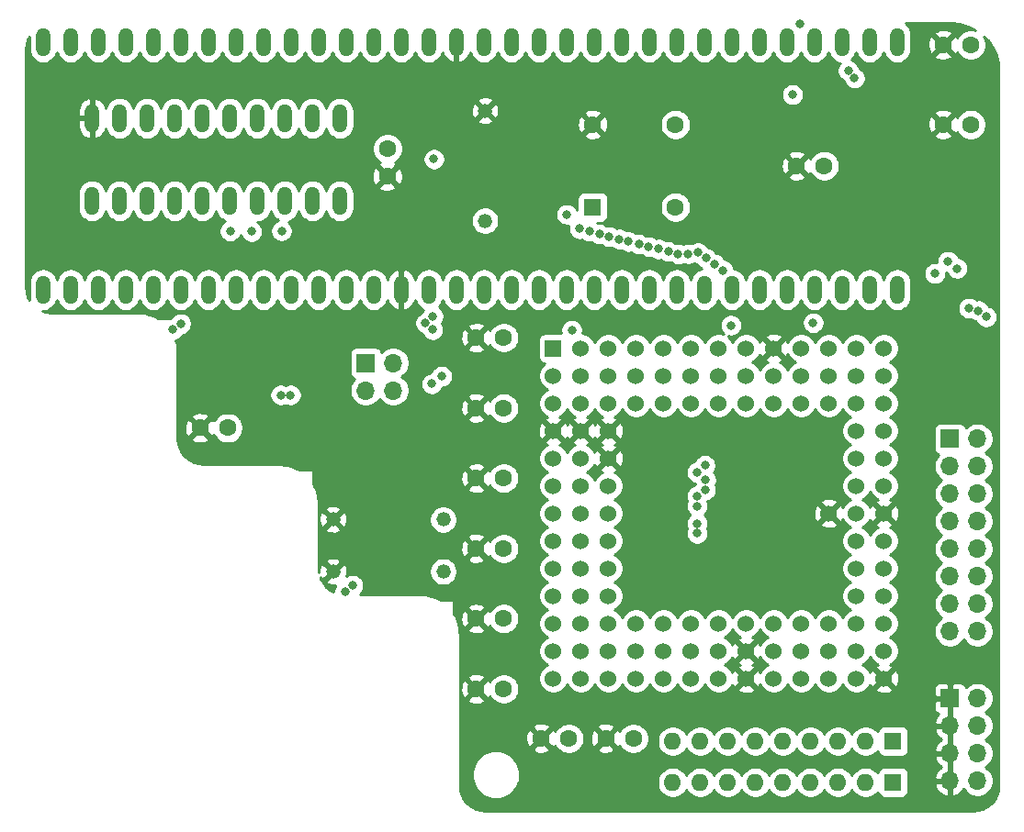
<source format=gbr>
G04 #@! TF.GenerationSoftware,KiCad,Pcbnew,(5.1.5-0-10_14)*
G04 #@! TF.CreationDate,2020-11-11T10:53:56+00:00*
G04 #@! TF.ProjectId,rosco_m68k_r1_020,726f7363-6f5f-46d3-9638-6b5f72315f30,rev?*
G04 #@! TF.SameCoordinates,Original*
G04 #@! TF.FileFunction,Copper,L3,Inr*
G04 #@! TF.FilePolarity,Positive*
%FSLAX46Y46*%
G04 Gerber Fmt 4.6, Leading zero omitted, Abs format (unit mm)*
G04 Created by KiCad (PCBNEW (5.1.5-0-10_14)) date 2020-11-11 10:53:56*
%MOMM*%
%LPD*%
G04 APERTURE LIST*
%ADD10O,1.320800X2.641600*%
%ADD11C,1.524000*%
%ADD12R,1.524000X1.524000*%
%ADD13O,1.600000X1.600000*%
%ADD14R,1.600000X1.600000*%
%ADD15C,1.320800*%
%ADD16C,1.600000*%
%ADD17O,1.700000X1.700000*%
%ADD18R,1.700000X1.700000*%
%ADD19C,1.600200*%
%ADD20C,0.800000*%
%ADD21C,0.254000*%
G04 APERTURE END LIST*
D10*
X115457000Y-35370599D03*
X112917000Y-35370599D03*
X110377000Y-35370599D03*
X107837000Y-35370599D03*
X105297000Y-35370599D03*
X102757000Y-35370599D03*
X100217000Y-35370599D03*
X97677000Y-35370599D03*
X95137000Y-35370599D03*
X92597000Y-35370599D03*
X90057000Y-35370599D03*
X87517000Y-35370599D03*
X115457000Y-58230599D03*
X112917000Y-58230599D03*
X110377000Y-58230599D03*
X107837000Y-58230599D03*
X105297000Y-58230599D03*
X102757000Y-58230599D03*
X100217000Y-58230599D03*
X97677000Y-58230599D03*
X95137000Y-58230599D03*
X92597000Y-58230599D03*
X90057000Y-58230599D03*
X87517000Y-58230599D03*
X39257000Y-35370599D03*
X41797000Y-35370599D03*
X44337000Y-35370599D03*
X46877000Y-35370599D03*
X49417000Y-35370599D03*
X51957000Y-35370599D03*
X54497000Y-35370599D03*
X57037000Y-35370599D03*
X59577000Y-35370599D03*
X62117000Y-35370599D03*
X64657000Y-35370599D03*
X67197000Y-35370599D03*
X69737000Y-35370599D03*
X72277000Y-35370599D03*
X74817000Y-35370599D03*
X77357000Y-35370599D03*
X79897000Y-35370599D03*
X82437000Y-35370599D03*
X84977000Y-35370599D03*
X117997000Y-35370599D03*
X117997000Y-58230599D03*
X84977000Y-58230599D03*
X82437000Y-58230599D03*
X79897000Y-58230599D03*
X77357000Y-58230599D03*
X74817000Y-58230599D03*
X72277000Y-58230599D03*
X69737000Y-58230599D03*
X67197000Y-58230599D03*
X64657000Y-58230599D03*
X62117000Y-58230599D03*
X59577000Y-58230599D03*
X57037000Y-58230599D03*
X54497000Y-58230599D03*
X51957000Y-58230599D03*
X49417000Y-58230599D03*
X46877000Y-58230599D03*
X44337000Y-58230599D03*
X41797000Y-58230599D03*
X39257000Y-58230599D03*
X43770000Y-42418000D03*
X46310000Y-42418000D03*
X48850000Y-42418000D03*
X51390000Y-42418000D03*
X53930000Y-42418000D03*
X56470000Y-42418000D03*
X59010000Y-42418000D03*
X61550000Y-42418000D03*
X64090000Y-42418000D03*
X66630000Y-42418000D03*
X66630000Y-50038000D03*
X64090000Y-50038000D03*
X61550000Y-50038000D03*
X59010000Y-50038000D03*
X56470000Y-50038000D03*
X53930000Y-50038000D03*
X51390000Y-50038000D03*
X48850000Y-50038000D03*
X46310000Y-50038000D03*
X43770000Y-50038000D03*
D11*
X109153200Y-63640000D03*
X106613200Y-63640000D03*
X104073200Y-63640000D03*
X116773200Y-63640000D03*
X114233200Y-63640000D03*
X93913200Y-63640000D03*
X96453200Y-63640000D03*
D12*
X86293200Y-63640000D03*
D11*
X101533200Y-63640000D03*
X88833200Y-63640000D03*
X91373200Y-63640000D03*
X98993200Y-63640000D03*
X111693200Y-63640000D03*
X109153200Y-66180000D03*
X106613200Y-66180000D03*
X104073200Y-66180000D03*
X116773200Y-66180000D03*
X114233200Y-66180000D03*
X93913200Y-66180000D03*
X96453200Y-66180000D03*
X86293200Y-66180000D03*
X101533200Y-66180000D03*
X88833200Y-66180000D03*
X91373200Y-66180000D03*
X98993200Y-66180000D03*
X111693200Y-66180000D03*
X109153200Y-68720000D03*
X106613200Y-68720000D03*
X104073200Y-68720000D03*
X116773200Y-68720000D03*
X114233200Y-68720000D03*
X93913200Y-68720000D03*
X96453200Y-68720000D03*
X86293200Y-68720000D03*
X101533200Y-68720000D03*
X88833200Y-68720000D03*
X91373200Y-68720000D03*
X98993200Y-68720000D03*
X111693200Y-68720000D03*
X116773200Y-71260000D03*
X114233200Y-71260000D03*
X86293200Y-71260000D03*
X88833200Y-71260000D03*
X91373200Y-71260000D03*
X116773200Y-73800000D03*
X114233200Y-73800000D03*
X86293200Y-73800000D03*
X88833200Y-73800000D03*
X91373200Y-73800000D03*
X116773200Y-76340000D03*
X114233200Y-76340000D03*
X86293200Y-76340000D03*
X88833200Y-76340000D03*
X91373200Y-76340000D03*
X116773200Y-78880000D03*
X114233200Y-78880000D03*
X86293200Y-78880000D03*
X88833200Y-78880000D03*
X91373200Y-78880000D03*
X111693200Y-78880000D03*
X116773200Y-81420000D03*
X114233200Y-81420000D03*
X86293200Y-81420000D03*
X88833200Y-81420000D03*
X91373200Y-81420000D03*
X116773200Y-83960000D03*
X114233200Y-83960000D03*
X86293200Y-83960000D03*
X88833200Y-83960000D03*
X91373200Y-83960000D03*
X116773200Y-86500000D03*
X114233200Y-86500000D03*
X86293200Y-86500000D03*
X88833200Y-86500000D03*
X91373200Y-86500000D03*
X109153200Y-89040000D03*
X106613200Y-89040000D03*
X104073200Y-89040000D03*
X116773200Y-89040000D03*
X114233200Y-89040000D03*
X93913200Y-89040000D03*
X96453200Y-89040000D03*
X86293200Y-89040000D03*
X101533200Y-89040000D03*
X88833200Y-89040000D03*
X91373200Y-89040000D03*
X98993200Y-89040000D03*
X111693200Y-89040000D03*
X109153200Y-91580000D03*
X106613200Y-91580000D03*
X104073200Y-91580000D03*
X116773200Y-91580000D03*
X114233200Y-91580000D03*
X93913200Y-91580000D03*
X96453200Y-91580000D03*
X86293200Y-91580000D03*
X101533200Y-91580000D03*
X88833200Y-91580000D03*
X91373200Y-91580000D03*
X98993200Y-91580000D03*
X111693200Y-91580000D03*
X86293200Y-94120000D03*
X88833200Y-94120000D03*
X91373200Y-94120000D03*
X93913200Y-94120000D03*
X96453200Y-94120000D03*
X98993200Y-94120000D03*
X101533200Y-94120000D03*
X104073200Y-94120000D03*
X106613200Y-94120000D03*
X109153200Y-94120000D03*
X111693200Y-94120000D03*
X114233200Y-94120000D03*
X116773200Y-94120000D03*
D13*
X97298200Y-103700000D03*
X99838200Y-103700000D03*
X102378200Y-103700000D03*
X104918200Y-103700000D03*
X107458200Y-103700000D03*
X109998200Y-103700000D03*
X112538200Y-103700000D03*
X115078200Y-103700000D03*
D14*
X117618200Y-103700000D03*
D13*
X97298200Y-99900000D03*
X99838200Y-99900000D03*
X102378200Y-99900000D03*
X104918200Y-99900000D03*
X107458200Y-99900000D03*
X109998200Y-99900000D03*
X112538200Y-99900000D03*
X115078200Y-99900000D03*
D14*
X117618200Y-99900000D03*
D15*
X76151199Y-84250000D03*
X65991199Y-84250000D03*
X76151199Y-79449000D03*
X65991199Y-79449000D03*
X80000000Y-51880599D03*
X80000000Y-41720599D03*
D16*
X97552718Y-50610599D03*
X97552718Y-42990599D03*
X89932718Y-42990599D03*
D14*
X89932718Y-50610599D03*
D17*
X71540000Y-67540000D03*
X69000000Y-67540000D03*
X71540000Y-65000000D03*
D18*
X69000000Y-65000000D03*
D17*
X125390000Y-103570000D03*
X122850000Y-103570000D03*
X125390000Y-101030000D03*
X122850000Y-101030000D03*
X125390000Y-98490000D03*
X122850000Y-98490000D03*
X125390000Y-95950000D03*
D18*
X122850000Y-95950000D03*
D17*
X125390000Y-89780000D03*
X122850000Y-89780000D03*
X125390000Y-87240000D03*
X122850000Y-87240000D03*
X125390000Y-84700000D03*
X122850000Y-84700000D03*
X125390000Y-82160000D03*
X122850000Y-82160000D03*
X125390000Y-79620000D03*
X122850000Y-79620000D03*
X125390000Y-77080000D03*
X122850000Y-77080000D03*
X125390000Y-74540000D03*
X122850000Y-74540000D03*
X125390000Y-72000000D03*
D18*
X122850000Y-72000000D03*
D19*
X56270000Y-71000000D03*
X53730000Y-71000000D03*
X124784200Y-43000000D03*
X122244200Y-43000000D03*
X124784200Y-35650000D03*
X122244200Y-35650000D03*
X93670000Y-99650000D03*
X91130000Y-99650000D03*
X87720000Y-99650000D03*
X85180000Y-99650000D03*
X81720000Y-95089800D03*
X79180000Y-95089800D03*
X81720000Y-88605880D03*
X79180000Y-88605880D03*
X81720000Y-82121960D03*
X79180000Y-82121960D03*
X81720000Y-75638040D03*
X79180000Y-75638040D03*
X81720000Y-69154120D03*
X79180000Y-69154120D03*
X81720000Y-62670200D03*
X79180000Y-62670200D03*
X108730000Y-46800599D03*
X111270000Y-46800599D03*
X71000000Y-45212000D03*
X71000000Y-47752000D03*
D20*
X74520059Y-61311354D03*
X75181330Y-61936513D03*
X75190000Y-60695496D03*
X75096296Y-66935865D03*
X100280000Y-74450000D03*
X121470000Y-56754071D03*
X99550040Y-75090000D03*
X99550040Y-77270000D03*
X51940000Y-61380000D03*
X100342099Y-75792607D03*
X122665783Y-55614070D03*
X100308835Y-76702001D03*
X123519990Y-56285224D03*
X99550040Y-78210734D03*
X99550040Y-80730003D03*
X51206974Y-61924883D03*
X99550040Y-79820000D03*
X126210000Y-60740000D03*
X125462975Y-60170000D03*
X124584495Y-59932565D03*
X67800000Y-85530000D03*
X62080000Y-67960000D03*
X87991009Y-61971443D03*
X56510000Y-52840000D03*
X67083621Y-86091164D03*
X61150000Y-67960000D03*
X61242986Y-52816884D03*
X58478590Y-52882488D03*
X87540000Y-51294399D03*
X75280000Y-46190000D03*
X76000000Y-66220000D03*
X114065560Y-38722405D03*
X110250000Y-61301020D03*
X102670000Y-61531030D03*
X109020000Y-33680000D03*
X113487000Y-38020000D03*
X108329899Y-40240000D03*
X92352206Y-53565968D03*
X95985186Y-54489940D03*
X89613119Y-52849880D03*
X99627805Y-54825586D03*
X95092580Y-54259930D03*
X97802986Y-54949960D03*
X101930000Y-56440000D03*
X90530861Y-53109880D03*
X93231623Y-53799910D03*
X100385430Y-55329677D03*
X88714576Y-52619870D03*
X91423833Y-53339890D03*
X94182577Y-54029920D03*
X96895189Y-54719950D03*
X98712855Y-54934433D03*
X101132642Y-55870000D03*
D21*
G36*
X123768083Y-33731173D02*
G01*
X124511891Y-33934656D01*
X125207905Y-34266638D01*
X125226059Y-34279683D01*
X125202803Y-34270050D01*
X124925545Y-34214900D01*
X124642855Y-34214900D01*
X124365597Y-34270050D01*
X124104425Y-34378231D01*
X123869377Y-34535285D01*
X123669485Y-34735177D01*
X123513295Y-34968932D01*
X123480954Y-34908426D01*
X123236974Y-34836831D01*
X122423805Y-35650000D01*
X123236974Y-36463169D01*
X123480954Y-36391574D01*
X123511388Y-36327256D01*
X123512431Y-36329775D01*
X123669485Y-36564823D01*
X123869377Y-36764715D01*
X124104425Y-36921769D01*
X124365597Y-37029950D01*
X124642855Y-37085100D01*
X124925545Y-37085100D01*
X125202803Y-37029950D01*
X125463975Y-36921769D01*
X125699023Y-36764715D01*
X125898915Y-36564823D01*
X126055969Y-36329775D01*
X126164150Y-36068603D01*
X126219300Y-35791345D01*
X126219300Y-35508655D01*
X126164150Y-35231397D01*
X126055969Y-34970225D01*
X126002861Y-34890743D01*
X126370777Y-35270403D01*
X126800871Y-35910451D01*
X127110829Y-36616553D01*
X127292065Y-37371457D01*
X127340000Y-38024207D01*
X127340001Y-103967711D01*
X127292330Y-104453894D01*
X127160512Y-104890497D01*
X126946399Y-105293186D01*
X126658150Y-105646613D01*
X126306739Y-105937327D01*
X125905564Y-106154240D01*
X125469886Y-106289106D01*
X124985664Y-106340000D01*
X80032279Y-106340000D01*
X79546106Y-106292330D01*
X79109503Y-106160512D01*
X78706814Y-105946399D01*
X78353387Y-105658150D01*
X78062673Y-105306739D01*
X77845760Y-104905564D01*
X77710894Y-104469886D01*
X77660000Y-103985664D01*
X77660000Y-102779872D01*
X78765000Y-102779872D01*
X78765000Y-103220128D01*
X78850890Y-103651925D01*
X79019369Y-104058669D01*
X79263962Y-104424729D01*
X79575271Y-104736038D01*
X79941331Y-104980631D01*
X80348075Y-105149110D01*
X80779872Y-105235000D01*
X81220128Y-105235000D01*
X81651925Y-105149110D01*
X82058669Y-104980631D01*
X82424729Y-104736038D01*
X82736038Y-104424729D01*
X82980631Y-104058669D01*
X83149110Y-103651925D01*
X83167660Y-103558665D01*
X95863200Y-103558665D01*
X95863200Y-103841335D01*
X95918347Y-104118574D01*
X96026520Y-104379727D01*
X96183563Y-104614759D01*
X96383441Y-104814637D01*
X96618473Y-104971680D01*
X96879626Y-105079853D01*
X97156865Y-105135000D01*
X97439535Y-105135000D01*
X97716774Y-105079853D01*
X97977927Y-104971680D01*
X98212959Y-104814637D01*
X98412837Y-104614759D01*
X98568200Y-104382241D01*
X98723563Y-104614759D01*
X98923441Y-104814637D01*
X99158473Y-104971680D01*
X99419626Y-105079853D01*
X99696865Y-105135000D01*
X99979535Y-105135000D01*
X100256774Y-105079853D01*
X100517927Y-104971680D01*
X100752959Y-104814637D01*
X100952837Y-104614759D01*
X101108200Y-104382241D01*
X101263563Y-104614759D01*
X101463441Y-104814637D01*
X101698473Y-104971680D01*
X101959626Y-105079853D01*
X102236865Y-105135000D01*
X102519535Y-105135000D01*
X102796774Y-105079853D01*
X103057927Y-104971680D01*
X103292959Y-104814637D01*
X103492837Y-104614759D01*
X103648200Y-104382241D01*
X103803563Y-104614759D01*
X104003441Y-104814637D01*
X104238473Y-104971680D01*
X104499626Y-105079853D01*
X104776865Y-105135000D01*
X105059535Y-105135000D01*
X105336774Y-105079853D01*
X105597927Y-104971680D01*
X105832959Y-104814637D01*
X106032837Y-104614759D01*
X106188200Y-104382241D01*
X106343563Y-104614759D01*
X106543441Y-104814637D01*
X106778473Y-104971680D01*
X107039626Y-105079853D01*
X107316865Y-105135000D01*
X107599535Y-105135000D01*
X107876774Y-105079853D01*
X108137927Y-104971680D01*
X108372959Y-104814637D01*
X108572837Y-104614759D01*
X108728200Y-104382241D01*
X108883563Y-104614759D01*
X109083441Y-104814637D01*
X109318473Y-104971680D01*
X109579626Y-105079853D01*
X109856865Y-105135000D01*
X110139535Y-105135000D01*
X110416774Y-105079853D01*
X110677927Y-104971680D01*
X110912959Y-104814637D01*
X111112837Y-104614759D01*
X111268200Y-104382241D01*
X111423563Y-104614759D01*
X111623441Y-104814637D01*
X111858473Y-104971680D01*
X112119626Y-105079853D01*
X112396865Y-105135000D01*
X112679535Y-105135000D01*
X112956774Y-105079853D01*
X113217927Y-104971680D01*
X113452959Y-104814637D01*
X113652837Y-104614759D01*
X113808200Y-104382241D01*
X113963563Y-104614759D01*
X114163441Y-104814637D01*
X114398473Y-104971680D01*
X114659626Y-105079853D01*
X114936865Y-105135000D01*
X115219535Y-105135000D01*
X115496774Y-105079853D01*
X115757927Y-104971680D01*
X115992959Y-104814637D01*
X116191557Y-104616039D01*
X116192388Y-104624482D01*
X116228698Y-104744180D01*
X116287663Y-104854494D01*
X116367015Y-104951185D01*
X116463706Y-105030537D01*
X116574020Y-105089502D01*
X116693718Y-105125812D01*
X116818200Y-105138072D01*
X118418200Y-105138072D01*
X118542682Y-105125812D01*
X118662380Y-105089502D01*
X118772694Y-105030537D01*
X118869385Y-104951185D01*
X118948737Y-104854494D01*
X119007702Y-104744180D01*
X119044012Y-104624482D01*
X119056272Y-104500000D01*
X119056272Y-103926890D01*
X121408524Y-103926890D01*
X121453175Y-104074099D01*
X121578359Y-104336920D01*
X121752412Y-104570269D01*
X121968645Y-104765178D01*
X122218748Y-104914157D01*
X122493109Y-105011481D01*
X122723000Y-104890814D01*
X122723000Y-103697000D01*
X121529845Y-103697000D01*
X121408524Y-103926890D01*
X119056272Y-103926890D01*
X119056272Y-102900000D01*
X119044012Y-102775518D01*
X119007702Y-102655820D01*
X118948737Y-102545506D01*
X118869385Y-102448815D01*
X118772694Y-102369463D01*
X118662380Y-102310498D01*
X118542682Y-102274188D01*
X118418200Y-102261928D01*
X116818200Y-102261928D01*
X116693718Y-102274188D01*
X116574020Y-102310498D01*
X116463706Y-102369463D01*
X116367015Y-102448815D01*
X116287663Y-102545506D01*
X116228698Y-102655820D01*
X116192388Y-102775518D01*
X116191557Y-102783961D01*
X115992959Y-102585363D01*
X115757927Y-102428320D01*
X115496774Y-102320147D01*
X115219535Y-102265000D01*
X114936865Y-102265000D01*
X114659626Y-102320147D01*
X114398473Y-102428320D01*
X114163441Y-102585363D01*
X113963563Y-102785241D01*
X113808200Y-103017759D01*
X113652837Y-102785241D01*
X113452959Y-102585363D01*
X113217927Y-102428320D01*
X112956774Y-102320147D01*
X112679535Y-102265000D01*
X112396865Y-102265000D01*
X112119626Y-102320147D01*
X111858473Y-102428320D01*
X111623441Y-102585363D01*
X111423563Y-102785241D01*
X111268200Y-103017759D01*
X111112837Y-102785241D01*
X110912959Y-102585363D01*
X110677927Y-102428320D01*
X110416774Y-102320147D01*
X110139535Y-102265000D01*
X109856865Y-102265000D01*
X109579626Y-102320147D01*
X109318473Y-102428320D01*
X109083441Y-102585363D01*
X108883563Y-102785241D01*
X108728200Y-103017759D01*
X108572837Y-102785241D01*
X108372959Y-102585363D01*
X108137927Y-102428320D01*
X107876774Y-102320147D01*
X107599535Y-102265000D01*
X107316865Y-102265000D01*
X107039626Y-102320147D01*
X106778473Y-102428320D01*
X106543441Y-102585363D01*
X106343563Y-102785241D01*
X106188200Y-103017759D01*
X106032837Y-102785241D01*
X105832959Y-102585363D01*
X105597927Y-102428320D01*
X105336774Y-102320147D01*
X105059535Y-102265000D01*
X104776865Y-102265000D01*
X104499626Y-102320147D01*
X104238473Y-102428320D01*
X104003441Y-102585363D01*
X103803563Y-102785241D01*
X103648200Y-103017759D01*
X103492837Y-102785241D01*
X103292959Y-102585363D01*
X103057927Y-102428320D01*
X102796774Y-102320147D01*
X102519535Y-102265000D01*
X102236865Y-102265000D01*
X101959626Y-102320147D01*
X101698473Y-102428320D01*
X101463441Y-102585363D01*
X101263563Y-102785241D01*
X101108200Y-103017759D01*
X100952837Y-102785241D01*
X100752959Y-102585363D01*
X100517927Y-102428320D01*
X100256774Y-102320147D01*
X99979535Y-102265000D01*
X99696865Y-102265000D01*
X99419626Y-102320147D01*
X99158473Y-102428320D01*
X98923441Y-102585363D01*
X98723563Y-102785241D01*
X98568200Y-103017759D01*
X98412837Y-102785241D01*
X98212959Y-102585363D01*
X97977927Y-102428320D01*
X97716774Y-102320147D01*
X97439535Y-102265000D01*
X97156865Y-102265000D01*
X96879626Y-102320147D01*
X96618473Y-102428320D01*
X96383441Y-102585363D01*
X96183563Y-102785241D01*
X96026520Y-103020273D01*
X95918347Y-103281426D01*
X95863200Y-103558665D01*
X83167660Y-103558665D01*
X83235000Y-103220128D01*
X83235000Y-102779872D01*
X83149110Y-102348075D01*
X82980631Y-101941331D01*
X82736038Y-101575271D01*
X82547657Y-101386890D01*
X121408524Y-101386890D01*
X121453175Y-101534099D01*
X121578359Y-101796920D01*
X121752412Y-102030269D01*
X121968645Y-102225178D01*
X122094255Y-102300000D01*
X121968645Y-102374822D01*
X121752412Y-102569731D01*
X121578359Y-102803080D01*
X121453175Y-103065901D01*
X121408524Y-103213110D01*
X121529845Y-103443000D01*
X122723000Y-103443000D01*
X122723000Y-101157000D01*
X121529845Y-101157000D01*
X121408524Y-101386890D01*
X82547657Y-101386890D01*
X82424729Y-101263962D01*
X82058669Y-101019369D01*
X81651925Y-100850890D01*
X81220128Y-100765000D01*
X80779872Y-100765000D01*
X80348075Y-100850890D01*
X79941331Y-101019369D01*
X79575271Y-101263962D01*
X79263962Y-101575271D01*
X79019369Y-101941331D01*
X78850890Y-102348075D01*
X78765000Y-102779872D01*
X77660000Y-102779872D01*
X77660000Y-100642774D01*
X84366831Y-100642774D01*
X84438426Y-100886754D01*
X84693954Y-101007664D01*
X84968161Y-101076400D01*
X85250508Y-101090320D01*
X85530147Y-101048889D01*
X85796328Y-100953700D01*
X85921574Y-100886754D01*
X85993169Y-100642774D01*
X85180000Y-99829605D01*
X84366831Y-100642774D01*
X77660000Y-100642774D01*
X77660000Y-99720508D01*
X83739680Y-99720508D01*
X83781111Y-100000147D01*
X83876300Y-100266328D01*
X83943246Y-100391574D01*
X84187226Y-100463169D01*
X85000395Y-99650000D01*
X85359605Y-99650000D01*
X86172774Y-100463169D01*
X86416754Y-100391574D01*
X86447188Y-100327256D01*
X86448231Y-100329775D01*
X86605285Y-100564823D01*
X86805177Y-100764715D01*
X87040225Y-100921769D01*
X87301397Y-101029950D01*
X87578655Y-101085100D01*
X87861345Y-101085100D01*
X88138603Y-101029950D01*
X88399775Y-100921769D01*
X88634823Y-100764715D01*
X88756764Y-100642774D01*
X90316831Y-100642774D01*
X90388426Y-100886754D01*
X90643954Y-101007664D01*
X90918161Y-101076400D01*
X91200508Y-101090320D01*
X91480147Y-101048889D01*
X91746328Y-100953700D01*
X91871574Y-100886754D01*
X91943169Y-100642774D01*
X91130000Y-99829605D01*
X90316831Y-100642774D01*
X88756764Y-100642774D01*
X88834715Y-100564823D01*
X88991769Y-100329775D01*
X89099950Y-100068603D01*
X89155100Y-99791345D01*
X89155100Y-99720508D01*
X89689680Y-99720508D01*
X89731111Y-100000147D01*
X89826300Y-100266328D01*
X89893246Y-100391574D01*
X90137226Y-100463169D01*
X90950395Y-99650000D01*
X91309605Y-99650000D01*
X92122774Y-100463169D01*
X92366754Y-100391574D01*
X92397188Y-100327256D01*
X92398231Y-100329775D01*
X92555285Y-100564823D01*
X92755177Y-100764715D01*
X92990225Y-100921769D01*
X93251397Y-101029950D01*
X93528655Y-101085100D01*
X93811345Y-101085100D01*
X94088603Y-101029950D01*
X94349775Y-100921769D01*
X94584823Y-100764715D01*
X94784715Y-100564823D01*
X94941769Y-100329775D01*
X95049950Y-100068603D01*
X95105100Y-99791345D01*
X95105100Y-99758665D01*
X95863200Y-99758665D01*
X95863200Y-100041335D01*
X95918347Y-100318574D01*
X96026520Y-100579727D01*
X96183563Y-100814759D01*
X96383441Y-101014637D01*
X96618473Y-101171680D01*
X96879626Y-101279853D01*
X97156865Y-101335000D01*
X97439535Y-101335000D01*
X97716774Y-101279853D01*
X97977927Y-101171680D01*
X98212959Y-101014637D01*
X98412837Y-100814759D01*
X98568200Y-100582241D01*
X98723563Y-100814759D01*
X98923441Y-101014637D01*
X99158473Y-101171680D01*
X99419626Y-101279853D01*
X99696865Y-101335000D01*
X99979535Y-101335000D01*
X100256774Y-101279853D01*
X100517927Y-101171680D01*
X100752959Y-101014637D01*
X100952837Y-100814759D01*
X101108200Y-100582241D01*
X101263563Y-100814759D01*
X101463441Y-101014637D01*
X101698473Y-101171680D01*
X101959626Y-101279853D01*
X102236865Y-101335000D01*
X102519535Y-101335000D01*
X102796774Y-101279853D01*
X103057927Y-101171680D01*
X103292959Y-101014637D01*
X103492837Y-100814759D01*
X103648200Y-100582241D01*
X103803563Y-100814759D01*
X104003441Y-101014637D01*
X104238473Y-101171680D01*
X104499626Y-101279853D01*
X104776865Y-101335000D01*
X105059535Y-101335000D01*
X105336774Y-101279853D01*
X105597927Y-101171680D01*
X105832959Y-101014637D01*
X106032837Y-100814759D01*
X106188200Y-100582241D01*
X106343563Y-100814759D01*
X106543441Y-101014637D01*
X106778473Y-101171680D01*
X107039626Y-101279853D01*
X107316865Y-101335000D01*
X107599535Y-101335000D01*
X107876774Y-101279853D01*
X108137927Y-101171680D01*
X108372959Y-101014637D01*
X108572837Y-100814759D01*
X108728200Y-100582241D01*
X108883563Y-100814759D01*
X109083441Y-101014637D01*
X109318473Y-101171680D01*
X109579626Y-101279853D01*
X109856865Y-101335000D01*
X110139535Y-101335000D01*
X110416774Y-101279853D01*
X110677927Y-101171680D01*
X110912959Y-101014637D01*
X111112837Y-100814759D01*
X111268200Y-100582241D01*
X111423563Y-100814759D01*
X111623441Y-101014637D01*
X111858473Y-101171680D01*
X112119626Y-101279853D01*
X112396865Y-101335000D01*
X112679535Y-101335000D01*
X112956774Y-101279853D01*
X113217927Y-101171680D01*
X113452959Y-101014637D01*
X113652837Y-100814759D01*
X113808200Y-100582241D01*
X113963563Y-100814759D01*
X114163441Y-101014637D01*
X114398473Y-101171680D01*
X114659626Y-101279853D01*
X114936865Y-101335000D01*
X115219535Y-101335000D01*
X115496774Y-101279853D01*
X115757927Y-101171680D01*
X115992959Y-101014637D01*
X116191557Y-100816039D01*
X116192388Y-100824482D01*
X116228698Y-100944180D01*
X116287663Y-101054494D01*
X116367015Y-101151185D01*
X116463706Y-101230537D01*
X116574020Y-101289502D01*
X116693718Y-101325812D01*
X116818200Y-101338072D01*
X118418200Y-101338072D01*
X118542682Y-101325812D01*
X118662380Y-101289502D01*
X118772694Y-101230537D01*
X118869385Y-101151185D01*
X118948737Y-101054494D01*
X119007702Y-100944180D01*
X119044012Y-100824482D01*
X119056272Y-100700000D01*
X119056272Y-99100000D01*
X119044012Y-98975518D01*
X119007702Y-98855820D01*
X119002929Y-98846890D01*
X121408524Y-98846890D01*
X121453175Y-98994099D01*
X121578359Y-99256920D01*
X121752412Y-99490269D01*
X121968645Y-99685178D01*
X122094255Y-99760000D01*
X121968645Y-99834822D01*
X121752412Y-100029731D01*
X121578359Y-100263080D01*
X121453175Y-100525901D01*
X121408524Y-100673110D01*
X121529845Y-100903000D01*
X122723000Y-100903000D01*
X122723000Y-98617000D01*
X121529845Y-98617000D01*
X121408524Y-98846890D01*
X119002929Y-98846890D01*
X118948737Y-98745506D01*
X118869385Y-98648815D01*
X118772694Y-98569463D01*
X118662380Y-98510498D01*
X118542682Y-98474188D01*
X118418200Y-98461928D01*
X116818200Y-98461928D01*
X116693718Y-98474188D01*
X116574020Y-98510498D01*
X116463706Y-98569463D01*
X116367015Y-98648815D01*
X116287663Y-98745506D01*
X116228698Y-98855820D01*
X116192388Y-98975518D01*
X116191557Y-98983961D01*
X115992959Y-98785363D01*
X115757927Y-98628320D01*
X115496774Y-98520147D01*
X115219535Y-98465000D01*
X114936865Y-98465000D01*
X114659626Y-98520147D01*
X114398473Y-98628320D01*
X114163441Y-98785363D01*
X113963563Y-98985241D01*
X113808200Y-99217759D01*
X113652837Y-98985241D01*
X113452959Y-98785363D01*
X113217927Y-98628320D01*
X112956774Y-98520147D01*
X112679535Y-98465000D01*
X112396865Y-98465000D01*
X112119626Y-98520147D01*
X111858473Y-98628320D01*
X111623441Y-98785363D01*
X111423563Y-98985241D01*
X111268200Y-99217759D01*
X111112837Y-98985241D01*
X110912959Y-98785363D01*
X110677927Y-98628320D01*
X110416774Y-98520147D01*
X110139535Y-98465000D01*
X109856865Y-98465000D01*
X109579626Y-98520147D01*
X109318473Y-98628320D01*
X109083441Y-98785363D01*
X108883563Y-98985241D01*
X108728200Y-99217759D01*
X108572837Y-98985241D01*
X108372959Y-98785363D01*
X108137927Y-98628320D01*
X107876774Y-98520147D01*
X107599535Y-98465000D01*
X107316865Y-98465000D01*
X107039626Y-98520147D01*
X106778473Y-98628320D01*
X106543441Y-98785363D01*
X106343563Y-98985241D01*
X106188200Y-99217759D01*
X106032837Y-98985241D01*
X105832959Y-98785363D01*
X105597927Y-98628320D01*
X105336774Y-98520147D01*
X105059535Y-98465000D01*
X104776865Y-98465000D01*
X104499626Y-98520147D01*
X104238473Y-98628320D01*
X104003441Y-98785363D01*
X103803563Y-98985241D01*
X103648200Y-99217759D01*
X103492837Y-98985241D01*
X103292959Y-98785363D01*
X103057927Y-98628320D01*
X102796774Y-98520147D01*
X102519535Y-98465000D01*
X102236865Y-98465000D01*
X101959626Y-98520147D01*
X101698473Y-98628320D01*
X101463441Y-98785363D01*
X101263563Y-98985241D01*
X101108200Y-99217759D01*
X100952837Y-98985241D01*
X100752959Y-98785363D01*
X100517927Y-98628320D01*
X100256774Y-98520147D01*
X99979535Y-98465000D01*
X99696865Y-98465000D01*
X99419626Y-98520147D01*
X99158473Y-98628320D01*
X98923441Y-98785363D01*
X98723563Y-98985241D01*
X98568200Y-99217759D01*
X98412837Y-98985241D01*
X98212959Y-98785363D01*
X97977927Y-98628320D01*
X97716774Y-98520147D01*
X97439535Y-98465000D01*
X97156865Y-98465000D01*
X96879626Y-98520147D01*
X96618473Y-98628320D01*
X96383441Y-98785363D01*
X96183563Y-98985241D01*
X96026520Y-99220273D01*
X95918347Y-99481426D01*
X95863200Y-99758665D01*
X95105100Y-99758665D01*
X95105100Y-99508655D01*
X95049950Y-99231397D01*
X94941769Y-98970225D01*
X94784715Y-98735177D01*
X94584823Y-98535285D01*
X94349775Y-98378231D01*
X94088603Y-98270050D01*
X93811345Y-98214900D01*
X93528655Y-98214900D01*
X93251397Y-98270050D01*
X92990225Y-98378231D01*
X92755177Y-98535285D01*
X92555285Y-98735177D01*
X92399095Y-98968932D01*
X92366754Y-98908426D01*
X92122774Y-98836831D01*
X91309605Y-99650000D01*
X90950395Y-99650000D01*
X90137226Y-98836831D01*
X89893246Y-98908426D01*
X89772336Y-99163954D01*
X89703600Y-99438161D01*
X89689680Y-99720508D01*
X89155100Y-99720508D01*
X89155100Y-99508655D01*
X89099950Y-99231397D01*
X88991769Y-98970225D01*
X88834715Y-98735177D01*
X88756764Y-98657226D01*
X90316831Y-98657226D01*
X91130000Y-99470395D01*
X91943169Y-98657226D01*
X91871574Y-98413246D01*
X91616046Y-98292336D01*
X91341839Y-98223600D01*
X91059492Y-98209680D01*
X90779853Y-98251111D01*
X90513672Y-98346300D01*
X90388426Y-98413246D01*
X90316831Y-98657226D01*
X88756764Y-98657226D01*
X88634823Y-98535285D01*
X88399775Y-98378231D01*
X88138603Y-98270050D01*
X87861345Y-98214900D01*
X87578655Y-98214900D01*
X87301397Y-98270050D01*
X87040225Y-98378231D01*
X86805177Y-98535285D01*
X86605285Y-98735177D01*
X86449095Y-98968932D01*
X86416754Y-98908426D01*
X86172774Y-98836831D01*
X85359605Y-99650000D01*
X85000395Y-99650000D01*
X84187226Y-98836831D01*
X83943246Y-98908426D01*
X83822336Y-99163954D01*
X83753600Y-99438161D01*
X83739680Y-99720508D01*
X77660000Y-99720508D01*
X77660000Y-98657226D01*
X84366831Y-98657226D01*
X85180000Y-99470395D01*
X85993169Y-98657226D01*
X85921574Y-98413246D01*
X85666046Y-98292336D01*
X85391839Y-98223600D01*
X85109492Y-98209680D01*
X84829853Y-98251111D01*
X84563672Y-98346300D01*
X84438426Y-98413246D01*
X84366831Y-98657226D01*
X77660000Y-98657226D01*
X77660000Y-96800000D01*
X121361928Y-96800000D01*
X121374188Y-96924482D01*
X121410498Y-97044180D01*
X121469463Y-97154494D01*
X121548815Y-97251185D01*
X121645506Y-97330537D01*
X121755820Y-97389502D01*
X121836466Y-97413966D01*
X121752412Y-97489731D01*
X121578359Y-97723080D01*
X121453175Y-97985901D01*
X121408524Y-98133110D01*
X121529845Y-98363000D01*
X122723000Y-98363000D01*
X122723000Y-96077000D01*
X121523750Y-96077000D01*
X121365000Y-96235750D01*
X121361928Y-96800000D01*
X77660000Y-96800000D01*
X77660000Y-96082574D01*
X78366831Y-96082574D01*
X78438426Y-96326554D01*
X78693954Y-96447464D01*
X78968161Y-96516200D01*
X79250508Y-96530120D01*
X79530147Y-96488689D01*
X79796328Y-96393500D01*
X79921574Y-96326554D01*
X79993169Y-96082574D01*
X79180000Y-95269405D01*
X78366831Y-96082574D01*
X77660000Y-96082574D01*
X77660000Y-95160308D01*
X77739680Y-95160308D01*
X77781111Y-95439947D01*
X77876300Y-95706128D01*
X77943246Y-95831374D01*
X78187226Y-95902969D01*
X79000395Y-95089800D01*
X79359605Y-95089800D01*
X80172774Y-95902969D01*
X80416754Y-95831374D01*
X80447188Y-95767056D01*
X80448231Y-95769575D01*
X80605285Y-96004623D01*
X80805177Y-96204515D01*
X81040225Y-96361569D01*
X81301397Y-96469750D01*
X81578655Y-96524900D01*
X81861345Y-96524900D01*
X82138603Y-96469750D01*
X82399775Y-96361569D01*
X82634823Y-96204515D01*
X82834715Y-96004623D01*
X82991769Y-95769575D01*
X83099950Y-95508403D01*
X83155100Y-95231145D01*
X83155100Y-94948455D01*
X83099950Y-94671197D01*
X82991769Y-94410025D01*
X82834715Y-94174977D01*
X82634823Y-93975085D01*
X82399775Y-93818031D01*
X82138603Y-93709850D01*
X81861345Y-93654700D01*
X81578655Y-93654700D01*
X81301397Y-93709850D01*
X81040225Y-93818031D01*
X80805177Y-93975085D01*
X80605285Y-94174977D01*
X80449095Y-94408732D01*
X80416754Y-94348226D01*
X80172774Y-94276631D01*
X79359605Y-95089800D01*
X79000395Y-95089800D01*
X78187226Y-94276631D01*
X77943246Y-94348226D01*
X77822336Y-94603754D01*
X77753600Y-94877961D01*
X77739680Y-95160308D01*
X77660000Y-95160308D01*
X77660000Y-94097026D01*
X78366831Y-94097026D01*
X79180000Y-94910195D01*
X79993169Y-94097026D01*
X79921574Y-93853046D01*
X79666046Y-93732136D01*
X79391839Y-93663400D01*
X79109492Y-93649480D01*
X78829853Y-93690911D01*
X78563672Y-93786100D01*
X78438426Y-93853046D01*
X78366831Y-94097026D01*
X77660000Y-94097026D01*
X77660000Y-89967581D01*
X77657080Y-89937937D01*
X77657211Y-89919238D01*
X77656311Y-89910067D01*
X77623581Y-89598654D01*
X78366831Y-89598654D01*
X78438426Y-89842634D01*
X78693954Y-89963544D01*
X78968161Y-90032280D01*
X79250508Y-90046200D01*
X79530147Y-90004769D01*
X79796328Y-89909580D01*
X79921574Y-89842634D01*
X79993169Y-89598654D01*
X79180000Y-88785485D01*
X78366831Y-89598654D01*
X77623581Y-89598654D01*
X77595110Y-89327777D01*
X77583084Y-89269191D01*
X77571873Y-89210420D01*
X77569210Y-89201598D01*
X77406629Y-88676388D01*
X77739680Y-88676388D01*
X77781111Y-88956027D01*
X77876300Y-89222208D01*
X77943246Y-89347454D01*
X78187226Y-89419049D01*
X79000395Y-88605880D01*
X79359605Y-88605880D01*
X80172774Y-89419049D01*
X80416754Y-89347454D01*
X80447188Y-89283136D01*
X80448231Y-89285655D01*
X80605285Y-89520703D01*
X80805177Y-89720595D01*
X81040225Y-89877649D01*
X81301397Y-89985830D01*
X81578655Y-90040980D01*
X81861345Y-90040980D01*
X82138603Y-89985830D01*
X82399775Y-89877649D01*
X82634823Y-89720595D01*
X82834715Y-89520703D01*
X82991769Y-89285655D01*
X83099950Y-89024483D01*
X83155100Y-88747225D01*
X83155100Y-88464535D01*
X83099950Y-88187277D01*
X82991769Y-87926105D01*
X82834715Y-87691057D01*
X82634823Y-87491165D01*
X82399775Y-87334111D01*
X82138603Y-87225930D01*
X81861345Y-87170780D01*
X81578655Y-87170780D01*
X81301397Y-87225930D01*
X81040225Y-87334111D01*
X80805177Y-87491165D01*
X80605285Y-87691057D01*
X80449095Y-87924812D01*
X80416754Y-87864306D01*
X80172774Y-87792711D01*
X79359605Y-88605880D01*
X79000395Y-88605880D01*
X78187226Y-87792711D01*
X77943246Y-87864306D01*
X77822336Y-88119834D01*
X77753600Y-88394041D01*
X77739680Y-88676388D01*
X77406629Y-88676388D01*
X77396072Y-88642285D01*
X77372902Y-88587167D01*
X77350484Y-88531678D01*
X77346157Y-88523542D01*
X77127000Y-88118218D01*
X77127000Y-87613106D01*
X78366831Y-87613106D01*
X79180000Y-88426275D01*
X79993169Y-87613106D01*
X79921574Y-87369126D01*
X79666046Y-87248216D01*
X79391839Y-87179480D01*
X79109492Y-87165560D01*
X78829853Y-87206991D01*
X78563672Y-87302180D01*
X78438426Y-87369126D01*
X78366831Y-87613106D01*
X77127000Y-87613106D01*
X77127000Y-87000000D01*
X77124560Y-86975224D01*
X77117333Y-86951399D01*
X77105597Y-86929443D01*
X77089803Y-86910197D01*
X77070557Y-86894403D01*
X77048601Y-86882667D01*
X77024776Y-86875440D01*
X77000000Y-86873000D01*
X75884472Y-86873000D01*
X75453062Y-86643616D01*
X75397735Y-86620812D01*
X75342775Y-86597256D01*
X75333971Y-86594531D01*
X74773464Y-86425304D01*
X74714769Y-86413682D01*
X74656273Y-86401248D01*
X74647108Y-86400285D01*
X74064405Y-86343150D01*
X74064402Y-86343150D01*
X74032419Y-86340000D01*
X68450700Y-86340000D01*
X68459774Y-86333937D01*
X68603937Y-86189774D01*
X68717205Y-86020256D01*
X68795226Y-85831898D01*
X68835000Y-85631939D01*
X68835000Y-85428061D01*
X68795226Y-85228102D01*
X68717205Y-85039744D01*
X68603937Y-84870226D01*
X68459774Y-84726063D01*
X68290256Y-84612795D01*
X68101898Y-84534774D01*
X67901939Y-84495000D01*
X67698061Y-84495000D01*
X67498102Y-84534774D01*
X67309744Y-84612795D01*
X67222212Y-84671282D01*
X67280511Y-84428927D01*
X67290645Y-84173956D01*
X67282506Y-84122414D01*
X74855799Y-84122414D01*
X74855799Y-84377586D01*
X74905580Y-84627854D01*
X75003230Y-84863602D01*
X75144996Y-85075769D01*
X75325430Y-85256203D01*
X75537597Y-85397969D01*
X75773345Y-85495619D01*
X76023613Y-85545400D01*
X76278785Y-85545400D01*
X76529053Y-85495619D01*
X76764801Y-85397969D01*
X76976968Y-85256203D01*
X77157402Y-85075769D01*
X77299168Y-84863602D01*
X77396818Y-84627854D01*
X77446599Y-84377586D01*
X77446599Y-84122414D01*
X77396818Y-83872146D01*
X77299168Y-83636398D01*
X77157402Y-83424231D01*
X76976968Y-83243797D01*
X76783813Y-83114734D01*
X78366831Y-83114734D01*
X78438426Y-83358714D01*
X78693954Y-83479624D01*
X78968161Y-83548360D01*
X79250508Y-83562280D01*
X79530147Y-83520849D01*
X79796328Y-83425660D01*
X79921574Y-83358714D01*
X79993169Y-83114734D01*
X79180000Y-82301565D01*
X78366831Y-83114734D01*
X76783813Y-83114734D01*
X76764801Y-83102031D01*
X76529053Y-83004381D01*
X76278785Y-82954600D01*
X76023613Y-82954600D01*
X75773345Y-83004381D01*
X75537597Y-83102031D01*
X75325430Y-83243797D01*
X75144996Y-83424231D01*
X75003230Y-83636398D01*
X74905580Y-83872146D01*
X74855799Y-84122414D01*
X67282506Y-84122414D01*
X67250840Y-83921908D01*
X67162630Y-83682468D01*
X67113896Y-83591294D01*
X66884162Y-83536642D01*
X66170804Y-84250000D01*
X66184947Y-84264143D01*
X66005342Y-84443748D01*
X65991199Y-84429605D01*
X65277841Y-85142963D01*
X65332493Y-85372697D01*
X65564177Y-85479632D01*
X65812272Y-85539312D01*
X66067243Y-85549446D01*
X66216558Y-85525865D01*
X66166416Y-85600908D01*
X66088395Y-85789266D01*
X66048621Y-85989225D01*
X66048621Y-86128140D01*
X65706814Y-85946399D01*
X65353387Y-85658150D01*
X65062673Y-85306739D01*
X64845760Y-84905564D01*
X64811887Y-84796140D01*
X64819768Y-84817532D01*
X64868502Y-84908706D01*
X65098236Y-84963358D01*
X65811594Y-84250000D01*
X65098236Y-83536642D01*
X64868502Y-83591294D01*
X64761567Y-83822978D01*
X64701887Y-84071073D01*
X64692857Y-84298276D01*
X64660000Y-83985664D01*
X64660000Y-83357037D01*
X65277841Y-83357037D01*
X65991199Y-84070395D01*
X66704557Y-83357037D01*
X66649905Y-83127303D01*
X66418221Y-83020368D01*
X66170126Y-82960688D01*
X65915155Y-82950554D01*
X65663107Y-82990359D01*
X65423667Y-83078569D01*
X65332493Y-83127303D01*
X65277841Y-83357037D01*
X64660000Y-83357037D01*
X64660000Y-82192468D01*
X77739680Y-82192468D01*
X77781111Y-82472107D01*
X77876300Y-82738288D01*
X77943246Y-82863534D01*
X78187226Y-82935129D01*
X79000395Y-82121960D01*
X79359605Y-82121960D01*
X80172774Y-82935129D01*
X80416754Y-82863534D01*
X80447188Y-82799216D01*
X80448231Y-82801735D01*
X80605285Y-83036783D01*
X80805177Y-83236675D01*
X81040225Y-83393729D01*
X81301397Y-83501910D01*
X81578655Y-83557060D01*
X81861345Y-83557060D01*
X82138603Y-83501910D01*
X82399775Y-83393729D01*
X82634823Y-83236675D01*
X82834715Y-83036783D01*
X82991769Y-82801735D01*
X83099950Y-82540563D01*
X83155100Y-82263305D01*
X83155100Y-81980615D01*
X83099950Y-81703357D01*
X82991769Y-81442185D01*
X82834715Y-81207137D01*
X82634823Y-81007245D01*
X82399775Y-80850191D01*
X82138603Y-80742010D01*
X81861345Y-80686860D01*
X81578655Y-80686860D01*
X81301397Y-80742010D01*
X81040225Y-80850191D01*
X80805177Y-81007245D01*
X80605285Y-81207137D01*
X80449095Y-81440892D01*
X80416754Y-81380386D01*
X80172774Y-81308791D01*
X79359605Y-82121960D01*
X79000395Y-82121960D01*
X78187226Y-81308791D01*
X77943246Y-81380386D01*
X77822336Y-81635914D01*
X77753600Y-81910121D01*
X77739680Y-82192468D01*
X64660000Y-82192468D01*
X64660000Y-81129186D01*
X78366831Y-81129186D01*
X79180000Y-81942355D01*
X79993169Y-81129186D01*
X79921574Y-80885206D01*
X79666046Y-80764296D01*
X79391839Y-80695560D01*
X79109492Y-80681640D01*
X78829853Y-80723071D01*
X78563672Y-80818260D01*
X78438426Y-80885206D01*
X78366831Y-81129186D01*
X64660000Y-81129186D01*
X64660000Y-80341963D01*
X65277841Y-80341963D01*
X65332493Y-80571697D01*
X65564177Y-80678632D01*
X65812272Y-80738312D01*
X66067243Y-80748446D01*
X66319291Y-80708641D01*
X66558731Y-80620431D01*
X66649905Y-80571697D01*
X66704557Y-80341963D01*
X65991199Y-79628605D01*
X65277841Y-80341963D01*
X64660000Y-80341963D01*
X64660000Y-79525044D01*
X64691753Y-79525044D01*
X64731558Y-79777092D01*
X64819768Y-80016532D01*
X64868502Y-80107706D01*
X65098236Y-80162358D01*
X65811594Y-79449000D01*
X66170804Y-79449000D01*
X66884162Y-80162358D01*
X67113896Y-80107706D01*
X67220831Y-79876022D01*
X67280511Y-79627927D01*
X67290645Y-79372956D01*
X67282506Y-79321414D01*
X74855799Y-79321414D01*
X74855799Y-79576586D01*
X74905580Y-79826854D01*
X75003230Y-80062602D01*
X75144996Y-80274769D01*
X75325430Y-80455203D01*
X75537597Y-80596969D01*
X75773345Y-80694619D01*
X76023613Y-80744400D01*
X76278785Y-80744400D01*
X76529053Y-80694619D01*
X76764801Y-80596969D01*
X76976968Y-80455203D01*
X77157402Y-80274769D01*
X77299168Y-80062602D01*
X77396818Y-79826854D01*
X77446599Y-79576586D01*
X77446599Y-79321414D01*
X77396818Y-79071146D01*
X77299168Y-78835398D01*
X77157402Y-78623231D01*
X76976968Y-78442797D01*
X76764801Y-78301031D01*
X76529053Y-78203381D01*
X76278785Y-78153600D01*
X76023613Y-78153600D01*
X75773345Y-78203381D01*
X75537597Y-78301031D01*
X75325430Y-78442797D01*
X75144996Y-78623231D01*
X75003230Y-78835398D01*
X74905580Y-79071146D01*
X74855799Y-79321414D01*
X67282506Y-79321414D01*
X67250840Y-79120908D01*
X67162630Y-78881468D01*
X67113896Y-78790294D01*
X66884162Y-78735642D01*
X66170804Y-79449000D01*
X65811594Y-79449000D01*
X65098236Y-78735642D01*
X64868502Y-78790294D01*
X64761567Y-79021978D01*
X64701887Y-79270073D01*
X64691753Y-79525044D01*
X64660000Y-79525044D01*
X64660000Y-78556037D01*
X65277841Y-78556037D01*
X65991199Y-79269395D01*
X66704557Y-78556037D01*
X66649905Y-78326303D01*
X66418221Y-78219368D01*
X66170126Y-78159688D01*
X65915155Y-78149554D01*
X65663107Y-78189359D01*
X65423667Y-78277569D01*
X65332493Y-78326303D01*
X65277841Y-78556037D01*
X64660000Y-78556037D01*
X64660000Y-77967581D01*
X64657080Y-77937937D01*
X64657211Y-77919238D01*
X64656311Y-77910067D01*
X64595110Y-77327777D01*
X64583084Y-77269191D01*
X64571873Y-77210420D01*
X64569210Y-77201598D01*
X64396072Y-76642285D01*
X64391250Y-76630814D01*
X78366831Y-76630814D01*
X78438426Y-76874794D01*
X78693954Y-76995704D01*
X78968161Y-77064440D01*
X79250508Y-77078360D01*
X79530147Y-77036929D01*
X79796328Y-76941740D01*
X79921574Y-76874794D01*
X79993169Y-76630814D01*
X79180000Y-75817645D01*
X78366831Y-76630814D01*
X64391250Y-76630814D01*
X64372902Y-76587167D01*
X64350484Y-76531678D01*
X64346157Y-76523542D01*
X64127000Y-76118218D01*
X64127000Y-75708548D01*
X77739680Y-75708548D01*
X77781111Y-75988187D01*
X77876300Y-76254368D01*
X77943246Y-76379614D01*
X78187226Y-76451209D01*
X79000395Y-75638040D01*
X79359605Y-75638040D01*
X80172774Y-76451209D01*
X80416754Y-76379614D01*
X80447188Y-76315296D01*
X80448231Y-76317815D01*
X80605285Y-76552863D01*
X80805177Y-76752755D01*
X81040225Y-76909809D01*
X81301397Y-77017990D01*
X81578655Y-77073140D01*
X81861345Y-77073140D01*
X82138603Y-77017990D01*
X82399775Y-76909809D01*
X82634823Y-76752755D01*
X82834715Y-76552863D01*
X82991769Y-76317815D01*
X83099950Y-76056643D01*
X83155100Y-75779385D01*
X83155100Y-75496695D01*
X83099950Y-75219437D01*
X82991769Y-74958265D01*
X82834715Y-74723217D01*
X82634823Y-74523325D01*
X82399775Y-74366271D01*
X82138603Y-74258090D01*
X81861345Y-74202940D01*
X81578655Y-74202940D01*
X81301397Y-74258090D01*
X81040225Y-74366271D01*
X80805177Y-74523325D01*
X80605285Y-74723217D01*
X80449095Y-74956972D01*
X80416754Y-74896466D01*
X80172774Y-74824871D01*
X79359605Y-75638040D01*
X79000395Y-75638040D01*
X78187226Y-74824871D01*
X77943246Y-74896466D01*
X77822336Y-75151994D01*
X77753600Y-75426201D01*
X77739680Y-75708548D01*
X64127000Y-75708548D01*
X64127000Y-75000000D01*
X64124560Y-74975224D01*
X64117333Y-74951399D01*
X64105597Y-74929443D01*
X64089803Y-74910197D01*
X64070557Y-74894403D01*
X64048601Y-74882667D01*
X64024776Y-74875440D01*
X64000000Y-74873000D01*
X62884472Y-74873000D01*
X62456166Y-74645266D01*
X78366831Y-74645266D01*
X79180000Y-75458435D01*
X79993169Y-74645266D01*
X79921574Y-74401286D01*
X79666046Y-74280376D01*
X79391839Y-74211640D01*
X79109492Y-74197720D01*
X78829853Y-74239151D01*
X78563672Y-74334340D01*
X78438426Y-74401286D01*
X78366831Y-74645266D01*
X62456166Y-74645266D01*
X62453062Y-74643616D01*
X62397735Y-74620812D01*
X62342775Y-74597256D01*
X62333971Y-74594531D01*
X61773464Y-74425304D01*
X61714769Y-74413682D01*
X61656273Y-74401248D01*
X61647108Y-74400285D01*
X61064405Y-74343150D01*
X61064402Y-74343150D01*
X61032419Y-74340000D01*
X54032279Y-74340000D01*
X53546106Y-74292330D01*
X53109503Y-74160512D01*
X52706814Y-73946399D01*
X52353387Y-73658150D01*
X52062673Y-73306739D01*
X51845760Y-72905564D01*
X51710894Y-72469886D01*
X51660748Y-71992774D01*
X52916831Y-71992774D01*
X52988426Y-72236754D01*
X53243954Y-72357664D01*
X53518161Y-72426400D01*
X53800508Y-72440320D01*
X54080147Y-72398889D01*
X54346328Y-72303700D01*
X54471574Y-72236754D01*
X54543169Y-71992774D01*
X53730000Y-71179605D01*
X52916831Y-71992774D01*
X51660748Y-71992774D01*
X51660000Y-71985664D01*
X51660000Y-71070508D01*
X52289680Y-71070508D01*
X52331111Y-71350147D01*
X52426300Y-71616328D01*
X52493246Y-71741574D01*
X52737226Y-71813169D01*
X53550395Y-71000000D01*
X53909605Y-71000000D01*
X54722774Y-71813169D01*
X54966754Y-71741574D01*
X54997188Y-71677256D01*
X54998231Y-71679775D01*
X55155285Y-71914823D01*
X55355177Y-72114715D01*
X55590225Y-72271769D01*
X55851397Y-72379950D01*
X56128655Y-72435100D01*
X56411345Y-72435100D01*
X56688603Y-72379950D01*
X56949775Y-72271769D01*
X57184823Y-72114715D01*
X57384715Y-71914823D01*
X57541769Y-71679775D01*
X57649950Y-71418603D01*
X57667173Y-71332017D01*
X84891290Y-71332017D01*
X84932278Y-71604133D01*
X85025564Y-71863023D01*
X85087544Y-71978980D01*
X85327635Y-72045960D01*
X86113595Y-71260000D01*
X86472805Y-71260000D01*
X87258765Y-72045960D01*
X87498856Y-71978980D01*
X87560279Y-71848356D01*
X87565564Y-71863023D01*
X87627544Y-71978980D01*
X87867635Y-72045960D01*
X88653595Y-71260000D01*
X89012805Y-71260000D01*
X89798765Y-72045960D01*
X90038856Y-71978980D01*
X90100279Y-71848356D01*
X90105564Y-71863023D01*
X90167544Y-71978980D01*
X90407635Y-72045960D01*
X91193595Y-71260000D01*
X91552805Y-71260000D01*
X92338765Y-72045960D01*
X92578856Y-71978980D01*
X92695956Y-71729952D01*
X92762223Y-71462865D01*
X92775110Y-71187983D01*
X92734122Y-70915867D01*
X92640836Y-70656977D01*
X92578856Y-70541020D01*
X92338765Y-70474040D01*
X91552805Y-71260000D01*
X91193595Y-71260000D01*
X90407635Y-70474040D01*
X90167544Y-70541020D01*
X90106121Y-70671644D01*
X90100836Y-70656977D01*
X90038856Y-70541020D01*
X89798765Y-70474040D01*
X89012805Y-71260000D01*
X88653595Y-71260000D01*
X87867635Y-70474040D01*
X87627544Y-70541020D01*
X87566121Y-70671644D01*
X87560836Y-70656977D01*
X87498856Y-70541020D01*
X87258765Y-70474040D01*
X86472805Y-71260000D01*
X86113595Y-71260000D01*
X85327635Y-70474040D01*
X85087544Y-70541020D01*
X84970444Y-70790048D01*
X84904177Y-71057135D01*
X84891290Y-71332017D01*
X57667173Y-71332017D01*
X57705100Y-71141345D01*
X57705100Y-70858655D01*
X57649950Y-70581397D01*
X57541769Y-70320225D01*
X57425953Y-70146894D01*
X78366831Y-70146894D01*
X78438426Y-70390874D01*
X78693954Y-70511784D01*
X78968161Y-70580520D01*
X79250508Y-70594440D01*
X79530147Y-70553009D01*
X79796328Y-70457820D01*
X79921574Y-70390874D01*
X79993169Y-70146894D01*
X79180000Y-69333725D01*
X78366831Y-70146894D01*
X57425953Y-70146894D01*
X57384715Y-70085177D01*
X57184823Y-69885285D01*
X56949775Y-69728231D01*
X56688603Y-69620050D01*
X56411345Y-69564900D01*
X56128655Y-69564900D01*
X55851397Y-69620050D01*
X55590225Y-69728231D01*
X55355177Y-69885285D01*
X55155285Y-70085177D01*
X54999095Y-70318932D01*
X54966754Y-70258426D01*
X54722774Y-70186831D01*
X53909605Y-71000000D01*
X53550395Y-71000000D01*
X52737226Y-70186831D01*
X52493246Y-70258426D01*
X52372336Y-70513954D01*
X52303600Y-70788161D01*
X52289680Y-71070508D01*
X51660000Y-71070508D01*
X51660000Y-70007226D01*
X52916831Y-70007226D01*
X53730000Y-70820395D01*
X54543169Y-70007226D01*
X54471574Y-69763246D01*
X54216046Y-69642336D01*
X53941839Y-69573600D01*
X53659492Y-69559680D01*
X53379853Y-69601111D01*
X53113672Y-69696300D01*
X52988426Y-69763246D01*
X52916831Y-70007226D01*
X51660000Y-70007226D01*
X51660000Y-69224628D01*
X77739680Y-69224628D01*
X77781111Y-69504267D01*
X77876300Y-69770448D01*
X77943246Y-69895694D01*
X78187226Y-69967289D01*
X79000395Y-69154120D01*
X79359605Y-69154120D01*
X80172774Y-69967289D01*
X80416754Y-69895694D01*
X80447188Y-69831376D01*
X80448231Y-69833895D01*
X80605285Y-70068943D01*
X80805177Y-70268835D01*
X81040225Y-70425889D01*
X81301397Y-70534070D01*
X81578655Y-70589220D01*
X81861345Y-70589220D01*
X82138603Y-70534070D01*
X82399775Y-70425889D01*
X82634823Y-70268835D01*
X82834715Y-70068943D01*
X82991769Y-69833895D01*
X83099950Y-69572723D01*
X83155100Y-69295465D01*
X83155100Y-69012775D01*
X83099950Y-68735517D01*
X82991769Y-68474345D01*
X82834715Y-68239297D01*
X82634823Y-68039405D01*
X82399775Y-67882351D01*
X82138603Y-67774170D01*
X81861345Y-67719020D01*
X81578655Y-67719020D01*
X81301397Y-67774170D01*
X81040225Y-67882351D01*
X80805177Y-68039405D01*
X80605285Y-68239297D01*
X80449095Y-68473052D01*
X80416754Y-68412546D01*
X80172774Y-68340951D01*
X79359605Y-69154120D01*
X79000395Y-69154120D01*
X78187226Y-68340951D01*
X77943246Y-68412546D01*
X77822336Y-68668074D01*
X77753600Y-68942281D01*
X77739680Y-69224628D01*
X51660000Y-69224628D01*
X51660000Y-67858061D01*
X60115000Y-67858061D01*
X60115000Y-68061939D01*
X60154774Y-68261898D01*
X60232795Y-68450256D01*
X60346063Y-68619774D01*
X60490226Y-68763937D01*
X60659744Y-68877205D01*
X60848102Y-68955226D01*
X61048061Y-68995000D01*
X61251939Y-68995000D01*
X61451898Y-68955226D01*
X61615000Y-68887666D01*
X61778102Y-68955226D01*
X61978061Y-68995000D01*
X62181939Y-68995000D01*
X62381898Y-68955226D01*
X62570256Y-68877205D01*
X62739774Y-68763937D01*
X62883937Y-68619774D01*
X62997205Y-68450256D01*
X63075226Y-68261898D01*
X63115000Y-68061939D01*
X63115000Y-67858061D01*
X63075226Y-67658102D01*
X62997205Y-67469744D01*
X62883937Y-67300226D01*
X62739774Y-67156063D01*
X62570256Y-67042795D01*
X62381898Y-66964774D01*
X62181939Y-66925000D01*
X61978061Y-66925000D01*
X61778102Y-66964774D01*
X61615000Y-67032334D01*
X61451898Y-66964774D01*
X61251939Y-66925000D01*
X61048061Y-66925000D01*
X60848102Y-66964774D01*
X60659744Y-67042795D01*
X60490226Y-67156063D01*
X60346063Y-67300226D01*
X60232795Y-67469744D01*
X60154774Y-67658102D01*
X60115000Y-67858061D01*
X51660000Y-67858061D01*
X51660000Y-64150000D01*
X67511928Y-64150000D01*
X67511928Y-65850000D01*
X67524188Y-65974482D01*
X67560498Y-66094180D01*
X67619463Y-66204494D01*
X67698815Y-66301185D01*
X67795506Y-66380537D01*
X67905820Y-66439502D01*
X67978380Y-66461513D01*
X67846525Y-66593368D01*
X67684010Y-66836589D01*
X67572068Y-67106842D01*
X67515000Y-67393740D01*
X67515000Y-67686260D01*
X67572068Y-67973158D01*
X67684010Y-68243411D01*
X67846525Y-68486632D01*
X68053368Y-68693475D01*
X68296589Y-68855990D01*
X68566842Y-68967932D01*
X68853740Y-69025000D01*
X69146260Y-69025000D01*
X69433158Y-68967932D01*
X69703411Y-68855990D01*
X69946632Y-68693475D01*
X70153475Y-68486632D01*
X70270000Y-68312240D01*
X70386525Y-68486632D01*
X70593368Y-68693475D01*
X70836589Y-68855990D01*
X71106842Y-68967932D01*
X71393740Y-69025000D01*
X71686260Y-69025000D01*
X71973158Y-68967932D01*
X72243411Y-68855990D01*
X72486632Y-68693475D01*
X72693475Y-68486632D01*
X72855990Y-68243411D01*
X72889982Y-68161346D01*
X78366831Y-68161346D01*
X79180000Y-68974515D01*
X79993169Y-68161346D01*
X79921574Y-67917366D01*
X79666046Y-67796456D01*
X79391839Y-67727720D01*
X79109492Y-67713800D01*
X78829853Y-67755231D01*
X78563672Y-67850420D01*
X78438426Y-67917366D01*
X78366831Y-68161346D01*
X72889982Y-68161346D01*
X72967932Y-67973158D01*
X73025000Y-67686260D01*
X73025000Y-67393740D01*
X72967932Y-67106842D01*
X72855990Y-66836589D01*
X72854211Y-66833926D01*
X74061296Y-66833926D01*
X74061296Y-67037804D01*
X74101070Y-67237763D01*
X74179091Y-67426121D01*
X74292359Y-67595639D01*
X74436522Y-67739802D01*
X74606040Y-67853070D01*
X74794398Y-67931091D01*
X74994357Y-67970865D01*
X75198235Y-67970865D01*
X75398194Y-67931091D01*
X75586552Y-67853070D01*
X75756070Y-67739802D01*
X75900233Y-67595639D01*
X76013501Y-67426121D01*
X76084382Y-67255000D01*
X76101939Y-67255000D01*
X76301898Y-67215226D01*
X76490256Y-67137205D01*
X76659774Y-67023937D01*
X76803937Y-66879774D01*
X76917205Y-66710256D01*
X76995226Y-66521898D01*
X77035000Y-66321939D01*
X77035000Y-66118061D01*
X76995226Y-65918102D01*
X76917205Y-65729744D01*
X76803937Y-65560226D01*
X76659774Y-65416063D01*
X76490256Y-65302795D01*
X76301898Y-65224774D01*
X76101939Y-65185000D01*
X75898061Y-65185000D01*
X75698102Y-65224774D01*
X75509744Y-65302795D01*
X75340226Y-65416063D01*
X75196063Y-65560226D01*
X75082795Y-65729744D01*
X75011914Y-65900865D01*
X74994357Y-65900865D01*
X74794398Y-65940639D01*
X74606040Y-66018660D01*
X74436522Y-66131928D01*
X74292359Y-66276091D01*
X74179091Y-66445609D01*
X74101070Y-66633967D01*
X74061296Y-66833926D01*
X72854211Y-66833926D01*
X72693475Y-66593368D01*
X72486632Y-66386525D01*
X72312240Y-66270000D01*
X72486632Y-66153475D01*
X72693475Y-65946632D01*
X72855990Y-65703411D01*
X72967932Y-65433158D01*
X73025000Y-65146260D01*
X73025000Y-64853740D01*
X72967932Y-64566842D01*
X72855990Y-64296589D01*
X72693475Y-64053368D01*
X72486632Y-63846525D01*
X72243411Y-63684010D01*
X72192626Y-63662974D01*
X78366831Y-63662974D01*
X78438426Y-63906954D01*
X78693954Y-64027864D01*
X78968161Y-64096600D01*
X79250508Y-64110520D01*
X79530147Y-64069089D01*
X79796328Y-63973900D01*
X79921574Y-63906954D01*
X79993169Y-63662974D01*
X79180000Y-62849805D01*
X78366831Y-63662974D01*
X72192626Y-63662974D01*
X71973158Y-63572068D01*
X71686260Y-63515000D01*
X71393740Y-63515000D01*
X71106842Y-63572068D01*
X70836589Y-63684010D01*
X70593368Y-63846525D01*
X70461513Y-63978380D01*
X70439502Y-63905820D01*
X70380537Y-63795506D01*
X70301185Y-63698815D01*
X70204494Y-63619463D01*
X70094180Y-63560498D01*
X69974482Y-63524188D01*
X69850000Y-63511928D01*
X68150000Y-63511928D01*
X68025518Y-63524188D01*
X67905820Y-63560498D01*
X67795506Y-63619463D01*
X67698815Y-63698815D01*
X67619463Y-63795506D01*
X67560498Y-63905820D01*
X67524188Y-64025518D01*
X67511928Y-64150000D01*
X51660000Y-64150000D01*
X51660000Y-63967581D01*
X51657080Y-63937937D01*
X51657211Y-63919238D01*
X51656311Y-63910067D01*
X51595110Y-63327777D01*
X51583084Y-63269191D01*
X51571873Y-63210420D01*
X51569210Y-63201598D01*
X51483628Y-62925130D01*
X51508872Y-62920109D01*
X51697230Y-62842088D01*
X51866748Y-62728820D01*
X52010911Y-62584657D01*
X52124179Y-62415139D01*
X52131626Y-62397160D01*
X52241898Y-62375226D01*
X52430256Y-62297205D01*
X52599774Y-62183937D01*
X52743937Y-62039774D01*
X52857205Y-61870256D01*
X52935226Y-61681898D01*
X52975000Y-61481939D01*
X52975000Y-61278061D01*
X52935226Y-61078102D01*
X52857205Y-60889744D01*
X52743937Y-60720226D01*
X52599774Y-60576063D01*
X52430256Y-60462795D01*
X52241898Y-60384774D01*
X52041939Y-60345000D01*
X51838061Y-60345000D01*
X51638102Y-60384774D01*
X51449744Y-60462795D01*
X51280226Y-60576063D01*
X51136063Y-60720226D01*
X51031076Y-60877351D01*
X51024776Y-60875440D01*
X51000000Y-60873000D01*
X49884472Y-60873000D01*
X49453062Y-60643616D01*
X49397735Y-60620812D01*
X49342775Y-60597256D01*
X49333971Y-60594531D01*
X48773464Y-60425304D01*
X48714769Y-60413682D01*
X48656273Y-60401248D01*
X48647108Y-60400285D01*
X48064405Y-60343150D01*
X48064402Y-60343150D01*
X48032419Y-60340000D01*
X40032279Y-60340000D01*
X39546106Y-60292330D01*
X39196154Y-60186673D01*
X39257000Y-60192666D01*
X39510943Y-60167655D01*
X39755126Y-60093582D01*
X39980167Y-59973296D01*
X40177418Y-59811417D01*
X40339297Y-59614166D01*
X40459583Y-59389125D01*
X40527000Y-59166884D01*
X40594417Y-59389125D01*
X40714704Y-59614166D01*
X40876583Y-59811417D01*
X41073834Y-59973296D01*
X41298875Y-60093582D01*
X41543058Y-60167655D01*
X41797000Y-60192666D01*
X42050943Y-60167655D01*
X42295126Y-60093582D01*
X42520167Y-59973296D01*
X42717418Y-59811417D01*
X42879297Y-59614166D01*
X42999583Y-59389125D01*
X43067000Y-59166884D01*
X43134417Y-59389125D01*
X43254704Y-59614166D01*
X43416583Y-59811417D01*
X43613834Y-59973296D01*
X43838875Y-60093582D01*
X44083058Y-60167655D01*
X44337000Y-60192666D01*
X44590943Y-60167655D01*
X44835126Y-60093582D01*
X45060167Y-59973296D01*
X45257418Y-59811417D01*
X45419297Y-59614166D01*
X45539583Y-59389125D01*
X45607000Y-59166884D01*
X45674417Y-59389125D01*
X45794704Y-59614166D01*
X45956583Y-59811417D01*
X46153834Y-59973296D01*
X46378875Y-60093582D01*
X46623058Y-60167655D01*
X46877000Y-60192666D01*
X47130943Y-60167655D01*
X47375126Y-60093582D01*
X47600167Y-59973296D01*
X47797418Y-59811417D01*
X47959297Y-59614166D01*
X48079583Y-59389125D01*
X48147000Y-59166884D01*
X48214417Y-59389125D01*
X48334704Y-59614166D01*
X48496583Y-59811417D01*
X48693834Y-59973296D01*
X48918875Y-60093582D01*
X49163058Y-60167655D01*
X49417000Y-60192666D01*
X49670943Y-60167655D01*
X49915126Y-60093582D01*
X50140167Y-59973296D01*
X50337418Y-59811417D01*
X50499297Y-59614166D01*
X50619583Y-59389125D01*
X50687000Y-59166884D01*
X50754417Y-59389125D01*
X50874704Y-59614166D01*
X51036583Y-59811417D01*
X51233834Y-59973296D01*
X51458875Y-60093582D01*
X51703058Y-60167655D01*
X51957000Y-60192666D01*
X52210943Y-60167655D01*
X52455126Y-60093582D01*
X52680167Y-59973296D01*
X52877418Y-59811417D01*
X53039297Y-59614166D01*
X53159583Y-59389125D01*
X53227000Y-59166884D01*
X53294417Y-59389125D01*
X53414704Y-59614166D01*
X53576583Y-59811417D01*
X53773834Y-59973296D01*
X53998875Y-60093582D01*
X54243058Y-60167655D01*
X54497000Y-60192666D01*
X54750943Y-60167655D01*
X54995126Y-60093582D01*
X55220167Y-59973296D01*
X55417418Y-59811417D01*
X55579297Y-59614166D01*
X55699583Y-59389125D01*
X55767000Y-59166884D01*
X55834417Y-59389125D01*
X55954704Y-59614166D01*
X56116583Y-59811417D01*
X56313834Y-59973296D01*
X56538875Y-60093582D01*
X56783058Y-60167655D01*
X57037000Y-60192666D01*
X57290943Y-60167655D01*
X57535126Y-60093582D01*
X57760167Y-59973296D01*
X57957418Y-59811417D01*
X58119297Y-59614166D01*
X58239583Y-59389125D01*
X58307000Y-59166884D01*
X58374417Y-59389125D01*
X58494704Y-59614166D01*
X58656583Y-59811417D01*
X58853834Y-59973296D01*
X59078875Y-60093582D01*
X59323058Y-60167655D01*
X59577000Y-60192666D01*
X59830943Y-60167655D01*
X60075126Y-60093582D01*
X60300167Y-59973296D01*
X60497418Y-59811417D01*
X60659297Y-59614166D01*
X60779583Y-59389125D01*
X60847000Y-59166884D01*
X60914417Y-59389125D01*
X61034704Y-59614166D01*
X61196583Y-59811417D01*
X61393834Y-59973296D01*
X61618875Y-60093582D01*
X61863058Y-60167655D01*
X62117000Y-60192666D01*
X62370943Y-60167655D01*
X62615126Y-60093582D01*
X62840167Y-59973296D01*
X63037418Y-59811417D01*
X63199297Y-59614166D01*
X63319583Y-59389125D01*
X63387000Y-59166884D01*
X63454417Y-59389125D01*
X63574704Y-59614166D01*
X63736583Y-59811417D01*
X63933834Y-59973296D01*
X64158875Y-60093582D01*
X64403058Y-60167655D01*
X64657000Y-60192666D01*
X64910943Y-60167655D01*
X65155126Y-60093582D01*
X65380167Y-59973296D01*
X65577418Y-59811417D01*
X65739297Y-59614166D01*
X65859583Y-59389125D01*
X65927000Y-59166884D01*
X65994417Y-59389125D01*
X66114704Y-59614166D01*
X66276583Y-59811417D01*
X66473834Y-59973296D01*
X66698875Y-60093582D01*
X66943058Y-60167655D01*
X67197000Y-60192666D01*
X67450943Y-60167655D01*
X67695126Y-60093582D01*
X67920167Y-59973296D01*
X68117418Y-59811417D01*
X68279297Y-59614166D01*
X68399583Y-59389125D01*
X68467000Y-59166884D01*
X68534417Y-59389125D01*
X68654704Y-59614166D01*
X68816583Y-59811417D01*
X69013834Y-59973296D01*
X69238875Y-60093582D01*
X69483058Y-60167655D01*
X69737000Y-60192666D01*
X69990943Y-60167655D01*
X70235126Y-60093582D01*
X70460167Y-59973296D01*
X70657418Y-59811417D01*
X70819297Y-59614166D01*
X70939583Y-59389125D01*
X71009506Y-59158622D01*
X71031267Y-59268279D01*
X71128807Y-59504060D01*
X71270471Y-59716282D01*
X71450816Y-59896788D01*
X71662911Y-60038643D01*
X71898605Y-60136394D01*
X71949895Y-60144419D01*
X72150000Y-60020532D01*
X72150000Y-58357599D01*
X72130000Y-58357599D01*
X72130000Y-58103599D01*
X72150000Y-58103599D01*
X72150000Y-56440666D01*
X72404000Y-56440666D01*
X72404000Y-58103599D01*
X72424000Y-58103599D01*
X72424000Y-58357599D01*
X72404000Y-58357599D01*
X72404000Y-60020532D01*
X72604105Y-60144419D01*
X72655395Y-60136394D01*
X72891089Y-60038643D01*
X73103184Y-59896788D01*
X73283529Y-59716282D01*
X73425193Y-59504060D01*
X73522733Y-59268279D01*
X73544494Y-59158622D01*
X73614417Y-59389125D01*
X73734704Y-59614166D01*
X73896583Y-59811417D01*
X74093834Y-59973296D01*
X74318875Y-60093582D01*
X74342595Y-60100777D01*
X74272795Y-60205240D01*
X74227645Y-60314242D01*
X74218161Y-60316128D01*
X74029803Y-60394149D01*
X73860285Y-60507417D01*
X73716122Y-60651580D01*
X73602854Y-60821098D01*
X73524833Y-61009456D01*
X73485059Y-61209415D01*
X73485059Y-61413293D01*
X73524833Y-61613252D01*
X73602854Y-61801610D01*
X73716122Y-61971128D01*
X73860285Y-62115291D01*
X74029803Y-62228559D01*
X74213550Y-62304670D01*
X74264125Y-62426769D01*
X74377393Y-62596287D01*
X74521556Y-62740450D01*
X74691074Y-62853718D01*
X74879432Y-62931739D01*
X75079391Y-62971513D01*
X75283269Y-62971513D01*
X75483228Y-62931739D01*
X75671586Y-62853718D01*
X75840717Y-62740708D01*
X77739680Y-62740708D01*
X77781111Y-63020347D01*
X77876300Y-63286528D01*
X77943246Y-63411774D01*
X78187226Y-63483369D01*
X79000395Y-62670200D01*
X79359605Y-62670200D01*
X80172774Y-63483369D01*
X80416754Y-63411774D01*
X80447188Y-63347456D01*
X80448231Y-63349975D01*
X80605285Y-63585023D01*
X80805177Y-63784915D01*
X81040225Y-63941969D01*
X81301397Y-64050150D01*
X81578655Y-64105300D01*
X81861345Y-64105300D01*
X82138603Y-64050150D01*
X82399775Y-63941969D01*
X82634823Y-63784915D01*
X82834715Y-63585023D01*
X82991769Y-63349975D01*
X83099950Y-63088803D01*
X83141881Y-62878000D01*
X84893128Y-62878000D01*
X84893128Y-64402000D01*
X84905388Y-64526482D01*
X84941698Y-64646180D01*
X85000663Y-64756494D01*
X85080015Y-64853185D01*
X85176706Y-64932537D01*
X85287020Y-64991502D01*
X85406718Y-65027812D01*
X85490665Y-65036080D01*
X85402665Y-65094880D01*
X85208080Y-65289465D01*
X85055195Y-65518273D01*
X84949886Y-65772510D01*
X84896200Y-66042408D01*
X84896200Y-66317592D01*
X84949886Y-66587490D01*
X85055195Y-66841727D01*
X85208080Y-67070535D01*
X85402665Y-67265120D01*
X85631473Y-67418005D01*
X85708715Y-67450000D01*
X85631473Y-67481995D01*
X85402665Y-67634880D01*
X85208080Y-67829465D01*
X85055195Y-68058273D01*
X84949886Y-68312510D01*
X84896200Y-68582408D01*
X84896200Y-68857592D01*
X84949886Y-69127490D01*
X85055195Y-69381727D01*
X85208080Y-69610535D01*
X85402665Y-69805120D01*
X85631473Y-69958005D01*
X85703143Y-69987692D01*
X85690177Y-69992364D01*
X85574220Y-70054344D01*
X85507240Y-70294435D01*
X86293200Y-71080395D01*
X87079160Y-70294435D01*
X87012180Y-70054344D01*
X86876440Y-69990515D01*
X86954927Y-69958005D01*
X87183735Y-69805120D01*
X87378320Y-69610535D01*
X87531205Y-69381727D01*
X87563200Y-69304485D01*
X87595195Y-69381727D01*
X87748080Y-69610535D01*
X87942665Y-69805120D01*
X88171473Y-69958005D01*
X88243143Y-69987692D01*
X88230177Y-69992364D01*
X88114220Y-70054344D01*
X88047240Y-70294435D01*
X88833200Y-71080395D01*
X89619160Y-70294435D01*
X89552180Y-70054344D01*
X89416440Y-69990515D01*
X89494927Y-69958005D01*
X89723735Y-69805120D01*
X89918320Y-69610535D01*
X90071205Y-69381727D01*
X90103200Y-69304485D01*
X90135195Y-69381727D01*
X90288080Y-69610535D01*
X90482665Y-69805120D01*
X90711473Y-69958005D01*
X90783143Y-69987692D01*
X90770177Y-69992364D01*
X90654220Y-70054344D01*
X90587240Y-70294435D01*
X91373200Y-71080395D01*
X92159160Y-70294435D01*
X92092180Y-70054344D01*
X91956440Y-69990515D01*
X92034927Y-69958005D01*
X92263735Y-69805120D01*
X92458320Y-69610535D01*
X92611205Y-69381727D01*
X92643200Y-69304485D01*
X92675195Y-69381727D01*
X92828080Y-69610535D01*
X93022665Y-69805120D01*
X93251473Y-69958005D01*
X93505710Y-70063314D01*
X93775608Y-70117000D01*
X94050792Y-70117000D01*
X94320690Y-70063314D01*
X94574927Y-69958005D01*
X94803735Y-69805120D01*
X94998320Y-69610535D01*
X95151205Y-69381727D01*
X95183200Y-69304485D01*
X95215195Y-69381727D01*
X95368080Y-69610535D01*
X95562665Y-69805120D01*
X95791473Y-69958005D01*
X96045710Y-70063314D01*
X96315608Y-70117000D01*
X96590792Y-70117000D01*
X96860690Y-70063314D01*
X97114927Y-69958005D01*
X97343735Y-69805120D01*
X97538320Y-69610535D01*
X97691205Y-69381727D01*
X97723200Y-69304485D01*
X97755195Y-69381727D01*
X97908080Y-69610535D01*
X98102665Y-69805120D01*
X98331473Y-69958005D01*
X98585710Y-70063314D01*
X98855608Y-70117000D01*
X99130792Y-70117000D01*
X99400690Y-70063314D01*
X99654927Y-69958005D01*
X99883735Y-69805120D01*
X100078320Y-69610535D01*
X100231205Y-69381727D01*
X100263200Y-69304485D01*
X100295195Y-69381727D01*
X100448080Y-69610535D01*
X100642665Y-69805120D01*
X100871473Y-69958005D01*
X101125710Y-70063314D01*
X101395608Y-70117000D01*
X101670792Y-70117000D01*
X101940690Y-70063314D01*
X102194927Y-69958005D01*
X102423735Y-69805120D01*
X102618320Y-69610535D01*
X102771205Y-69381727D01*
X102803200Y-69304485D01*
X102835195Y-69381727D01*
X102988080Y-69610535D01*
X103182665Y-69805120D01*
X103411473Y-69958005D01*
X103665710Y-70063314D01*
X103935608Y-70117000D01*
X104210792Y-70117000D01*
X104480690Y-70063314D01*
X104734927Y-69958005D01*
X104963735Y-69805120D01*
X105158320Y-69610535D01*
X105311205Y-69381727D01*
X105343200Y-69304485D01*
X105375195Y-69381727D01*
X105528080Y-69610535D01*
X105722665Y-69805120D01*
X105951473Y-69958005D01*
X106205710Y-70063314D01*
X106475608Y-70117000D01*
X106750792Y-70117000D01*
X107020690Y-70063314D01*
X107274927Y-69958005D01*
X107503735Y-69805120D01*
X107698320Y-69610535D01*
X107851205Y-69381727D01*
X107883200Y-69304485D01*
X107915195Y-69381727D01*
X108068080Y-69610535D01*
X108262665Y-69805120D01*
X108491473Y-69958005D01*
X108745710Y-70063314D01*
X109015608Y-70117000D01*
X109290792Y-70117000D01*
X109560690Y-70063314D01*
X109814927Y-69958005D01*
X110043735Y-69805120D01*
X110238320Y-69610535D01*
X110391205Y-69381727D01*
X110423200Y-69304485D01*
X110455195Y-69381727D01*
X110608080Y-69610535D01*
X110802665Y-69805120D01*
X111031473Y-69958005D01*
X111285710Y-70063314D01*
X111555608Y-70117000D01*
X111830792Y-70117000D01*
X112100690Y-70063314D01*
X112354927Y-69958005D01*
X112583735Y-69805120D01*
X112778320Y-69610535D01*
X112931205Y-69381727D01*
X112963200Y-69304485D01*
X112995195Y-69381727D01*
X113148080Y-69610535D01*
X113342665Y-69805120D01*
X113571473Y-69958005D01*
X113648715Y-69990000D01*
X113571473Y-70021995D01*
X113342665Y-70174880D01*
X113148080Y-70369465D01*
X112995195Y-70598273D01*
X112889886Y-70852510D01*
X112836200Y-71122408D01*
X112836200Y-71397592D01*
X112889886Y-71667490D01*
X112995195Y-71921727D01*
X113148080Y-72150535D01*
X113342665Y-72345120D01*
X113571473Y-72498005D01*
X113648715Y-72530000D01*
X113571473Y-72561995D01*
X113342665Y-72714880D01*
X113148080Y-72909465D01*
X112995195Y-73138273D01*
X112889886Y-73392510D01*
X112836200Y-73662408D01*
X112836200Y-73937592D01*
X112889886Y-74207490D01*
X112995195Y-74461727D01*
X113148080Y-74690535D01*
X113342665Y-74885120D01*
X113571473Y-75038005D01*
X113648715Y-75070000D01*
X113571473Y-75101995D01*
X113342665Y-75254880D01*
X113148080Y-75449465D01*
X112995195Y-75678273D01*
X112889886Y-75932510D01*
X112836200Y-76202408D01*
X112836200Y-76477592D01*
X112889886Y-76747490D01*
X112995195Y-77001727D01*
X113148080Y-77230535D01*
X113342665Y-77425120D01*
X113571473Y-77578005D01*
X113648715Y-77610000D01*
X113571473Y-77641995D01*
X113342665Y-77794880D01*
X113148080Y-77989465D01*
X112995195Y-78218273D01*
X112965508Y-78289943D01*
X112960836Y-78276977D01*
X112898856Y-78161020D01*
X112658765Y-78094040D01*
X111872805Y-78880000D01*
X112658765Y-79665960D01*
X112898856Y-79598980D01*
X112962685Y-79463240D01*
X112995195Y-79541727D01*
X113148080Y-79770535D01*
X113342665Y-79965120D01*
X113571473Y-80118005D01*
X113648715Y-80150000D01*
X113571473Y-80181995D01*
X113342665Y-80334880D01*
X113148080Y-80529465D01*
X112995195Y-80758273D01*
X112889886Y-81012510D01*
X112836200Y-81282408D01*
X112836200Y-81557592D01*
X112889886Y-81827490D01*
X112995195Y-82081727D01*
X113148080Y-82310535D01*
X113342665Y-82505120D01*
X113571473Y-82658005D01*
X113648715Y-82690000D01*
X113571473Y-82721995D01*
X113342665Y-82874880D01*
X113148080Y-83069465D01*
X112995195Y-83298273D01*
X112889886Y-83552510D01*
X112836200Y-83822408D01*
X112836200Y-84097592D01*
X112889886Y-84367490D01*
X112995195Y-84621727D01*
X113148080Y-84850535D01*
X113342665Y-85045120D01*
X113571473Y-85198005D01*
X113648715Y-85230000D01*
X113571473Y-85261995D01*
X113342665Y-85414880D01*
X113148080Y-85609465D01*
X112995195Y-85838273D01*
X112889886Y-86092510D01*
X112836200Y-86362408D01*
X112836200Y-86637592D01*
X112889886Y-86907490D01*
X112995195Y-87161727D01*
X113148080Y-87390535D01*
X113342665Y-87585120D01*
X113571473Y-87738005D01*
X113648715Y-87770000D01*
X113571473Y-87801995D01*
X113342665Y-87954880D01*
X113148080Y-88149465D01*
X112995195Y-88378273D01*
X112963200Y-88455515D01*
X112931205Y-88378273D01*
X112778320Y-88149465D01*
X112583735Y-87954880D01*
X112354927Y-87801995D01*
X112100690Y-87696686D01*
X111830792Y-87643000D01*
X111555608Y-87643000D01*
X111285710Y-87696686D01*
X111031473Y-87801995D01*
X110802665Y-87954880D01*
X110608080Y-88149465D01*
X110455195Y-88378273D01*
X110423200Y-88455515D01*
X110391205Y-88378273D01*
X110238320Y-88149465D01*
X110043735Y-87954880D01*
X109814927Y-87801995D01*
X109560690Y-87696686D01*
X109290792Y-87643000D01*
X109015608Y-87643000D01*
X108745710Y-87696686D01*
X108491473Y-87801995D01*
X108262665Y-87954880D01*
X108068080Y-88149465D01*
X107915195Y-88378273D01*
X107883200Y-88455515D01*
X107851205Y-88378273D01*
X107698320Y-88149465D01*
X107503735Y-87954880D01*
X107274927Y-87801995D01*
X107020690Y-87696686D01*
X106750792Y-87643000D01*
X106475608Y-87643000D01*
X106205710Y-87696686D01*
X105951473Y-87801995D01*
X105722665Y-87954880D01*
X105528080Y-88149465D01*
X105375195Y-88378273D01*
X105343200Y-88455515D01*
X105311205Y-88378273D01*
X105158320Y-88149465D01*
X104963735Y-87954880D01*
X104734927Y-87801995D01*
X104480690Y-87696686D01*
X104210792Y-87643000D01*
X103935608Y-87643000D01*
X103665710Y-87696686D01*
X103411473Y-87801995D01*
X103182665Y-87954880D01*
X102988080Y-88149465D01*
X102835195Y-88378273D01*
X102803200Y-88455515D01*
X102771205Y-88378273D01*
X102618320Y-88149465D01*
X102423735Y-87954880D01*
X102194927Y-87801995D01*
X101940690Y-87696686D01*
X101670792Y-87643000D01*
X101395608Y-87643000D01*
X101125710Y-87696686D01*
X100871473Y-87801995D01*
X100642665Y-87954880D01*
X100448080Y-88149465D01*
X100295195Y-88378273D01*
X100263200Y-88455515D01*
X100231205Y-88378273D01*
X100078320Y-88149465D01*
X99883735Y-87954880D01*
X99654927Y-87801995D01*
X99400690Y-87696686D01*
X99130792Y-87643000D01*
X98855608Y-87643000D01*
X98585710Y-87696686D01*
X98331473Y-87801995D01*
X98102665Y-87954880D01*
X97908080Y-88149465D01*
X97755195Y-88378273D01*
X97723200Y-88455515D01*
X97691205Y-88378273D01*
X97538320Y-88149465D01*
X97343735Y-87954880D01*
X97114927Y-87801995D01*
X96860690Y-87696686D01*
X96590792Y-87643000D01*
X96315608Y-87643000D01*
X96045710Y-87696686D01*
X95791473Y-87801995D01*
X95562665Y-87954880D01*
X95368080Y-88149465D01*
X95215195Y-88378273D01*
X95183200Y-88455515D01*
X95151205Y-88378273D01*
X94998320Y-88149465D01*
X94803735Y-87954880D01*
X94574927Y-87801995D01*
X94320690Y-87696686D01*
X94050792Y-87643000D01*
X93775608Y-87643000D01*
X93505710Y-87696686D01*
X93251473Y-87801995D01*
X93022665Y-87954880D01*
X92828080Y-88149465D01*
X92675195Y-88378273D01*
X92643200Y-88455515D01*
X92611205Y-88378273D01*
X92458320Y-88149465D01*
X92263735Y-87954880D01*
X92034927Y-87801995D01*
X91957685Y-87770000D01*
X92034927Y-87738005D01*
X92263735Y-87585120D01*
X92458320Y-87390535D01*
X92611205Y-87161727D01*
X92716514Y-86907490D01*
X92770200Y-86637592D01*
X92770200Y-86362408D01*
X92716514Y-86092510D01*
X92611205Y-85838273D01*
X92458320Y-85609465D01*
X92263735Y-85414880D01*
X92034927Y-85261995D01*
X91957685Y-85230000D01*
X92034927Y-85198005D01*
X92263735Y-85045120D01*
X92458320Y-84850535D01*
X92611205Y-84621727D01*
X92716514Y-84367490D01*
X92770200Y-84097592D01*
X92770200Y-83822408D01*
X92716514Y-83552510D01*
X92611205Y-83298273D01*
X92458320Y-83069465D01*
X92263735Y-82874880D01*
X92034927Y-82721995D01*
X91957685Y-82690000D01*
X92034927Y-82658005D01*
X92263735Y-82505120D01*
X92458320Y-82310535D01*
X92611205Y-82081727D01*
X92716514Y-81827490D01*
X92770200Y-81557592D01*
X92770200Y-81282408D01*
X92716514Y-81012510D01*
X92611205Y-80758273D01*
X92458320Y-80529465D01*
X92263735Y-80334880D01*
X92034927Y-80181995D01*
X91957685Y-80150000D01*
X92034927Y-80118005D01*
X92263735Y-79965120D01*
X92458320Y-79770535D01*
X92611205Y-79541727D01*
X92716514Y-79287490D01*
X92770200Y-79017592D01*
X92770200Y-78742408D01*
X92716514Y-78472510D01*
X92611205Y-78218273D01*
X92458320Y-77989465D01*
X92263735Y-77794880D01*
X92034927Y-77641995D01*
X91957685Y-77610000D01*
X92034927Y-77578005D01*
X92263735Y-77425120D01*
X92458320Y-77230535D01*
X92611205Y-77001727D01*
X92716514Y-76747490D01*
X92770200Y-76477592D01*
X92770200Y-76202408D01*
X92716514Y-75932510D01*
X92611205Y-75678273D01*
X92458320Y-75449465D01*
X92263735Y-75254880D01*
X92034927Y-75101995D01*
X91963257Y-75072308D01*
X91976223Y-75067636D01*
X92092180Y-75005656D01*
X92097088Y-74988061D01*
X98515040Y-74988061D01*
X98515040Y-75191939D01*
X98554814Y-75391898D01*
X98632835Y-75580256D01*
X98746103Y-75749774D01*
X98890266Y-75893937D01*
X99059784Y-76007205D01*
X99248142Y-76085226D01*
X99351549Y-76105795D01*
X99393979Y-76208229D01*
X99391630Y-76211745D01*
X99376062Y-76249329D01*
X99248142Y-76274774D01*
X99059784Y-76352795D01*
X98890266Y-76466063D01*
X98746103Y-76610226D01*
X98632835Y-76779744D01*
X98554814Y-76968102D01*
X98515040Y-77168061D01*
X98515040Y-77371939D01*
X98554814Y-77571898D01*
X98624597Y-77740367D01*
X98554814Y-77908836D01*
X98515040Y-78108795D01*
X98515040Y-78312673D01*
X98554814Y-78512632D01*
X98632835Y-78700990D01*
X98746103Y-78870508D01*
X98890266Y-79014671D01*
X98891308Y-79015367D01*
X98890266Y-79016063D01*
X98746103Y-79160226D01*
X98632835Y-79329744D01*
X98554814Y-79518102D01*
X98515040Y-79718061D01*
X98515040Y-79921939D01*
X98554814Y-80121898D01*
X98618232Y-80275002D01*
X98554814Y-80428105D01*
X98515040Y-80628064D01*
X98515040Y-80831942D01*
X98554814Y-81031901D01*
X98632835Y-81220259D01*
X98746103Y-81389777D01*
X98890266Y-81533940D01*
X99059784Y-81647208D01*
X99248142Y-81725229D01*
X99448101Y-81765003D01*
X99651979Y-81765003D01*
X99851938Y-81725229D01*
X100040296Y-81647208D01*
X100209814Y-81533940D01*
X100353977Y-81389777D01*
X100467245Y-81220259D01*
X100545266Y-81031901D01*
X100585040Y-80831942D01*
X100585040Y-80628064D01*
X100545266Y-80428105D01*
X100481848Y-80275002D01*
X100545266Y-80121898D01*
X100585040Y-79921939D01*
X100585040Y-79845565D01*
X110907240Y-79845565D01*
X110974220Y-80085656D01*
X111223248Y-80202756D01*
X111490335Y-80269023D01*
X111765217Y-80281910D01*
X112037333Y-80240922D01*
X112296223Y-80147636D01*
X112412180Y-80085656D01*
X112479160Y-79845565D01*
X111693200Y-79059605D01*
X110907240Y-79845565D01*
X100585040Y-79845565D01*
X100585040Y-79718061D01*
X100545266Y-79518102D01*
X100467245Y-79329744D01*
X100353977Y-79160226D01*
X100209814Y-79016063D01*
X100208772Y-79015367D01*
X100209814Y-79014671D01*
X100272468Y-78952017D01*
X110291290Y-78952017D01*
X110332278Y-79224133D01*
X110425564Y-79483023D01*
X110487544Y-79598980D01*
X110727635Y-79665960D01*
X111513595Y-78880000D01*
X110727635Y-78094040D01*
X110487544Y-78161020D01*
X110370444Y-78410048D01*
X110304177Y-78677135D01*
X110291290Y-78952017D01*
X100272468Y-78952017D01*
X100353977Y-78870508D01*
X100467245Y-78700990D01*
X100545266Y-78512632D01*
X100585040Y-78312673D01*
X100585040Y-78108795D01*
X100546380Y-77914435D01*
X110907240Y-77914435D01*
X111693200Y-78700395D01*
X112479160Y-77914435D01*
X112412180Y-77674344D01*
X112163152Y-77557244D01*
X111896065Y-77490977D01*
X111621183Y-77478090D01*
X111349067Y-77519078D01*
X111090177Y-77612364D01*
X110974220Y-77674344D01*
X110907240Y-77914435D01*
X100546380Y-77914435D01*
X100545266Y-77908836D01*
X100475483Y-77740367D01*
X100482813Y-77722672D01*
X100610733Y-77697227D01*
X100799091Y-77619206D01*
X100968609Y-77505938D01*
X101112772Y-77361775D01*
X101226040Y-77192257D01*
X101304061Y-77003899D01*
X101343835Y-76803940D01*
X101343835Y-76600062D01*
X101304061Y-76400103D01*
X101256955Y-76286379D01*
X101259304Y-76282863D01*
X101337325Y-76094505D01*
X101377099Y-75894546D01*
X101377099Y-75690668D01*
X101337325Y-75490709D01*
X101259304Y-75302351D01*
X101146036Y-75132833D01*
X101099574Y-75086371D01*
X101197205Y-74940256D01*
X101275226Y-74751898D01*
X101315000Y-74551939D01*
X101315000Y-74348061D01*
X101275226Y-74148102D01*
X101197205Y-73959744D01*
X101083937Y-73790226D01*
X100939774Y-73646063D01*
X100770256Y-73532795D01*
X100581898Y-73454774D01*
X100381939Y-73415000D01*
X100178061Y-73415000D01*
X99978102Y-73454774D01*
X99789744Y-73532795D01*
X99620226Y-73646063D01*
X99476063Y-73790226D01*
X99362795Y-73959744D01*
X99312136Y-74082045D01*
X99248142Y-74094774D01*
X99059784Y-74172795D01*
X98890266Y-74286063D01*
X98746103Y-74430226D01*
X98632835Y-74599744D01*
X98554814Y-74788102D01*
X98515040Y-74988061D01*
X92097088Y-74988061D01*
X92159160Y-74765565D01*
X91373200Y-73979605D01*
X90587240Y-74765565D01*
X90654220Y-75005656D01*
X90789960Y-75069485D01*
X90711473Y-75101995D01*
X90482665Y-75254880D01*
X90288080Y-75449465D01*
X90135195Y-75678273D01*
X90103200Y-75755515D01*
X90071205Y-75678273D01*
X89918320Y-75449465D01*
X89723735Y-75254880D01*
X89494927Y-75101995D01*
X89417685Y-75070000D01*
X89494927Y-75038005D01*
X89723735Y-74885120D01*
X89918320Y-74690535D01*
X90071205Y-74461727D01*
X90100892Y-74390057D01*
X90105564Y-74403023D01*
X90167544Y-74518980D01*
X90407635Y-74585960D01*
X91193595Y-73800000D01*
X91552805Y-73800000D01*
X92338765Y-74585960D01*
X92578856Y-74518980D01*
X92695956Y-74269952D01*
X92762223Y-74002865D01*
X92775110Y-73727983D01*
X92734122Y-73455867D01*
X92640836Y-73196977D01*
X92578856Y-73081020D01*
X92338765Y-73014040D01*
X91552805Y-73800000D01*
X91193595Y-73800000D01*
X90407635Y-73014040D01*
X90167544Y-73081020D01*
X90103715Y-73216760D01*
X90071205Y-73138273D01*
X89918320Y-72909465D01*
X89723735Y-72714880D01*
X89494927Y-72561995D01*
X89423257Y-72532308D01*
X89436223Y-72527636D01*
X89552180Y-72465656D01*
X89619160Y-72225565D01*
X90587240Y-72225565D01*
X90654220Y-72465656D01*
X90784844Y-72527079D01*
X90770177Y-72532364D01*
X90654220Y-72594344D01*
X90587240Y-72834435D01*
X91373200Y-73620395D01*
X92159160Y-72834435D01*
X92092180Y-72594344D01*
X91961556Y-72532921D01*
X91976223Y-72527636D01*
X92092180Y-72465656D01*
X92159160Y-72225565D01*
X91373200Y-71439605D01*
X90587240Y-72225565D01*
X89619160Y-72225565D01*
X88833200Y-71439605D01*
X88047240Y-72225565D01*
X88114220Y-72465656D01*
X88249960Y-72529485D01*
X88171473Y-72561995D01*
X87942665Y-72714880D01*
X87748080Y-72909465D01*
X87595195Y-73138273D01*
X87563200Y-73215515D01*
X87531205Y-73138273D01*
X87378320Y-72909465D01*
X87183735Y-72714880D01*
X86954927Y-72561995D01*
X86883257Y-72532308D01*
X86896223Y-72527636D01*
X87012180Y-72465656D01*
X87079160Y-72225565D01*
X86293200Y-71439605D01*
X85507240Y-72225565D01*
X85574220Y-72465656D01*
X85709960Y-72529485D01*
X85631473Y-72561995D01*
X85402665Y-72714880D01*
X85208080Y-72909465D01*
X85055195Y-73138273D01*
X84949886Y-73392510D01*
X84896200Y-73662408D01*
X84896200Y-73937592D01*
X84949886Y-74207490D01*
X85055195Y-74461727D01*
X85208080Y-74690535D01*
X85402665Y-74885120D01*
X85631473Y-75038005D01*
X85708715Y-75070000D01*
X85631473Y-75101995D01*
X85402665Y-75254880D01*
X85208080Y-75449465D01*
X85055195Y-75678273D01*
X84949886Y-75932510D01*
X84896200Y-76202408D01*
X84896200Y-76477592D01*
X84949886Y-76747490D01*
X85055195Y-77001727D01*
X85208080Y-77230535D01*
X85402665Y-77425120D01*
X85631473Y-77578005D01*
X85708715Y-77610000D01*
X85631473Y-77641995D01*
X85402665Y-77794880D01*
X85208080Y-77989465D01*
X85055195Y-78218273D01*
X84949886Y-78472510D01*
X84896200Y-78742408D01*
X84896200Y-79017592D01*
X84949886Y-79287490D01*
X85055195Y-79541727D01*
X85208080Y-79770535D01*
X85402665Y-79965120D01*
X85631473Y-80118005D01*
X85708715Y-80150000D01*
X85631473Y-80181995D01*
X85402665Y-80334880D01*
X85208080Y-80529465D01*
X85055195Y-80758273D01*
X84949886Y-81012510D01*
X84896200Y-81282408D01*
X84896200Y-81557592D01*
X84949886Y-81827490D01*
X85055195Y-82081727D01*
X85208080Y-82310535D01*
X85402665Y-82505120D01*
X85631473Y-82658005D01*
X85708715Y-82690000D01*
X85631473Y-82721995D01*
X85402665Y-82874880D01*
X85208080Y-83069465D01*
X85055195Y-83298273D01*
X84949886Y-83552510D01*
X84896200Y-83822408D01*
X84896200Y-84097592D01*
X84949886Y-84367490D01*
X85055195Y-84621727D01*
X85208080Y-84850535D01*
X85402665Y-85045120D01*
X85631473Y-85198005D01*
X85708715Y-85230000D01*
X85631473Y-85261995D01*
X85402665Y-85414880D01*
X85208080Y-85609465D01*
X85055195Y-85838273D01*
X84949886Y-86092510D01*
X84896200Y-86362408D01*
X84896200Y-86637592D01*
X84949886Y-86907490D01*
X85055195Y-87161727D01*
X85208080Y-87390535D01*
X85402665Y-87585120D01*
X85631473Y-87738005D01*
X85708715Y-87770000D01*
X85631473Y-87801995D01*
X85402665Y-87954880D01*
X85208080Y-88149465D01*
X85055195Y-88378273D01*
X84949886Y-88632510D01*
X84896200Y-88902408D01*
X84896200Y-89177592D01*
X84949886Y-89447490D01*
X85055195Y-89701727D01*
X85208080Y-89930535D01*
X85402665Y-90125120D01*
X85631473Y-90278005D01*
X85708715Y-90310000D01*
X85631473Y-90341995D01*
X85402665Y-90494880D01*
X85208080Y-90689465D01*
X85055195Y-90918273D01*
X84949886Y-91172510D01*
X84896200Y-91442408D01*
X84896200Y-91717592D01*
X84949886Y-91987490D01*
X85055195Y-92241727D01*
X85208080Y-92470535D01*
X85402665Y-92665120D01*
X85631473Y-92818005D01*
X85708715Y-92850000D01*
X85631473Y-92881995D01*
X85402665Y-93034880D01*
X85208080Y-93229465D01*
X85055195Y-93458273D01*
X84949886Y-93712510D01*
X84896200Y-93982408D01*
X84896200Y-94257592D01*
X84949886Y-94527490D01*
X85055195Y-94781727D01*
X85208080Y-95010535D01*
X85402665Y-95205120D01*
X85631473Y-95358005D01*
X85885710Y-95463314D01*
X86155608Y-95517000D01*
X86430792Y-95517000D01*
X86700690Y-95463314D01*
X86954927Y-95358005D01*
X87183735Y-95205120D01*
X87378320Y-95010535D01*
X87531205Y-94781727D01*
X87563200Y-94704485D01*
X87595195Y-94781727D01*
X87748080Y-95010535D01*
X87942665Y-95205120D01*
X88171473Y-95358005D01*
X88425710Y-95463314D01*
X88695608Y-95517000D01*
X88970792Y-95517000D01*
X89240690Y-95463314D01*
X89494927Y-95358005D01*
X89723735Y-95205120D01*
X89918320Y-95010535D01*
X90071205Y-94781727D01*
X90103200Y-94704485D01*
X90135195Y-94781727D01*
X90288080Y-95010535D01*
X90482665Y-95205120D01*
X90711473Y-95358005D01*
X90965710Y-95463314D01*
X91235608Y-95517000D01*
X91510792Y-95517000D01*
X91780690Y-95463314D01*
X92034927Y-95358005D01*
X92263735Y-95205120D01*
X92458320Y-95010535D01*
X92611205Y-94781727D01*
X92643200Y-94704485D01*
X92675195Y-94781727D01*
X92828080Y-95010535D01*
X93022665Y-95205120D01*
X93251473Y-95358005D01*
X93505710Y-95463314D01*
X93775608Y-95517000D01*
X94050792Y-95517000D01*
X94320690Y-95463314D01*
X94574927Y-95358005D01*
X94803735Y-95205120D01*
X94998320Y-95010535D01*
X95151205Y-94781727D01*
X95183200Y-94704485D01*
X95215195Y-94781727D01*
X95368080Y-95010535D01*
X95562665Y-95205120D01*
X95791473Y-95358005D01*
X96045710Y-95463314D01*
X96315608Y-95517000D01*
X96590792Y-95517000D01*
X96860690Y-95463314D01*
X97114927Y-95358005D01*
X97343735Y-95205120D01*
X97538320Y-95010535D01*
X97691205Y-94781727D01*
X97723200Y-94704485D01*
X97755195Y-94781727D01*
X97908080Y-95010535D01*
X98102665Y-95205120D01*
X98331473Y-95358005D01*
X98585710Y-95463314D01*
X98855608Y-95517000D01*
X99130792Y-95517000D01*
X99400690Y-95463314D01*
X99654927Y-95358005D01*
X99883735Y-95205120D01*
X100078320Y-95010535D01*
X100231205Y-94781727D01*
X100263200Y-94704485D01*
X100295195Y-94781727D01*
X100448080Y-95010535D01*
X100642665Y-95205120D01*
X100871473Y-95358005D01*
X101125710Y-95463314D01*
X101395608Y-95517000D01*
X101670792Y-95517000D01*
X101940690Y-95463314D01*
X102194927Y-95358005D01*
X102423735Y-95205120D01*
X102543290Y-95085565D01*
X103287240Y-95085565D01*
X103354220Y-95325656D01*
X103603248Y-95442756D01*
X103870335Y-95509023D01*
X104145217Y-95521910D01*
X104417333Y-95480922D01*
X104676223Y-95387636D01*
X104792180Y-95325656D01*
X104859160Y-95085565D01*
X104073200Y-94299605D01*
X103287240Y-95085565D01*
X102543290Y-95085565D01*
X102618320Y-95010535D01*
X102771205Y-94781727D01*
X102800892Y-94710057D01*
X102805564Y-94723023D01*
X102867544Y-94838980D01*
X103107635Y-94905960D01*
X103893595Y-94120000D01*
X103107635Y-93334040D01*
X102867544Y-93401020D01*
X102803715Y-93536760D01*
X102771205Y-93458273D01*
X102618320Y-93229465D01*
X102423735Y-93034880D01*
X102194927Y-92881995D01*
X102117685Y-92850000D01*
X102194927Y-92818005D01*
X102423735Y-92665120D01*
X102543290Y-92545565D01*
X103287240Y-92545565D01*
X103354220Y-92785656D01*
X103484844Y-92847079D01*
X103470177Y-92852364D01*
X103354220Y-92914344D01*
X103287240Y-93154435D01*
X104073200Y-93940395D01*
X104859160Y-93154435D01*
X104792180Y-92914344D01*
X104661556Y-92852921D01*
X104676223Y-92847636D01*
X104792180Y-92785656D01*
X104859160Y-92545565D01*
X104073200Y-91759605D01*
X103287240Y-92545565D01*
X102543290Y-92545565D01*
X102618320Y-92470535D01*
X102771205Y-92241727D01*
X102800892Y-92170057D01*
X102805564Y-92183023D01*
X102867544Y-92298980D01*
X103107635Y-92365960D01*
X103893595Y-91580000D01*
X103107635Y-90794040D01*
X102867544Y-90861020D01*
X102803715Y-90996760D01*
X102771205Y-90918273D01*
X102618320Y-90689465D01*
X102423735Y-90494880D01*
X102194927Y-90341995D01*
X102117685Y-90310000D01*
X102194927Y-90278005D01*
X102423735Y-90125120D01*
X102618320Y-89930535D01*
X102771205Y-89701727D01*
X102803200Y-89624485D01*
X102835195Y-89701727D01*
X102988080Y-89930535D01*
X103182665Y-90125120D01*
X103411473Y-90278005D01*
X103483143Y-90307692D01*
X103470177Y-90312364D01*
X103354220Y-90374344D01*
X103287240Y-90614435D01*
X104073200Y-91400395D01*
X104859160Y-90614435D01*
X104792180Y-90374344D01*
X104656440Y-90310515D01*
X104734927Y-90278005D01*
X104963735Y-90125120D01*
X105158320Y-89930535D01*
X105311205Y-89701727D01*
X105343200Y-89624485D01*
X105375195Y-89701727D01*
X105528080Y-89930535D01*
X105722665Y-90125120D01*
X105951473Y-90278005D01*
X106028715Y-90310000D01*
X105951473Y-90341995D01*
X105722665Y-90494880D01*
X105528080Y-90689465D01*
X105375195Y-90918273D01*
X105345508Y-90989943D01*
X105340836Y-90976977D01*
X105278856Y-90861020D01*
X105038765Y-90794040D01*
X104252805Y-91580000D01*
X105038765Y-92365960D01*
X105278856Y-92298980D01*
X105342685Y-92163240D01*
X105375195Y-92241727D01*
X105528080Y-92470535D01*
X105722665Y-92665120D01*
X105951473Y-92818005D01*
X106028715Y-92850000D01*
X105951473Y-92881995D01*
X105722665Y-93034880D01*
X105528080Y-93229465D01*
X105375195Y-93458273D01*
X105345508Y-93529943D01*
X105340836Y-93516977D01*
X105278856Y-93401020D01*
X105038765Y-93334040D01*
X104252805Y-94120000D01*
X105038765Y-94905960D01*
X105278856Y-94838980D01*
X105342685Y-94703240D01*
X105375195Y-94781727D01*
X105528080Y-95010535D01*
X105722665Y-95205120D01*
X105951473Y-95358005D01*
X106205710Y-95463314D01*
X106475608Y-95517000D01*
X106750792Y-95517000D01*
X107020690Y-95463314D01*
X107274927Y-95358005D01*
X107503735Y-95205120D01*
X107698320Y-95010535D01*
X107851205Y-94781727D01*
X107883200Y-94704485D01*
X107915195Y-94781727D01*
X108068080Y-95010535D01*
X108262665Y-95205120D01*
X108491473Y-95358005D01*
X108745710Y-95463314D01*
X109015608Y-95517000D01*
X109290792Y-95517000D01*
X109560690Y-95463314D01*
X109814927Y-95358005D01*
X110043735Y-95205120D01*
X110238320Y-95010535D01*
X110391205Y-94781727D01*
X110423200Y-94704485D01*
X110455195Y-94781727D01*
X110608080Y-95010535D01*
X110802665Y-95205120D01*
X111031473Y-95358005D01*
X111285710Y-95463314D01*
X111555608Y-95517000D01*
X111830792Y-95517000D01*
X112100690Y-95463314D01*
X112354927Y-95358005D01*
X112583735Y-95205120D01*
X112778320Y-95010535D01*
X112931205Y-94781727D01*
X112963200Y-94704485D01*
X112995195Y-94781727D01*
X113148080Y-95010535D01*
X113342665Y-95205120D01*
X113571473Y-95358005D01*
X113825710Y-95463314D01*
X114095608Y-95517000D01*
X114370792Y-95517000D01*
X114640690Y-95463314D01*
X114894927Y-95358005D01*
X115123735Y-95205120D01*
X115243290Y-95085565D01*
X115987240Y-95085565D01*
X116054220Y-95325656D01*
X116303248Y-95442756D01*
X116570335Y-95509023D01*
X116845217Y-95521910D01*
X117117333Y-95480922D01*
X117376223Y-95387636D01*
X117492180Y-95325656D01*
X117555132Y-95100000D01*
X121361928Y-95100000D01*
X121365000Y-95664250D01*
X121523750Y-95823000D01*
X122723000Y-95823000D01*
X122723000Y-94623750D01*
X122977000Y-94623750D01*
X122977000Y-95823000D01*
X122997000Y-95823000D01*
X122997000Y-96077000D01*
X122977000Y-96077000D01*
X122977000Y-98363000D01*
X122997000Y-98363000D01*
X122997000Y-98617000D01*
X122977000Y-98617000D01*
X122977000Y-100903000D01*
X122997000Y-100903000D01*
X122997000Y-101157000D01*
X122977000Y-101157000D01*
X122977000Y-103443000D01*
X122997000Y-103443000D01*
X122997000Y-103697000D01*
X122977000Y-103697000D01*
X122977000Y-104890814D01*
X123206891Y-105011481D01*
X123481252Y-104914157D01*
X123731355Y-104765178D01*
X123947588Y-104570269D01*
X124118900Y-104340594D01*
X124236525Y-104516632D01*
X124443368Y-104723475D01*
X124686589Y-104885990D01*
X124956842Y-104997932D01*
X125243740Y-105055000D01*
X125536260Y-105055000D01*
X125823158Y-104997932D01*
X126093411Y-104885990D01*
X126336632Y-104723475D01*
X126543475Y-104516632D01*
X126705990Y-104273411D01*
X126817932Y-104003158D01*
X126875000Y-103716260D01*
X126875000Y-103423740D01*
X126817932Y-103136842D01*
X126705990Y-102866589D01*
X126543475Y-102623368D01*
X126336632Y-102416525D01*
X126162240Y-102300000D01*
X126336632Y-102183475D01*
X126543475Y-101976632D01*
X126705990Y-101733411D01*
X126817932Y-101463158D01*
X126875000Y-101176260D01*
X126875000Y-100883740D01*
X126817932Y-100596842D01*
X126705990Y-100326589D01*
X126543475Y-100083368D01*
X126336632Y-99876525D01*
X126162240Y-99760000D01*
X126336632Y-99643475D01*
X126543475Y-99436632D01*
X126705990Y-99193411D01*
X126817932Y-98923158D01*
X126875000Y-98636260D01*
X126875000Y-98343740D01*
X126817932Y-98056842D01*
X126705990Y-97786589D01*
X126543475Y-97543368D01*
X126336632Y-97336525D01*
X126162240Y-97220000D01*
X126336632Y-97103475D01*
X126543475Y-96896632D01*
X126705990Y-96653411D01*
X126817932Y-96383158D01*
X126875000Y-96096260D01*
X126875000Y-95803740D01*
X126817932Y-95516842D01*
X126705990Y-95246589D01*
X126543475Y-95003368D01*
X126336632Y-94796525D01*
X126093411Y-94634010D01*
X125823158Y-94522068D01*
X125536260Y-94465000D01*
X125243740Y-94465000D01*
X124956842Y-94522068D01*
X124686589Y-94634010D01*
X124443368Y-94796525D01*
X124311513Y-94928380D01*
X124289502Y-94855820D01*
X124230537Y-94745506D01*
X124151185Y-94648815D01*
X124054494Y-94569463D01*
X123944180Y-94510498D01*
X123824482Y-94474188D01*
X123700000Y-94461928D01*
X123135750Y-94465000D01*
X122977000Y-94623750D01*
X122723000Y-94623750D01*
X122564250Y-94465000D01*
X122000000Y-94461928D01*
X121875518Y-94474188D01*
X121755820Y-94510498D01*
X121645506Y-94569463D01*
X121548815Y-94648815D01*
X121469463Y-94745506D01*
X121410498Y-94855820D01*
X121374188Y-94975518D01*
X121361928Y-95100000D01*
X117555132Y-95100000D01*
X117559160Y-95085565D01*
X116773200Y-94299605D01*
X115987240Y-95085565D01*
X115243290Y-95085565D01*
X115318320Y-95010535D01*
X115471205Y-94781727D01*
X115500892Y-94710057D01*
X115505564Y-94723023D01*
X115567544Y-94838980D01*
X115807635Y-94905960D01*
X116593595Y-94120000D01*
X116952805Y-94120000D01*
X117738765Y-94905960D01*
X117978856Y-94838980D01*
X118095956Y-94589952D01*
X118162223Y-94322865D01*
X118175110Y-94047983D01*
X118134122Y-93775867D01*
X118040836Y-93516977D01*
X117978856Y-93401020D01*
X117738765Y-93334040D01*
X116952805Y-94120000D01*
X116593595Y-94120000D01*
X115807635Y-93334040D01*
X115567544Y-93401020D01*
X115503715Y-93536760D01*
X115471205Y-93458273D01*
X115318320Y-93229465D01*
X115123735Y-93034880D01*
X114894927Y-92881995D01*
X114817685Y-92850000D01*
X114894927Y-92818005D01*
X115123735Y-92665120D01*
X115318320Y-92470535D01*
X115471205Y-92241727D01*
X115503200Y-92164485D01*
X115535195Y-92241727D01*
X115688080Y-92470535D01*
X115882665Y-92665120D01*
X116111473Y-92818005D01*
X116183143Y-92847692D01*
X116170177Y-92852364D01*
X116054220Y-92914344D01*
X115987240Y-93154435D01*
X116773200Y-93940395D01*
X117559160Y-93154435D01*
X117492180Y-92914344D01*
X117356440Y-92850515D01*
X117434927Y-92818005D01*
X117663735Y-92665120D01*
X117858320Y-92470535D01*
X118011205Y-92241727D01*
X118116514Y-91987490D01*
X118170200Y-91717592D01*
X118170200Y-91442408D01*
X118116514Y-91172510D01*
X118011205Y-90918273D01*
X117858320Y-90689465D01*
X117663735Y-90494880D01*
X117434927Y-90341995D01*
X117357685Y-90310000D01*
X117434927Y-90278005D01*
X117663735Y-90125120D01*
X117858320Y-89930535D01*
X118011205Y-89701727D01*
X118116514Y-89447490D01*
X118170200Y-89177592D01*
X118170200Y-88902408D01*
X118116514Y-88632510D01*
X118011205Y-88378273D01*
X117858320Y-88149465D01*
X117663735Y-87954880D01*
X117434927Y-87801995D01*
X117357685Y-87770000D01*
X117434927Y-87738005D01*
X117663735Y-87585120D01*
X117858320Y-87390535D01*
X118011205Y-87161727D01*
X118116514Y-86907490D01*
X118170200Y-86637592D01*
X118170200Y-86362408D01*
X118116514Y-86092510D01*
X118011205Y-85838273D01*
X117858320Y-85609465D01*
X117663735Y-85414880D01*
X117434927Y-85261995D01*
X117357685Y-85230000D01*
X117434927Y-85198005D01*
X117663735Y-85045120D01*
X117858320Y-84850535D01*
X118011205Y-84621727D01*
X118116514Y-84367490D01*
X118170200Y-84097592D01*
X118170200Y-83822408D01*
X118116514Y-83552510D01*
X118011205Y-83298273D01*
X117858320Y-83069465D01*
X117663735Y-82874880D01*
X117434927Y-82721995D01*
X117357685Y-82690000D01*
X117434927Y-82658005D01*
X117663735Y-82505120D01*
X117858320Y-82310535D01*
X118011205Y-82081727D01*
X118116514Y-81827490D01*
X118170200Y-81557592D01*
X118170200Y-81282408D01*
X118116514Y-81012510D01*
X118011205Y-80758273D01*
X117858320Y-80529465D01*
X117663735Y-80334880D01*
X117434927Y-80181995D01*
X117363257Y-80152308D01*
X117376223Y-80147636D01*
X117492180Y-80085656D01*
X117559160Y-79845565D01*
X116773200Y-79059605D01*
X115987240Y-79845565D01*
X116054220Y-80085656D01*
X116189960Y-80149485D01*
X116111473Y-80181995D01*
X115882665Y-80334880D01*
X115688080Y-80529465D01*
X115535195Y-80758273D01*
X115503200Y-80835515D01*
X115471205Y-80758273D01*
X115318320Y-80529465D01*
X115123735Y-80334880D01*
X114894927Y-80181995D01*
X114817685Y-80150000D01*
X114894927Y-80118005D01*
X115123735Y-79965120D01*
X115318320Y-79770535D01*
X115471205Y-79541727D01*
X115500892Y-79470057D01*
X115505564Y-79483023D01*
X115567544Y-79598980D01*
X115807635Y-79665960D01*
X116593595Y-78880000D01*
X116952805Y-78880000D01*
X117738765Y-79665960D01*
X117978856Y-79598980D01*
X118095956Y-79349952D01*
X118162223Y-79082865D01*
X118175110Y-78807983D01*
X118134122Y-78535867D01*
X118040836Y-78276977D01*
X117978856Y-78161020D01*
X117738765Y-78094040D01*
X116952805Y-78880000D01*
X116593595Y-78880000D01*
X115807635Y-78094040D01*
X115567544Y-78161020D01*
X115503715Y-78296760D01*
X115471205Y-78218273D01*
X115318320Y-77989465D01*
X115123735Y-77794880D01*
X114894927Y-77641995D01*
X114817685Y-77610000D01*
X114894927Y-77578005D01*
X115123735Y-77425120D01*
X115318320Y-77230535D01*
X115471205Y-77001727D01*
X115503200Y-76924485D01*
X115535195Y-77001727D01*
X115688080Y-77230535D01*
X115882665Y-77425120D01*
X116111473Y-77578005D01*
X116183143Y-77607692D01*
X116170177Y-77612364D01*
X116054220Y-77674344D01*
X115987240Y-77914435D01*
X116773200Y-78700395D01*
X117559160Y-77914435D01*
X117492180Y-77674344D01*
X117356440Y-77610515D01*
X117434927Y-77578005D01*
X117663735Y-77425120D01*
X117858320Y-77230535D01*
X118011205Y-77001727D01*
X118116514Y-76747490D01*
X118170200Y-76477592D01*
X118170200Y-76202408D01*
X118116514Y-75932510D01*
X118011205Y-75678273D01*
X117858320Y-75449465D01*
X117663735Y-75254880D01*
X117434927Y-75101995D01*
X117357685Y-75070000D01*
X117434927Y-75038005D01*
X117663735Y-74885120D01*
X117858320Y-74690535D01*
X118011205Y-74461727D01*
X118116514Y-74207490D01*
X118170200Y-73937592D01*
X118170200Y-73662408D01*
X118116514Y-73392510D01*
X118011205Y-73138273D01*
X117858320Y-72909465D01*
X117663735Y-72714880D01*
X117434927Y-72561995D01*
X117357685Y-72530000D01*
X117434927Y-72498005D01*
X117663735Y-72345120D01*
X117858320Y-72150535D01*
X118011205Y-71921727D01*
X118116514Y-71667490D01*
X118170200Y-71397592D01*
X118170200Y-71150000D01*
X121361928Y-71150000D01*
X121361928Y-72850000D01*
X121374188Y-72974482D01*
X121410498Y-73094180D01*
X121469463Y-73204494D01*
X121548815Y-73301185D01*
X121645506Y-73380537D01*
X121755820Y-73439502D01*
X121828380Y-73461513D01*
X121696525Y-73593368D01*
X121534010Y-73836589D01*
X121422068Y-74106842D01*
X121365000Y-74393740D01*
X121365000Y-74686260D01*
X121422068Y-74973158D01*
X121534010Y-75243411D01*
X121696525Y-75486632D01*
X121903368Y-75693475D01*
X122077760Y-75810000D01*
X121903368Y-75926525D01*
X121696525Y-76133368D01*
X121534010Y-76376589D01*
X121422068Y-76646842D01*
X121365000Y-76933740D01*
X121365000Y-77226260D01*
X121422068Y-77513158D01*
X121534010Y-77783411D01*
X121696525Y-78026632D01*
X121903368Y-78233475D01*
X122077760Y-78350000D01*
X121903368Y-78466525D01*
X121696525Y-78673368D01*
X121534010Y-78916589D01*
X121422068Y-79186842D01*
X121365000Y-79473740D01*
X121365000Y-79766260D01*
X121422068Y-80053158D01*
X121534010Y-80323411D01*
X121696525Y-80566632D01*
X121903368Y-80773475D01*
X122077760Y-80890000D01*
X121903368Y-81006525D01*
X121696525Y-81213368D01*
X121534010Y-81456589D01*
X121422068Y-81726842D01*
X121365000Y-82013740D01*
X121365000Y-82306260D01*
X121422068Y-82593158D01*
X121534010Y-82863411D01*
X121696525Y-83106632D01*
X121903368Y-83313475D01*
X122077760Y-83430000D01*
X121903368Y-83546525D01*
X121696525Y-83753368D01*
X121534010Y-83996589D01*
X121422068Y-84266842D01*
X121365000Y-84553740D01*
X121365000Y-84846260D01*
X121422068Y-85133158D01*
X121534010Y-85403411D01*
X121696525Y-85646632D01*
X121903368Y-85853475D01*
X122077760Y-85970000D01*
X121903368Y-86086525D01*
X121696525Y-86293368D01*
X121534010Y-86536589D01*
X121422068Y-86806842D01*
X121365000Y-87093740D01*
X121365000Y-87386260D01*
X121422068Y-87673158D01*
X121534010Y-87943411D01*
X121696525Y-88186632D01*
X121903368Y-88393475D01*
X122077760Y-88510000D01*
X121903368Y-88626525D01*
X121696525Y-88833368D01*
X121534010Y-89076589D01*
X121422068Y-89346842D01*
X121365000Y-89633740D01*
X121365000Y-89926260D01*
X121422068Y-90213158D01*
X121534010Y-90483411D01*
X121696525Y-90726632D01*
X121903368Y-90933475D01*
X122146589Y-91095990D01*
X122416842Y-91207932D01*
X122703740Y-91265000D01*
X122996260Y-91265000D01*
X123283158Y-91207932D01*
X123553411Y-91095990D01*
X123796632Y-90933475D01*
X124003475Y-90726632D01*
X124120000Y-90552240D01*
X124236525Y-90726632D01*
X124443368Y-90933475D01*
X124686589Y-91095990D01*
X124956842Y-91207932D01*
X125243740Y-91265000D01*
X125536260Y-91265000D01*
X125823158Y-91207932D01*
X126093411Y-91095990D01*
X126336632Y-90933475D01*
X126543475Y-90726632D01*
X126705990Y-90483411D01*
X126817932Y-90213158D01*
X126875000Y-89926260D01*
X126875000Y-89633740D01*
X126817932Y-89346842D01*
X126705990Y-89076589D01*
X126543475Y-88833368D01*
X126336632Y-88626525D01*
X126162240Y-88510000D01*
X126336632Y-88393475D01*
X126543475Y-88186632D01*
X126705990Y-87943411D01*
X126817932Y-87673158D01*
X126875000Y-87386260D01*
X126875000Y-87093740D01*
X126817932Y-86806842D01*
X126705990Y-86536589D01*
X126543475Y-86293368D01*
X126336632Y-86086525D01*
X126162240Y-85970000D01*
X126336632Y-85853475D01*
X126543475Y-85646632D01*
X126705990Y-85403411D01*
X126817932Y-85133158D01*
X126875000Y-84846260D01*
X126875000Y-84553740D01*
X126817932Y-84266842D01*
X126705990Y-83996589D01*
X126543475Y-83753368D01*
X126336632Y-83546525D01*
X126162240Y-83430000D01*
X126336632Y-83313475D01*
X126543475Y-83106632D01*
X126705990Y-82863411D01*
X126817932Y-82593158D01*
X126875000Y-82306260D01*
X126875000Y-82013740D01*
X126817932Y-81726842D01*
X126705990Y-81456589D01*
X126543475Y-81213368D01*
X126336632Y-81006525D01*
X126162240Y-80890000D01*
X126336632Y-80773475D01*
X126543475Y-80566632D01*
X126705990Y-80323411D01*
X126817932Y-80053158D01*
X126875000Y-79766260D01*
X126875000Y-79473740D01*
X126817932Y-79186842D01*
X126705990Y-78916589D01*
X126543475Y-78673368D01*
X126336632Y-78466525D01*
X126162240Y-78350000D01*
X126336632Y-78233475D01*
X126543475Y-78026632D01*
X126705990Y-77783411D01*
X126817932Y-77513158D01*
X126875000Y-77226260D01*
X126875000Y-76933740D01*
X126817932Y-76646842D01*
X126705990Y-76376589D01*
X126543475Y-76133368D01*
X126336632Y-75926525D01*
X126162240Y-75810000D01*
X126336632Y-75693475D01*
X126543475Y-75486632D01*
X126705990Y-75243411D01*
X126817932Y-74973158D01*
X126875000Y-74686260D01*
X126875000Y-74393740D01*
X126817932Y-74106842D01*
X126705990Y-73836589D01*
X126543475Y-73593368D01*
X126336632Y-73386525D01*
X126162240Y-73270000D01*
X126336632Y-73153475D01*
X126543475Y-72946632D01*
X126705990Y-72703411D01*
X126817932Y-72433158D01*
X126875000Y-72146260D01*
X126875000Y-71853740D01*
X126817932Y-71566842D01*
X126705990Y-71296589D01*
X126543475Y-71053368D01*
X126336632Y-70846525D01*
X126093411Y-70684010D01*
X125823158Y-70572068D01*
X125536260Y-70515000D01*
X125243740Y-70515000D01*
X124956842Y-70572068D01*
X124686589Y-70684010D01*
X124443368Y-70846525D01*
X124311513Y-70978380D01*
X124289502Y-70905820D01*
X124230537Y-70795506D01*
X124151185Y-70698815D01*
X124054494Y-70619463D01*
X123944180Y-70560498D01*
X123824482Y-70524188D01*
X123700000Y-70511928D01*
X122000000Y-70511928D01*
X121875518Y-70524188D01*
X121755820Y-70560498D01*
X121645506Y-70619463D01*
X121548815Y-70698815D01*
X121469463Y-70795506D01*
X121410498Y-70905820D01*
X121374188Y-71025518D01*
X121361928Y-71150000D01*
X118170200Y-71150000D01*
X118170200Y-71122408D01*
X118116514Y-70852510D01*
X118011205Y-70598273D01*
X117858320Y-70369465D01*
X117663735Y-70174880D01*
X117434927Y-70021995D01*
X117357685Y-69990000D01*
X117434927Y-69958005D01*
X117663735Y-69805120D01*
X117858320Y-69610535D01*
X118011205Y-69381727D01*
X118116514Y-69127490D01*
X118170200Y-68857592D01*
X118170200Y-68582408D01*
X118116514Y-68312510D01*
X118011205Y-68058273D01*
X117858320Y-67829465D01*
X117663735Y-67634880D01*
X117434927Y-67481995D01*
X117357685Y-67450000D01*
X117434927Y-67418005D01*
X117663735Y-67265120D01*
X117858320Y-67070535D01*
X118011205Y-66841727D01*
X118116514Y-66587490D01*
X118170200Y-66317592D01*
X118170200Y-66042408D01*
X118116514Y-65772510D01*
X118011205Y-65518273D01*
X117858320Y-65289465D01*
X117663735Y-65094880D01*
X117434927Y-64941995D01*
X117357685Y-64910000D01*
X117434927Y-64878005D01*
X117663735Y-64725120D01*
X117858320Y-64530535D01*
X118011205Y-64301727D01*
X118116514Y-64047490D01*
X118170200Y-63777592D01*
X118170200Y-63502408D01*
X118116514Y-63232510D01*
X118011205Y-62978273D01*
X117858320Y-62749465D01*
X117663735Y-62554880D01*
X117434927Y-62401995D01*
X117180690Y-62296686D01*
X116910792Y-62243000D01*
X116635608Y-62243000D01*
X116365710Y-62296686D01*
X116111473Y-62401995D01*
X115882665Y-62554880D01*
X115688080Y-62749465D01*
X115535195Y-62978273D01*
X115503200Y-63055515D01*
X115471205Y-62978273D01*
X115318320Y-62749465D01*
X115123735Y-62554880D01*
X114894927Y-62401995D01*
X114640690Y-62296686D01*
X114370792Y-62243000D01*
X114095608Y-62243000D01*
X113825710Y-62296686D01*
X113571473Y-62401995D01*
X113342665Y-62554880D01*
X113148080Y-62749465D01*
X112995195Y-62978273D01*
X112963200Y-63055515D01*
X112931205Y-62978273D01*
X112778320Y-62749465D01*
X112583735Y-62554880D01*
X112354927Y-62401995D01*
X112100690Y-62296686D01*
X111830792Y-62243000D01*
X111555608Y-62243000D01*
X111285710Y-62296686D01*
X111031473Y-62401995D01*
X110802665Y-62554880D01*
X110608080Y-62749465D01*
X110455195Y-62978273D01*
X110423200Y-63055515D01*
X110391205Y-62978273D01*
X110238320Y-62749465D01*
X110043735Y-62554880D01*
X109814927Y-62401995D01*
X109560690Y-62296686D01*
X109290792Y-62243000D01*
X109015608Y-62243000D01*
X108745710Y-62296686D01*
X108491473Y-62401995D01*
X108262665Y-62554880D01*
X108068080Y-62749465D01*
X107915195Y-62978273D01*
X107885508Y-63049943D01*
X107880836Y-63036977D01*
X107818856Y-62921020D01*
X107578765Y-62854040D01*
X106792805Y-63640000D01*
X107578765Y-64425960D01*
X107818856Y-64358980D01*
X107882685Y-64223240D01*
X107915195Y-64301727D01*
X108068080Y-64530535D01*
X108262665Y-64725120D01*
X108491473Y-64878005D01*
X108568715Y-64910000D01*
X108491473Y-64941995D01*
X108262665Y-65094880D01*
X108068080Y-65289465D01*
X107915195Y-65518273D01*
X107883200Y-65595515D01*
X107851205Y-65518273D01*
X107698320Y-65289465D01*
X107503735Y-65094880D01*
X107274927Y-64941995D01*
X107203257Y-64912308D01*
X107216223Y-64907636D01*
X107332180Y-64845656D01*
X107399160Y-64605565D01*
X106613200Y-63819605D01*
X105827240Y-64605565D01*
X105894220Y-64845656D01*
X106029960Y-64909485D01*
X105951473Y-64941995D01*
X105722665Y-65094880D01*
X105528080Y-65289465D01*
X105375195Y-65518273D01*
X105343200Y-65595515D01*
X105311205Y-65518273D01*
X105158320Y-65289465D01*
X104963735Y-65094880D01*
X104734927Y-64941995D01*
X104657685Y-64910000D01*
X104734927Y-64878005D01*
X104963735Y-64725120D01*
X105158320Y-64530535D01*
X105311205Y-64301727D01*
X105340892Y-64230057D01*
X105345564Y-64243023D01*
X105407544Y-64358980D01*
X105647635Y-64425960D01*
X106433595Y-63640000D01*
X105647635Y-62854040D01*
X105407544Y-62921020D01*
X105343715Y-63056760D01*
X105311205Y-62978273D01*
X105158320Y-62749465D01*
X105083290Y-62674435D01*
X105827240Y-62674435D01*
X106613200Y-63460395D01*
X107399160Y-62674435D01*
X107332180Y-62434344D01*
X107083152Y-62317244D01*
X106816065Y-62250977D01*
X106541183Y-62238090D01*
X106269067Y-62279078D01*
X106010177Y-62372364D01*
X105894220Y-62434344D01*
X105827240Y-62674435D01*
X105083290Y-62674435D01*
X104963735Y-62554880D01*
X104734927Y-62401995D01*
X104480690Y-62296686D01*
X104210792Y-62243000D01*
X103935608Y-62243000D01*
X103665710Y-62296686D01*
X103411473Y-62401995D01*
X103182665Y-62554880D01*
X102988080Y-62749465D01*
X102835195Y-62978273D01*
X102803200Y-63055515D01*
X102771205Y-62978273D01*
X102618320Y-62749465D01*
X102423735Y-62554880D01*
X102386319Y-62529880D01*
X102568061Y-62566030D01*
X102771939Y-62566030D01*
X102971898Y-62526256D01*
X103160256Y-62448235D01*
X103329774Y-62334967D01*
X103473937Y-62190804D01*
X103587205Y-62021286D01*
X103665226Y-61832928D01*
X103705000Y-61632969D01*
X103705000Y-61429091D01*
X103665226Y-61229132D01*
X103652779Y-61199081D01*
X109215000Y-61199081D01*
X109215000Y-61402959D01*
X109254774Y-61602918D01*
X109332795Y-61791276D01*
X109446063Y-61960794D01*
X109590226Y-62104957D01*
X109759744Y-62218225D01*
X109948102Y-62296246D01*
X110148061Y-62336020D01*
X110351939Y-62336020D01*
X110551898Y-62296246D01*
X110740256Y-62218225D01*
X110909774Y-62104957D01*
X111053937Y-61960794D01*
X111167205Y-61791276D01*
X111245226Y-61602918D01*
X111285000Y-61402959D01*
X111285000Y-61199081D01*
X111245226Y-60999122D01*
X111167205Y-60810764D01*
X111053937Y-60641246D01*
X110909774Y-60497083D01*
X110740256Y-60383815D01*
X110551898Y-60305794D01*
X110351939Y-60266020D01*
X110148061Y-60266020D01*
X109948102Y-60305794D01*
X109759744Y-60383815D01*
X109590226Y-60497083D01*
X109446063Y-60641246D01*
X109332795Y-60810764D01*
X109254774Y-60999122D01*
X109215000Y-61199081D01*
X103652779Y-61199081D01*
X103587205Y-61040774D01*
X103473937Y-60871256D01*
X103329774Y-60727093D01*
X103160256Y-60613825D01*
X102971898Y-60535804D01*
X102771939Y-60496030D01*
X102568061Y-60496030D01*
X102368102Y-60535804D01*
X102179744Y-60613825D01*
X102010226Y-60727093D01*
X101866063Y-60871256D01*
X101752795Y-61040774D01*
X101674774Y-61229132D01*
X101635000Y-61429091D01*
X101635000Y-61632969D01*
X101674774Y-61832928D01*
X101752795Y-62021286D01*
X101866063Y-62190804D01*
X101994046Y-62318787D01*
X101940690Y-62296686D01*
X101670792Y-62243000D01*
X101395608Y-62243000D01*
X101125710Y-62296686D01*
X100871473Y-62401995D01*
X100642665Y-62554880D01*
X100448080Y-62749465D01*
X100295195Y-62978273D01*
X100263200Y-63055515D01*
X100231205Y-62978273D01*
X100078320Y-62749465D01*
X99883735Y-62554880D01*
X99654927Y-62401995D01*
X99400690Y-62296686D01*
X99130792Y-62243000D01*
X98855608Y-62243000D01*
X98585710Y-62296686D01*
X98331473Y-62401995D01*
X98102665Y-62554880D01*
X97908080Y-62749465D01*
X97755195Y-62978273D01*
X97723200Y-63055515D01*
X97691205Y-62978273D01*
X97538320Y-62749465D01*
X97343735Y-62554880D01*
X97114927Y-62401995D01*
X96860690Y-62296686D01*
X96590792Y-62243000D01*
X96315608Y-62243000D01*
X96045710Y-62296686D01*
X95791473Y-62401995D01*
X95562665Y-62554880D01*
X95368080Y-62749465D01*
X95215195Y-62978273D01*
X95183200Y-63055515D01*
X95151205Y-62978273D01*
X94998320Y-62749465D01*
X94803735Y-62554880D01*
X94574927Y-62401995D01*
X94320690Y-62296686D01*
X94050792Y-62243000D01*
X93775608Y-62243000D01*
X93505710Y-62296686D01*
X93251473Y-62401995D01*
X93022665Y-62554880D01*
X92828080Y-62749465D01*
X92675195Y-62978273D01*
X92643200Y-63055515D01*
X92611205Y-62978273D01*
X92458320Y-62749465D01*
X92263735Y-62554880D01*
X92034927Y-62401995D01*
X91780690Y-62296686D01*
X91510792Y-62243000D01*
X91235608Y-62243000D01*
X90965710Y-62296686D01*
X90711473Y-62401995D01*
X90482665Y-62554880D01*
X90288080Y-62749465D01*
X90135195Y-62978273D01*
X90103200Y-63055515D01*
X90071205Y-62978273D01*
X89918320Y-62749465D01*
X89723735Y-62554880D01*
X89494927Y-62401995D01*
X89240690Y-62296686D01*
X88991453Y-62247110D01*
X89026009Y-62073382D01*
X89026009Y-61869504D01*
X88986235Y-61669545D01*
X88908214Y-61481187D01*
X88794946Y-61311669D01*
X88650783Y-61167506D01*
X88481265Y-61054238D01*
X88292907Y-60976217D01*
X88092948Y-60936443D01*
X87889070Y-60936443D01*
X87689111Y-60976217D01*
X87500753Y-61054238D01*
X87331235Y-61167506D01*
X87187072Y-61311669D01*
X87073804Y-61481187D01*
X86995783Y-61669545D01*
X86956009Y-61869504D01*
X86956009Y-62073382D01*
X86989137Y-62239928D01*
X85531200Y-62239928D01*
X85406718Y-62252188D01*
X85287020Y-62288498D01*
X85176706Y-62347463D01*
X85080015Y-62426815D01*
X85000663Y-62523506D01*
X84941698Y-62633820D01*
X84905388Y-62753518D01*
X84893128Y-62878000D01*
X83141881Y-62878000D01*
X83155100Y-62811545D01*
X83155100Y-62528855D01*
X83099950Y-62251597D01*
X82991769Y-61990425D01*
X82834715Y-61755377D01*
X82634823Y-61555485D01*
X82399775Y-61398431D01*
X82138603Y-61290250D01*
X81861345Y-61235100D01*
X81578655Y-61235100D01*
X81301397Y-61290250D01*
X81040225Y-61398431D01*
X80805177Y-61555485D01*
X80605285Y-61755377D01*
X80449095Y-61989132D01*
X80416754Y-61928626D01*
X80172774Y-61857031D01*
X79359605Y-62670200D01*
X79000395Y-62670200D01*
X78187226Y-61857031D01*
X77943246Y-61928626D01*
X77822336Y-62184154D01*
X77753600Y-62458361D01*
X77739680Y-62740708D01*
X75840717Y-62740708D01*
X75841104Y-62740450D01*
X75985267Y-62596287D01*
X76098535Y-62426769D01*
X76176556Y-62238411D01*
X76216330Y-62038452D01*
X76216330Y-61834574D01*
X76185072Y-61677426D01*
X78366831Y-61677426D01*
X79180000Y-62490595D01*
X79993169Y-61677426D01*
X79921574Y-61433446D01*
X79666046Y-61312536D01*
X79391839Y-61243800D01*
X79109492Y-61229880D01*
X78829853Y-61271311D01*
X78563672Y-61366500D01*
X78438426Y-61433446D01*
X78366831Y-61677426D01*
X76185072Y-61677426D01*
X76176556Y-61634615D01*
X76098535Y-61446257D01*
X76015838Y-61322492D01*
X76107205Y-61185752D01*
X76185226Y-60997394D01*
X76225000Y-60797435D01*
X76225000Y-60593557D01*
X76185226Y-60393598D01*
X76107205Y-60205240D01*
X75993937Y-60035722D01*
X75849774Y-59891559D01*
X75734014Y-59814211D01*
X75737418Y-59811417D01*
X75899297Y-59614166D01*
X76019583Y-59389125D01*
X76087000Y-59166884D01*
X76154417Y-59389125D01*
X76274704Y-59614166D01*
X76436583Y-59811417D01*
X76633834Y-59973296D01*
X76858875Y-60093582D01*
X77103058Y-60167655D01*
X77357000Y-60192666D01*
X77610943Y-60167655D01*
X77855126Y-60093582D01*
X78080167Y-59973296D01*
X78277418Y-59811417D01*
X78439297Y-59614166D01*
X78559583Y-59389125D01*
X78627000Y-59166884D01*
X78694417Y-59389125D01*
X78814704Y-59614166D01*
X78976583Y-59811417D01*
X79173834Y-59973296D01*
X79398875Y-60093582D01*
X79643058Y-60167655D01*
X79897000Y-60192666D01*
X80150943Y-60167655D01*
X80395126Y-60093582D01*
X80620167Y-59973296D01*
X80817418Y-59811417D01*
X80979297Y-59614166D01*
X81099583Y-59389125D01*
X81167000Y-59166884D01*
X81234417Y-59389125D01*
X81354704Y-59614166D01*
X81516583Y-59811417D01*
X81713834Y-59973296D01*
X81938875Y-60093582D01*
X82183058Y-60167655D01*
X82437000Y-60192666D01*
X82690943Y-60167655D01*
X82935126Y-60093582D01*
X83160167Y-59973296D01*
X83357418Y-59811417D01*
X83519297Y-59614166D01*
X83639583Y-59389125D01*
X83707000Y-59166884D01*
X83774417Y-59389125D01*
X83894704Y-59614166D01*
X84056583Y-59811417D01*
X84253834Y-59973296D01*
X84478875Y-60093582D01*
X84723058Y-60167655D01*
X84977000Y-60192666D01*
X85230943Y-60167655D01*
X85475126Y-60093582D01*
X85700167Y-59973296D01*
X85897418Y-59811417D01*
X86059297Y-59614166D01*
X86179583Y-59389125D01*
X86247000Y-59166884D01*
X86314417Y-59389125D01*
X86434704Y-59614166D01*
X86596583Y-59811417D01*
X86793834Y-59973296D01*
X87018875Y-60093582D01*
X87263058Y-60167655D01*
X87517000Y-60192666D01*
X87770943Y-60167655D01*
X88015126Y-60093582D01*
X88240167Y-59973296D01*
X88437418Y-59811417D01*
X88599297Y-59614166D01*
X88719583Y-59389125D01*
X88787000Y-59166884D01*
X88854417Y-59389125D01*
X88974704Y-59614166D01*
X89136583Y-59811417D01*
X89333834Y-59973296D01*
X89558875Y-60093582D01*
X89803058Y-60167655D01*
X90057000Y-60192666D01*
X90310943Y-60167655D01*
X90555126Y-60093582D01*
X90780167Y-59973296D01*
X90977418Y-59811417D01*
X91139297Y-59614166D01*
X91259583Y-59389125D01*
X91327000Y-59166884D01*
X91394417Y-59389125D01*
X91514704Y-59614166D01*
X91676583Y-59811417D01*
X91873834Y-59973296D01*
X92098875Y-60093582D01*
X92343058Y-60167655D01*
X92597000Y-60192666D01*
X92850943Y-60167655D01*
X93095126Y-60093582D01*
X93320167Y-59973296D01*
X93517418Y-59811417D01*
X93679297Y-59614166D01*
X93799583Y-59389125D01*
X93867000Y-59166884D01*
X93934417Y-59389125D01*
X94054704Y-59614166D01*
X94216583Y-59811417D01*
X94413834Y-59973296D01*
X94638875Y-60093582D01*
X94883058Y-60167655D01*
X95137000Y-60192666D01*
X95390943Y-60167655D01*
X95635126Y-60093582D01*
X95860167Y-59973296D01*
X96057418Y-59811417D01*
X96219297Y-59614166D01*
X96339583Y-59389125D01*
X96407000Y-59166884D01*
X96474417Y-59389125D01*
X96594704Y-59614166D01*
X96756583Y-59811417D01*
X96953834Y-59973296D01*
X97178875Y-60093582D01*
X97423058Y-60167655D01*
X97677000Y-60192666D01*
X97930943Y-60167655D01*
X98175126Y-60093582D01*
X98400167Y-59973296D01*
X98597418Y-59811417D01*
X98759297Y-59614166D01*
X98879583Y-59389125D01*
X98947000Y-59166884D01*
X99014417Y-59389125D01*
X99134704Y-59614166D01*
X99296583Y-59811417D01*
X99493834Y-59973296D01*
X99718875Y-60093582D01*
X99963058Y-60167655D01*
X100217000Y-60192666D01*
X100470943Y-60167655D01*
X100715126Y-60093582D01*
X100940167Y-59973296D01*
X101137418Y-59811417D01*
X101299297Y-59614166D01*
X101419583Y-59389125D01*
X101487000Y-59166884D01*
X101554417Y-59389125D01*
X101674704Y-59614166D01*
X101836583Y-59811417D01*
X102033834Y-59973296D01*
X102258875Y-60093582D01*
X102503058Y-60167655D01*
X102757000Y-60192666D01*
X103010943Y-60167655D01*
X103255126Y-60093582D01*
X103480167Y-59973296D01*
X103677418Y-59811417D01*
X103839297Y-59614166D01*
X103959583Y-59389125D01*
X104027000Y-59166884D01*
X104094417Y-59389125D01*
X104214704Y-59614166D01*
X104376583Y-59811417D01*
X104573834Y-59973296D01*
X104798875Y-60093582D01*
X105043058Y-60167655D01*
X105297000Y-60192666D01*
X105550943Y-60167655D01*
X105795126Y-60093582D01*
X106020167Y-59973296D01*
X106217418Y-59811417D01*
X106379297Y-59614166D01*
X106499583Y-59389125D01*
X106567000Y-59166884D01*
X106634417Y-59389125D01*
X106754704Y-59614166D01*
X106916583Y-59811417D01*
X107113834Y-59973296D01*
X107338875Y-60093582D01*
X107583058Y-60167655D01*
X107837000Y-60192666D01*
X108090943Y-60167655D01*
X108335126Y-60093582D01*
X108560167Y-59973296D01*
X108757418Y-59811417D01*
X108919297Y-59614166D01*
X109039583Y-59389125D01*
X109107000Y-59166884D01*
X109174417Y-59389125D01*
X109294704Y-59614166D01*
X109456583Y-59811417D01*
X109653834Y-59973296D01*
X109878875Y-60093582D01*
X110123058Y-60167655D01*
X110377000Y-60192666D01*
X110630943Y-60167655D01*
X110875126Y-60093582D01*
X111100167Y-59973296D01*
X111297418Y-59811417D01*
X111459297Y-59614166D01*
X111579583Y-59389125D01*
X111647000Y-59166884D01*
X111714417Y-59389125D01*
X111834704Y-59614166D01*
X111996583Y-59811417D01*
X112193834Y-59973296D01*
X112418875Y-60093582D01*
X112663058Y-60167655D01*
X112917000Y-60192666D01*
X113170943Y-60167655D01*
X113415126Y-60093582D01*
X113640167Y-59973296D01*
X113837418Y-59811417D01*
X113999297Y-59614166D01*
X114119583Y-59389125D01*
X114187000Y-59166884D01*
X114254417Y-59389125D01*
X114374704Y-59614166D01*
X114536583Y-59811417D01*
X114733834Y-59973296D01*
X114958875Y-60093582D01*
X115203058Y-60167655D01*
X115457000Y-60192666D01*
X115710943Y-60167655D01*
X115955126Y-60093582D01*
X116180167Y-59973296D01*
X116377418Y-59811417D01*
X116539297Y-59614166D01*
X116659583Y-59389125D01*
X116727000Y-59166884D01*
X116794417Y-59389125D01*
X116914704Y-59614166D01*
X117076583Y-59811417D01*
X117273834Y-59973296D01*
X117498875Y-60093582D01*
X117743058Y-60167655D01*
X117997000Y-60192666D01*
X118250943Y-60167655D01*
X118495126Y-60093582D01*
X118720167Y-59973296D01*
X118894011Y-59830626D01*
X123549495Y-59830626D01*
X123549495Y-60034504D01*
X123589269Y-60234463D01*
X123667290Y-60422821D01*
X123780558Y-60592339D01*
X123924721Y-60736502D01*
X124094239Y-60849770D01*
X124282597Y-60927791D01*
X124482556Y-60967565D01*
X124686434Y-60967565D01*
X124778513Y-60949249D01*
X124803201Y-60973937D01*
X124972719Y-61087205D01*
X125161077Y-61165226D01*
X125275267Y-61187940D01*
X125292795Y-61230256D01*
X125406063Y-61399774D01*
X125550226Y-61543937D01*
X125719744Y-61657205D01*
X125908102Y-61735226D01*
X126108061Y-61775000D01*
X126311939Y-61775000D01*
X126511898Y-61735226D01*
X126700256Y-61657205D01*
X126869774Y-61543937D01*
X127013937Y-61399774D01*
X127127205Y-61230256D01*
X127205226Y-61041898D01*
X127245000Y-60841939D01*
X127245000Y-60638061D01*
X127205226Y-60438102D01*
X127127205Y-60249744D01*
X127013937Y-60080226D01*
X126869774Y-59936063D01*
X126700256Y-59822795D01*
X126511898Y-59744774D01*
X126397708Y-59722060D01*
X126380180Y-59679744D01*
X126266912Y-59510226D01*
X126122749Y-59366063D01*
X125953231Y-59252795D01*
X125764873Y-59174774D01*
X125564914Y-59135000D01*
X125361036Y-59135000D01*
X125268957Y-59153316D01*
X125244269Y-59128628D01*
X125074751Y-59015360D01*
X124886393Y-58937339D01*
X124686434Y-58897565D01*
X124482556Y-58897565D01*
X124282597Y-58937339D01*
X124094239Y-59015360D01*
X123924721Y-59128628D01*
X123780558Y-59272791D01*
X123667290Y-59442309D01*
X123589269Y-59630667D01*
X123549495Y-59830626D01*
X118894011Y-59830626D01*
X118917418Y-59811417D01*
X119079297Y-59614166D01*
X119199583Y-59389125D01*
X119273656Y-59144942D01*
X119292400Y-58954629D01*
X119292400Y-57506569D01*
X119273656Y-57316256D01*
X119199583Y-57072073D01*
X119079297Y-56847032D01*
X118919348Y-56652132D01*
X120435000Y-56652132D01*
X120435000Y-56856010D01*
X120474774Y-57055969D01*
X120552795Y-57244327D01*
X120666063Y-57413845D01*
X120810226Y-57558008D01*
X120979744Y-57671276D01*
X121168102Y-57749297D01*
X121368061Y-57789071D01*
X121571939Y-57789071D01*
X121771898Y-57749297D01*
X121960256Y-57671276D01*
X122129774Y-57558008D01*
X122273937Y-57413845D01*
X122387205Y-57244327D01*
X122465226Y-57055969D01*
X122505000Y-56856010D01*
X122505000Y-56652132D01*
X122501942Y-56636757D01*
X122549219Y-56646161D01*
X122602785Y-56775480D01*
X122716053Y-56944998D01*
X122860216Y-57089161D01*
X123029734Y-57202429D01*
X123218092Y-57280450D01*
X123418051Y-57320224D01*
X123621929Y-57320224D01*
X123821888Y-57280450D01*
X124010246Y-57202429D01*
X124179764Y-57089161D01*
X124323927Y-56944998D01*
X124437195Y-56775480D01*
X124515216Y-56587122D01*
X124554990Y-56387163D01*
X124554990Y-56183285D01*
X124515216Y-55983326D01*
X124437195Y-55794968D01*
X124323927Y-55625450D01*
X124179764Y-55481287D01*
X124010246Y-55368019D01*
X123821888Y-55289998D01*
X123636554Y-55253133D01*
X123582988Y-55123814D01*
X123469720Y-54954296D01*
X123325557Y-54810133D01*
X123156039Y-54696865D01*
X122967681Y-54618844D01*
X122767722Y-54579070D01*
X122563844Y-54579070D01*
X122363885Y-54618844D01*
X122175527Y-54696865D01*
X122006009Y-54810133D01*
X121861846Y-54954296D01*
X121748578Y-55123814D01*
X121670557Y-55312172D01*
X121630783Y-55512131D01*
X121630783Y-55716009D01*
X121633841Y-55731384D01*
X121571939Y-55719071D01*
X121368061Y-55719071D01*
X121168102Y-55758845D01*
X120979744Y-55836866D01*
X120810226Y-55950134D01*
X120666063Y-56094297D01*
X120552795Y-56263815D01*
X120474774Y-56452173D01*
X120435000Y-56652132D01*
X118919348Y-56652132D01*
X118917418Y-56649781D01*
X118720166Y-56487902D01*
X118495125Y-56367616D01*
X118250942Y-56293543D01*
X117997000Y-56268532D01*
X117743057Y-56293543D01*
X117498874Y-56367616D01*
X117273833Y-56487902D01*
X117076582Y-56649781D01*
X116914703Y-56847033D01*
X116794417Y-57072074D01*
X116727000Y-57294315D01*
X116659583Y-57072073D01*
X116539297Y-56847032D01*
X116377418Y-56649781D01*
X116180166Y-56487902D01*
X115955125Y-56367616D01*
X115710942Y-56293543D01*
X115457000Y-56268532D01*
X115203057Y-56293543D01*
X114958874Y-56367616D01*
X114733833Y-56487902D01*
X114536582Y-56649781D01*
X114374703Y-56847033D01*
X114254417Y-57072074D01*
X114187000Y-57294315D01*
X114119583Y-57072073D01*
X113999297Y-56847032D01*
X113837418Y-56649781D01*
X113640166Y-56487902D01*
X113415125Y-56367616D01*
X113170942Y-56293543D01*
X112917000Y-56268532D01*
X112663057Y-56293543D01*
X112418874Y-56367616D01*
X112193833Y-56487902D01*
X111996582Y-56649781D01*
X111834703Y-56847033D01*
X111714417Y-57072074D01*
X111647000Y-57294315D01*
X111579583Y-57072073D01*
X111459297Y-56847032D01*
X111297418Y-56649781D01*
X111100166Y-56487902D01*
X110875125Y-56367616D01*
X110630942Y-56293543D01*
X110377000Y-56268532D01*
X110123057Y-56293543D01*
X109878874Y-56367616D01*
X109653833Y-56487902D01*
X109456582Y-56649781D01*
X109294703Y-56847033D01*
X109174417Y-57072074D01*
X109107000Y-57294315D01*
X109039583Y-57072073D01*
X108919297Y-56847032D01*
X108757418Y-56649781D01*
X108560166Y-56487902D01*
X108335125Y-56367616D01*
X108090942Y-56293543D01*
X107837000Y-56268532D01*
X107583057Y-56293543D01*
X107338874Y-56367616D01*
X107113833Y-56487902D01*
X106916582Y-56649781D01*
X106754703Y-56847033D01*
X106634417Y-57072074D01*
X106567000Y-57294315D01*
X106499583Y-57072073D01*
X106379297Y-56847032D01*
X106217418Y-56649781D01*
X106020166Y-56487902D01*
X105795125Y-56367616D01*
X105550942Y-56293543D01*
X105297000Y-56268532D01*
X105043057Y-56293543D01*
X104798874Y-56367616D01*
X104573833Y-56487902D01*
X104376582Y-56649781D01*
X104214703Y-56847033D01*
X104094417Y-57072074D01*
X104027000Y-57294315D01*
X103959583Y-57072073D01*
X103839297Y-56847032D01*
X103677418Y-56649781D01*
X103480166Y-56487902D01*
X103255125Y-56367616D01*
X103010942Y-56293543D01*
X102955050Y-56288038D01*
X102925226Y-56138102D01*
X102847205Y-55949744D01*
X102733937Y-55780226D01*
X102589774Y-55636063D01*
X102420256Y-55522795D01*
X102231898Y-55444774D01*
X102062856Y-55411150D01*
X102049847Y-55379744D01*
X101936579Y-55210226D01*
X101792416Y-55066063D01*
X101622898Y-54952795D01*
X101434540Y-54874774D01*
X101306750Y-54849355D01*
X101302635Y-54839421D01*
X101189367Y-54669903D01*
X101045204Y-54525740D01*
X100875686Y-54412472D01*
X100687328Y-54334451D01*
X100522518Y-54301669D01*
X100431742Y-54165812D01*
X100287579Y-54021649D01*
X100118061Y-53908381D01*
X99929703Y-53830360D01*
X99729744Y-53790586D01*
X99525866Y-53790586D01*
X99325907Y-53830360D01*
X99137549Y-53908381D01*
X99062077Y-53958809D01*
X99014753Y-53939207D01*
X98814794Y-53899433D01*
X98610916Y-53899433D01*
X98410957Y-53939207D01*
X98239178Y-54010361D01*
X98104884Y-53954734D01*
X97904925Y-53914960D01*
X97701047Y-53914960D01*
X97578321Y-53939371D01*
X97554963Y-53916013D01*
X97385445Y-53802745D01*
X97197087Y-53724724D01*
X96997128Y-53684950D01*
X96793250Y-53684950D01*
X96668684Y-53709727D01*
X96644960Y-53686003D01*
X96475442Y-53572735D01*
X96287084Y-53494714D01*
X96087125Y-53454940D01*
X95883247Y-53454940D01*
X95773192Y-53476831D01*
X95752354Y-53455993D01*
X95582836Y-53342725D01*
X95394478Y-53264704D01*
X95194519Y-53224930D01*
X94990641Y-53224930D01*
X94866075Y-53249707D01*
X94842351Y-53225983D01*
X94672833Y-53112715D01*
X94484475Y-53034694D01*
X94284516Y-52994920D01*
X94080638Y-52994920D01*
X93921916Y-53026492D01*
X93891397Y-52995973D01*
X93721879Y-52882705D01*
X93533521Y-52804684D01*
X93333562Y-52764910D01*
X93129684Y-52764910D01*
X93033910Y-52783961D01*
X93011980Y-52762031D01*
X92842462Y-52648763D01*
X92654104Y-52570742D01*
X92454145Y-52530968D01*
X92250267Y-52530968D01*
X92107100Y-52559446D01*
X92083607Y-52535953D01*
X91914089Y-52422685D01*
X91725731Y-52344664D01*
X91525772Y-52304890D01*
X91321894Y-52304890D01*
X91211534Y-52326842D01*
X91190635Y-52305943D01*
X91021117Y-52192675D01*
X90832759Y-52114654D01*
X90632800Y-52074880D01*
X90428922Y-52074880D01*
X90322916Y-52095966D01*
X90275621Y-52048671D01*
X90732718Y-52048671D01*
X90857200Y-52036411D01*
X90976898Y-52000101D01*
X91087212Y-51941136D01*
X91183903Y-51861784D01*
X91263255Y-51765093D01*
X91322220Y-51654779D01*
X91358530Y-51535081D01*
X91370790Y-51410599D01*
X91370790Y-50469264D01*
X96117718Y-50469264D01*
X96117718Y-50751934D01*
X96172865Y-51029173D01*
X96281038Y-51290326D01*
X96438081Y-51525358D01*
X96637959Y-51725236D01*
X96872991Y-51882279D01*
X97134144Y-51990452D01*
X97411383Y-52045599D01*
X97694053Y-52045599D01*
X97971292Y-51990452D01*
X98232445Y-51882279D01*
X98467477Y-51725236D01*
X98667355Y-51525358D01*
X98824398Y-51290326D01*
X98932571Y-51029173D01*
X98987718Y-50751934D01*
X98987718Y-50469264D01*
X98932571Y-50192025D01*
X98824398Y-49930872D01*
X98667355Y-49695840D01*
X98467477Y-49495962D01*
X98232445Y-49338919D01*
X97971292Y-49230746D01*
X97694053Y-49175599D01*
X97411383Y-49175599D01*
X97134144Y-49230746D01*
X96872991Y-49338919D01*
X96637959Y-49495962D01*
X96438081Y-49695840D01*
X96281038Y-49930872D01*
X96172865Y-50192025D01*
X96117718Y-50469264D01*
X91370790Y-50469264D01*
X91370790Y-49810599D01*
X91358530Y-49686117D01*
X91322220Y-49566419D01*
X91263255Y-49456105D01*
X91183903Y-49359414D01*
X91087212Y-49280062D01*
X90976898Y-49221097D01*
X90857200Y-49184787D01*
X90732718Y-49172527D01*
X89132718Y-49172527D01*
X89008236Y-49184787D01*
X88888538Y-49221097D01*
X88778224Y-49280062D01*
X88681533Y-49359414D01*
X88602181Y-49456105D01*
X88543216Y-49566419D01*
X88506906Y-49686117D01*
X88494646Y-49810599D01*
X88494646Y-50894533D01*
X88457205Y-50804143D01*
X88343937Y-50634625D01*
X88199774Y-50490462D01*
X88030256Y-50377194D01*
X87841898Y-50299173D01*
X87641939Y-50259399D01*
X87438061Y-50259399D01*
X87238102Y-50299173D01*
X87049744Y-50377194D01*
X86880226Y-50490462D01*
X86736063Y-50634625D01*
X86622795Y-50804143D01*
X86544774Y-50992501D01*
X86505000Y-51192460D01*
X86505000Y-51396338D01*
X86544774Y-51596297D01*
X86622795Y-51784655D01*
X86736063Y-51954173D01*
X86880226Y-52098336D01*
X87049744Y-52211604D01*
X87238102Y-52289625D01*
X87438061Y-52329399D01*
X87641939Y-52329399D01*
X87721142Y-52313645D01*
X87719350Y-52317972D01*
X87679576Y-52517931D01*
X87679576Y-52721809D01*
X87719350Y-52921768D01*
X87797371Y-53110126D01*
X87910639Y-53279644D01*
X88054802Y-53423807D01*
X88224320Y-53537075D01*
X88412678Y-53615096D01*
X88612637Y-53654870D01*
X88816515Y-53654870D01*
X88931522Y-53631994D01*
X88953345Y-53653817D01*
X89122863Y-53767085D01*
X89311221Y-53845106D01*
X89511180Y-53884880D01*
X89715058Y-53884880D01*
X89821064Y-53863794D01*
X89871087Y-53913817D01*
X90040605Y-54027085D01*
X90228963Y-54105106D01*
X90428922Y-54144880D01*
X90632800Y-54144880D01*
X90743160Y-54122928D01*
X90764059Y-54143827D01*
X90933577Y-54257095D01*
X91121935Y-54335116D01*
X91321894Y-54374890D01*
X91525772Y-54374890D01*
X91668939Y-54346412D01*
X91692432Y-54369905D01*
X91861950Y-54483173D01*
X92050308Y-54561194D01*
X92250267Y-54600968D01*
X92454145Y-54600968D01*
X92549919Y-54581917D01*
X92571849Y-54603847D01*
X92741367Y-54717115D01*
X92929725Y-54795136D01*
X93129684Y-54834910D01*
X93333562Y-54834910D01*
X93492284Y-54803338D01*
X93522803Y-54833857D01*
X93692321Y-54947125D01*
X93880679Y-55025146D01*
X94080638Y-55064920D01*
X94284516Y-55064920D01*
X94409082Y-55040143D01*
X94432806Y-55063867D01*
X94602324Y-55177135D01*
X94790682Y-55255156D01*
X94990641Y-55294930D01*
X95194519Y-55294930D01*
X95304574Y-55273039D01*
X95325412Y-55293877D01*
X95494930Y-55407145D01*
X95683288Y-55485166D01*
X95883247Y-55524940D01*
X96087125Y-55524940D01*
X96211691Y-55500163D01*
X96235415Y-55523887D01*
X96404933Y-55637155D01*
X96593291Y-55715176D01*
X96793250Y-55754950D01*
X96997128Y-55754950D01*
X97119854Y-55730539D01*
X97143212Y-55753897D01*
X97312730Y-55867165D01*
X97501088Y-55945186D01*
X97701047Y-55984960D01*
X97904925Y-55984960D01*
X98104884Y-55945186D01*
X98276663Y-55874032D01*
X98410957Y-55929659D01*
X98610916Y-55969433D01*
X98814794Y-55969433D01*
X99014753Y-55929659D01*
X99203111Y-55851638D01*
X99278583Y-55801210D01*
X99325907Y-55820812D01*
X99490717Y-55853594D01*
X99581493Y-55989451D01*
X99725656Y-56133614D01*
X99895174Y-56246882D01*
X99999223Y-56289981D01*
X99963057Y-56293543D01*
X99718874Y-56367616D01*
X99493833Y-56487902D01*
X99296582Y-56649781D01*
X99134703Y-56847033D01*
X99014417Y-57072074D01*
X98947000Y-57294315D01*
X98879583Y-57072073D01*
X98759297Y-56847032D01*
X98597418Y-56649781D01*
X98400166Y-56487902D01*
X98175125Y-56367616D01*
X97930942Y-56293543D01*
X97677000Y-56268532D01*
X97423057Y-56293543D01*
X97178874Y-56367616D01*
X96953833Y-56487902D01*
X96756582Y-56649781D01*
X96594703Y-56847033D01*
X96474417Y-57072074D01*
X96407000Y-57294315D01*
X96339583Y-57072073D01*
X96219297Y-56847032D01*
X96057418Y-56649781D01*
X95860166Y-56487902D01*
X95635125Y-56367616D01*
X95390942Y-56293543D01*
X95137000Y-56268532D01*
X94883057Y-56293543D01*
X94638874Y-56367616D01*
X94413833Y-56487902D01*
X94216582Y-56649781D01*
X94054703Y-56847033D01*
X93934417Y-57072074D01*
X93867000Y-57294315D01*
X93799583Y-57072073D01*
X93679297Y-56847032D01*
X93517418Y-56649781D01*
X93320166Y-56487902D01*
X93095125Y-56367616D01*
X92850942Y-56293543D01*
X92597000Y-56268532D01*
X92343057Y-56293543D01*
X92098874Y-56367616D01*
X91873833Y-56487902D01*
X91676582Y-56649781D01*
X91514703Y-56847033D01*
X91394417Y-57072074D01*
X91327000Y-57294315D01*
X91259583Y-57072073D01*
X91139297Y-56847032D01*
X90977418Y-56649781D01*
X90780166Y-56487902D01*
X90555125Y-56367616D01*
X90310942Y-56293543D01*
X90057000Y-56268532D01*
X89803057Y-56293543D01*
X89558874Y-56367616D01*
X89333833Y-56487902D01*
X89136582Y-56649781D01*
X88974703Y-56847033D01*
X88854417Y-57072074D01*
X88787000Y-57294315D01*
X88719583Y-57072073D01*
X88599297Y-56847032D01*
X88437418Y-56649781D01*
X88240166Y-56487902D01*
X88015125Y-56367616D01*
X87770942Y-56293543D01*
X87517000Y-56268532D01*
X87263057Y-56293543D01*
X87018874Y-56367616D01*
X86793833Y-56487902D01*
X86596582Y-56649781D01*
X86434703Y-56847033D01*
X86314417Y-57072074D01*
X86247000Y-57294315D01*
X86179583Y-57072073D01*
X86059297Y-56847032D01*
X85897418Y-56649781D01*
X85700166Y-56487902D01*
X85475125Y-56367616D01*
X85230942Y-56293543D01*
X84977000Y-56268532D01*
X84723057Y-56293543D01*
X84478874Y-56367616D01*
X84253833Y-56487902D01*
X84056582Y-56649781D01*
X83894703Y-56847033D01*
X83774417Y-57072074D01*
X83707000Y-57294315D01*
X83639583Y-57072073D01*
X83519297Y-56847032D01*
X83357418Y-56649781D01*
X83160166Y-56487902D01*
X82935125Y-56367616D01*
X82690942Y-56293543D01*
X82437000Y-56268532D01*
X82183057Y-56293543D01*
X81938874Y-56367616D01*
X81713833Y-56487902D01*
X81516582Y-56649781D01*
X81354703Y-56847033D01*
X81234417Y-57072074D01*
X81167000Y-57294315D01*
X81099583Y-57072073D01*
X80979297Y-56847032D01*
X80817418Y-56649781D01*
X80620166Y-56487902D01*
X80395125Y-56367616D01*
X80150942Y-56293543D01*
X79897000Y-56268532D01*
X79643057Y-56293543D01*
X79398874Y-56367616D01*
X79173833Y-56487902D01*
X78976582Y-56649781D01*
X78814703Y-56847033D01*
X78694417Y-57072074D01*
X78627000Y-57294315D01*
X78559583Y-57072073D01*
X78439297Y-56847032D01*
X78277418Y-56649781D01*
X78080166Y-56487902D01*
X77855125Y-56367616D01*
X77610942Y-56293543D01*
X77357000Y-56268532D01*
X77103057Y-56293543D01*
X76858874Y-56367616D01*
X76633833Y-56487902D01*
X76436582Y-56649781D01*
X76274703Y-56847033D01*
X76154417Y-57072074D01*
X76087000Y-57294315D01*
X76019583Y-57072073D01*
X75899297Y-56847032D01*
X75737418Y-56649781D01*
X75540166Y-56487902D01*
X75315125Y-56367616D01*
X75070942Y-56293543D01*
X74817000Y-56268532D01*
X74563057Y-56293543D01*
X74318874Y-56367616D01*
X74093833Y-56487902D01*
X73896582Y-56649781D01*
X73734703Y-56847033D01*
X73614417Y-57072074D01*
X73544494Y-57302576D01*
X73522733Y-57192919D01*
X73425193Y-56957138D01*
X73283529Y-56744916D01*
X73103184Y-56564410D01*
X72891089Y-56422555D01*
X72655395Y-56324804D01*
X72604105Y-56316779D01*
X72404000Y-56440666D01*
X72150000Y-56440666D01*
X71949895Y-56316779D01*
X71898605Y-56324804D01*
X71662911Y-56422555D01*
X71450816Y-56564410D01*
X71270471Y-56744916D01*
X71128807Y-56957138D01*
X71031267Y-57192919D01*
X71009506Y-57302576D01*
X70939583Y-57072073D01*
X70819297Y-56847032D01*
X70657418Y-56649781D01*
X70460166Y-56487902D01*
X70235125Y-56367616D01*
X69990942Y-56293543D01*
X69737000Y-56268532D01*
X69483057Y-56293543D01*
X69238874Y-56367616D01*
X69013833Y-56487902D01*
X68816582Y-56649781D01*
X68654703Y-56847033D01*
X68534417Y-57072074D01*
X68467000Y-57294315D01*
X68399583Y-57072073D01*
X68279297Y-56847032D01*
X68117418Y-56649781D01*
X67920166Y-56487902D01*
X67695125Y-56367616D01*
X67450942Y-56293543D01*
X67197000Y-56268532D01*
X66943057Y-56293543D01*
X66698874Y-56367616D01*
X66473833Y-56487902D01*
X66276582Y-56649781D01*
X66114703Y-56847033D01*
X65994417Y-57072074D01*
X65927000Y-57294315D01*
X65859583Y-57072073D01*
X65739297Y-56847032D01*
X65577418Y-56649781D01*
X65380166Y-56487902D01*
X65155125Y-56367616D01*
X64910942Y-56293543D01*
X64657000Y-56268532D01*
X64403057Y-56293543D01*
X64158874Y-56367616D01*
X63933833Y-56487902D01*
X63736582Y-56649781D01*
X63574703Y-56847033D01*
X63454417Y-57072074D01*
X63387000Y-57294315D01*
X63319583Y-57072073D01*
X63199297Y-56847032D01*
X63037418Y-56649781D01*
X62840166Y-56487902D01*
X62615125Y-56367616D01*
X62370942Y-56293543D01*
X62117000Y-56268532D01*
X61863057Y-56293543D01*
X61618874Y-56367616D01*
X61393833Y-56487902D01*
X61196582Y-56649781D01*
X61034703Y-56847033D01*
X60914417Y-57072074D01*
X60847000Y-57294315D01*
X60779583Y-57072073D01*
X60659297Y-56847032D01*
X60497418Y-56649781D01*
X60300166Y-56487902D01*
X60075125Y-56367616D01*
X59830942Y-56293543D01*
X59577000Y-56268532D01*
X59323057Y-56293543D01*
X59078874Y-56367616D01*
X58853833Y-56487902D01*
X58656582Y-56649781D01*
X58494703Y-56847033D01*
X58374417Y-57072074D01*
X58307000Y-57294315D01*
X58239583Y-57072073D01*
X58119297Y-56847032D01*
X57957418Y-56649781D01*
X57760166Y-56487902D01*
X57535125Y-56367616D01*
X57290942Y-56293543D01*
X57037000Y-56268532D01*
X56783057Y-56293543D01*
X56538874Y-56367616D01*
X56313833Y-56487902D01*
X56116582Y-56649781D01*
X55954703Y-56847033D01*
X55834417Y-57072074D01*
X55767000Y-57294315D01*
X55699583Y-57072073D01*
X55579297Y-56847032D01*
X55417418Y-56649781D01*
X55220166Y-56487902D01*
X54995125Y-56367616D01*
X54750942Y-56293543D01*
X54497000Y-56268532D01*
X54243057Y-56293543D01*
X53998874Y-56367616D01*
X53773833Y-56487902D01*
X53576582Y-56649781D01*
X53414703Y-56847033D01*
X53294417Y-57072074D01*
X53227000Y-57294315D01*
X53159583Y-57072073D01*
X53039297Y-56847032D01*
X52877418Y-56649781D01*
X52680166Y-56487902D01*
X52455125Y-56367616D01*
X52210942Y-56293543D01*
X51957000Y-56268532D01*
X51703057Y-56293543D01*
X51458874Y-56367616D01*
X51233833Y-56487902D01*
X51036582Y-56649781D01*
X50874703Y-56847033D01*
X50754417Y-57072074D01*
X50687000Y-57294315D01*
X50619583Y-57072073D01*
X50499297Y-56847032D01*
X50337418Y-56649781D01*
X50140166Y-56487902D01*
X49915125Y-56367616D01*
X49670942Y-56293543D01*
X49417000Y-56268532D01*
X49163057Y-56293543D01*
X48918874Y-56367616D01*
X48693833Y-56487902D01*
X48496582Y-56649781D01*
X48334703Y-56847033D01*
X48214417Y-57072074D01*
X48147000Y-57294315D01*
X48079583Y-57072073D01*
X47959297Y-56847032D01*
X47797418Y-56649781D01*
X47600166Y-56487902D01*
X47375125Y-56367616D01*
X47130942Y-56293543D01*
X46877000Y-56268532D01*
X46623057Y-56293543D01*
X46378874Y-56367616D01*
X46153833Y-56487902D01*
X45956582Y-56649781D01*
X45794703Y-56847033D01*
X45674417Y-57072074D01*
X45607000Y-57294315D01*
X45539583Y-57072073D01*
X45419297Y-56847032D01*
X45257418Y-56649781D01*
X45060166Y-56487902D01*
X44835125Y-56367616D01*
X44590942Y-56293543D01*
X44337000Y-56268532D01*
X44083057Y-56293543D01*
X43838874Y-56367616D01*
X43613833Y-56487902D01*
X43416582Y-56649781D01*
X43254703Y-56847033D01*
X43134417Y-57072074D01*
X43067000Y-57294315D01*
X42999583Y-57072073D01*
X42879297Y-56847032D01*
X42717418Y-56649781D01*
X42520166Y-56487902D01*
X42295125Y-56367616D01*
X42050942Y-56293543D01*
X41797000Y-56268532D01*
X41543057Y-56293543D01*
X41298874Y-56367616D01*
X41073833Y-56487902D01*
X40876582Y-56649781D01*
X40714703Y-56847033D01*
X40594417Y-57072074D01*
X40527000Y-57294315D01*
X40459583Y-57072073D01*
X40339297Y-56847032D01*
X40177418Y-56649781D01*
X39980166Y-56487902D01*
X39755125Y-56367616D01*
X39510942Y-56293543D01*
X39257000Y-56268532D01*
X39003057Y-56293543D01*
X38758874Y-56367616D01*
X38533833Y-56487902D01*
X38336582Y-56649781D01*
X38174703Y-56847033D01*
X38054417Y-57072074D01*
X37980344Y-57316257D01*
X37961600Y-57506570D01*
X37961600Y-58954629D01*
X37980344Y-59144942D01*
X37986931Y-59166655D01*
X37845760Y-58905564D01*
X37710894Y-58469886D01*
X37660000Y-57985664D01*
X37660000Y-49313971D01*
X42474600Y-49313971D01*
X42474600Y-50762030D01*
X42493344Y-50952343D01*
X42567417Y-51196526D01*
X42687704Y-51421567D01*
X42849583Y-51618818D01*
X43046834Y-51780697D01*
X43271875Y-51900983D01*
X43516058Y-51975056D01*
X43770000Y-52000067D01*
X44023943Y-51975056D01*
X44268126Y-51900983D01*
X44493167Y-51780697D01*
X44690418Y-51618818D01*
X44852297Y-51421567D01*
X44972583Y-51196526D01*
X45040000Y-50974285D01*
X45107417Y-51196526D01*
X45227704Y-51421567D01*
X45389583Y-51618818D01*
X45586834Y-51780697D01*
X45811875Y-51900983D01*
X46056058Y-51975056D01*
X46310000Y-52000067D01*
X46563943Y-51975056D01*
X46808126Y-51900983D01*
X47033167Y-51780697D01*
X47230418Y-51618818D01*
X47392297Y-51421567D01*
X47512583Y-51196526D01*
X47580000Y-50974285D01*
X47647417Y-51196526D01*
X47767704Y-51421567D01*
X47929583Y-51618818D01*
X48126834Y-51780697D01*
X48351875Y-51900983D01*
X48596058Y-51975056D01*
X48850000Y-52000067D01*
X49103943Y-51975056D01*
X49348126Y-51900983D01*
X49573167Y-51780697D01*
X49770418Y-51618818D01*
X49932297Y-51421567D01*
X50052583Y-51196526D01*
X50120000Y-50974285D01*
X50187417Y-51196526D01*
X50307704Y-51421567D01*
X50469583Y-51618818D01*
X50666834Y-51780697D01*
X50891875Y-51900983D01*
X51136058Y-51975056D01*
X51390000Y-52000067D01*
X51643943Y-51975056D01*
X51888126Y-51900983D01*
X52113167Y-51780697D01*
X52310418Y-51618818D01*
X52472297Y-51421567D01*
X52592583Y-51196526D01*
X52660000Y-50974285D01*
X52727417Y-51196526D01*
X52847704Y-51421567D01*
X53009583Y-51618818D01*
X53206834Y-51780697D01*
X53431875Y-51900983D01*
X53676058Y-51975056D01*
X53930000Y-52000067D01*
X54183943Y-51975056D01*
X54428126Y-51900983D01*
X54653167Y-51780697D01*
X54850418Y-51618818D01*
X55012297Y-51421567D01*
X55132583Y-51196526D01*
X55200000Y-50974285D01*
X55267417Y-51196526D01*
X55387704Y-51421567D01*
X55549583Y-51618818D01*
X55746834Y-51780697D01*
X55971875Y-51900983D01*
X56029905Y-51918586D01*
X56019744Y-51922795D01*
X55850226Y-52036063D01*
X55706063Y-52180226D01*
X55592795Y-52349744D01*
X55514774Y-52538102D01*
X55475000Y-52738061D01*
X55475000Y-52941939D01*
X55514774Y-53141898D01*
X55592795Y-53330256D01*
X55706063Y-53499774D01*
X55850226Y-53643937D01*
X56019744Y-53757205D01*
X56208102Y-53835226D01*
X56408061Y-53875000D01*
X56611939Y-53875000D01*
X56811898Y-53835226D01*
X57000256Y-53757205D01*
X57169774Y-53643937D01*
X57313937Y-53499774D01*
X57427205Y-53330256D01*
X57485495Y-53189532D01*
X57561385Y-53372744D01*
X57674653Y-53542262D01*
X57818816Y-53686425D01*
X57988334Y-53799693D01*
X58176692Y-53877714D01*
X58376651Y-53917488D01*
X58580529Y-53917488D01*
X58780488Y-53877714D01*
X58968846Y-53799693D01*
X59138364Y-53686425D01*
X59282527Y-53542262D01*
X59395795Y-53372744D01*
X59473816Y-53184386D01*
X59513590Y-52984427D01*
X59513590Y-52780549D01*
X59473816Y-52580590D01*
X59395795Y-52392232D01*
X59282527Y-52222714D01*
X59138364Y-52078551D01*
X59019503Y-51999131D01*
X59263943Y-51975056D01*
X59508126Y-51900983D01*
X59733167Y-51780697D01*
X59930418Y-51618818D01*
X60092297Y-51421567D01*
X60212583Y-51196526D01*
X60280000Y-50974285D01*
X60347417Y-51196526D01*
X60467704Y-51421567D01*
X60629583Y-51618818D01*
X60826834Y-51780697D01*
X60919893Y-51830437D01*
X60752730Y-51899679D01*
X60583212Y-52012947D01*
X60439049Y-52157110D01*
X60325781Y-52326628D01*
X60247760Y-52514986D01*
X60207986Y-52714945D01*
X60207986Y-52918823D01*
X60247760Y-53118782D01*
X60325781Y-53307140D01*
X60439049Y-53476658D01*
X60583212Y-53620821D01*
X60752730Y-53734089D01*
X60941088Y-53812110D01*
X61141047Y-53851884D01*
X61344925Y-53851884D01*
X61544884Y-53812110D01*
X61733242Y-53734089D01*
X61902760Y-53620821D01*
X62046923Y-53476658D01*
X62160191Y-53307140D01*
X62238212Y-53118782D01*
X62277986Y-52918823D01*
X62277986Y-52714945D01*
X62238212Y-52514986D01*
X62160191Y-52326628D01*
X62046923Y-52157110D01*
X61902760Y-52012947D01*
X61832904Y-51966271D01*
X62048126Y-51900983D01*
X62273167Y-51780697D01*
X62470418Y-51618818D01*
X62632297Y-51421567D01*
X62752583Y-51196526D01*
X62820000Y-50974285D01*
X62887417Y-51196526D01*
X63007704Y-51421567D01*
X63169583Y-51618818D01*
X63366834Y-51780697D01*
X63591875Y-51900983D01*
X63836058Y-51975056D01*
X64090000Y-52000067D01*
X64343943Y-51975056D01*
X64588126Y-51900983D01*
X64813167Y-51780697D01*
X65010418Y-51618818D01*
X65172297Y-51421567D01*
X65292583Y-51196526D01*
X65360000Y-50974285D01*
X65427417Y-51196526D01*
X65547704Y-51421567D01*
X65709583Y-51618818D01*
X65906834Y-51780697D01*
X66131875Y-51900983D01*
X66376058Y-51975056D01*
X66630000Y-52000067D01*
X66883943Y-51975056D01*
X67128126Y-51900983D01*
X67353167Y-51780697D01*
X67386900Y-51753013D01*
X78704600Y-51753013D01*
X78704600Y-52008185D01*
X78754381Y-52258453D01*
X78852031Y-52494201D01*
X78993797Y-52706368D01*
X79174231Y-52886802D01*
X79386398Y-53028568D01*
X79622146Y-53126218D01*
X79872414Y-53175999D01*
X80127586Y-53175999D01*
X80377854Y-53126218D01*
X80613602Y-53028568D01*
X80825769Y-52886802D01*
X81006203Y-52706368D01*
X81147969Y-52494201D01*
X81245619Y-52258453D01*
X81295400Y-52008185D01*
X81295400Y-51753013D01*
X81245619Y-51502745D01*
X81147969Y-51266997D01*
X81006203Y-51054830D01*
X80825769Y-50874396D01*
X80613602Y-50732630D01*
X80377854Y-50634980D01*
X80127586Y-50585199D01*
X79872414Y-50585199D01*
X79622146Y-50634980D01*
X79386398Y-50732630D01*
X79174231Y-50874396D01*
X78993797Y-51054830D01*
X78852031Y-51266997D01*
X78754381Y-51502745D01*
X78704600Y-51753013D01*
X67386900Y-51753013D01*
X67550418Y-51618818D01*
X67712297Y-51421567D01*
X67832583Y-51196526D01*
X67906656Y-50952343D01*
X67925400Y-50762030D01*
X67925400Y-49313970D01*
X67906656Y-49123657D01*
X67832583Y-48879474D01*
X67760585Y-48744774D01*
X70186831Y-48744774D01*
X70258426Y-48988754D01*
X70513954Y-49109664D01*
X70788161Y-49178400D01*
X71070508Y-49192320D01*
X71350147Y-49150889D01*
X71616328Y-49055700D01*
X71741574Y-48988754D01*
X71813169Y-48744774D01*
X71000000Y-47931605D01*
X70186831Y-48744774D01*
X67760585Y-48744774D01*
X67712297Y-48654433D01*
X67550418Y-48457182D01*
X67353166Y-48295303D01*
X67128125Y-48175017D01*
X66883942Y-48100944D01*
X66630000Y-48075933D01*
X66376057Y-48100944D01*
X66131874Y-48175017D01*
X65906833Y-48295303D01*
X65709582Y-48457182D01*
X65547703Y-48654434D01*
X65427417Y-48879475D01*
X65360000Y-49101716D01*
X65292583Y-48879474D01*
X65172297Y-48654433D01*
X65010418Y-48457182D01*
X64813166Y-48295303D01*
X64588125Y-48175017D01*
X64343942Y-48100944D01*
X64090000Y-48075933D01*
X63836057Y-48100944D01*
X63591874Y-48175017D01*
X63366833Y-48295303D01*
X63169582Y-48457182D01*
X63007703Y-48654434D01*
X62887417Y-48879475D01*
X62820000Y-49101716D01*
X62752583Y-48879474D01*
X62632297Y-48654433D01*
X62470418Y-48457182D01*
X62273166Y-48295303D01*
X62048125Y-48175017D01*
X61803942Y-48100944D01*
X61550000Y-48075933D01*
X61296057Y-48100944D01*
X61051874Y-48175017D01*
X60826833Y-48295303D01*
X60629582Y-48457182D01*
X60467703Y-48654434D01*
X60347417Y-48879475D01*
X60280000Y-49101716D01*
X60212583Y-48879474D01*
X60092297Y-48654433D01*
X59930418Y-48457182D01*
X59733166Y-48295303D01*
X59508125Y-48175017D01*
X59263942Y-48100944D01*
X59010000Y-48075933D01*
X58756057Y-48100944D01*
X58511874Y-48175017D01*
X58286833Y-48295303D01*
X58089582Y-48457182D01*
X57927703Y-48654434D01*
X57807417Y-48879475D01*
X57740000Y-49101716D01*
X57672583Y-48879474D01*
X57552297Y-48654433D01*
X57390418Y-48457182D01*
X57193166Y-48295303D01*
X56968125Y-48175017D01*
X56723942Y-48100944D01*
X56470000Y-48075933D01*
X56216057Y-48100944D01*
X55971874Y-48175017D01*
X55746833Y-48295303D01*
X55549582Y-48457182D01*
X55387703Y-48654434D01*
X55267417Y-48879475D01*
X55200000Y-49101716D01*
X55132583Y-48879474D01*
X55012297Y-48654433D01*
X54850418Y-48457182D01*
X54653166Y-48295303D01*
X54428125Y-48175017D01*
X54183942Y-48100944D01*
X53930000Y-48075933D01*
X53676057Y-48100944D01*
X53431874Y-48175017D01*
X53206833Y-48295303D01*
X53009582Y-48457182D01*
X52847703Y-48654434D01*
X52727417Y-48879475D01*
X52660000Y-49101716D01*
X52592583Y-48879474D01*
X52472297Y-48654433D01*
X52310418Y-48457182D01*
X52113166Y-48295303D01*
X51888125Y-48175017D01*
X51643942Y-48100944D01*
X51390000Y-48075933D01*
X51136057Y-48100944D01*
X50891874Y-48175017D01*
X50666833Y-48295303D01*
X50469582Y-48457182D01*
X50307703Y-48654434D01*
X50187417Y-48879475D01*
X50120000Y-49101716D01*
X50052583Y-48879474D01*
X49932297Y-48654433D01*
X49770418Y-48457182D01*
X49573166Y-48295303D01*
X49348125Y-48175017D01*
X49103942Y-48100944D01*
X48850000Y-48075933D01*
X48596057Y-48100944D01*
X48351874Y-48175017D01*
X48126833Y-48295303D01*
X47929582Y-48457182D01*
X47767703Y-48654434D01*
X47647417Y-48879475D01*
X47580000Y-49101716D01*
X47512583Y-48879474D01*
X47392297Y-48654433D01*
X47230418Y-48457182D01*
X47033166Y-48295303D01*
X46808125Y-48175017D01*
X46563942Y-48100944D01*
X46310000Y-48075933D01*
X46056057Y-48100944D01*
X45811874Y-48175017D01*
X45586833Y-48295303D01*
X45389582Y-48457182D01*
X45227703Y-48654434D01*
X45107417Y-48879475D01*
X45040000Y-49101716D01*
X44972583Y-48879474D01*
X44852297Y-48654433D01*
X44690418Y-48457182D01*
X44493166Y-48295303D01*
X44268125Y-48175017D01*
X44023942Y-48100944D01*
X43770000Y-48075933D01*
X43516057Y-48100944D01*
X43271874Y-48175017D01*
X43046833Y-48295303D01*
X42849582Y-48457182D01*
X42687703Y-48654434D01*
X42567417Y-48879475D01*
X42493344Y-49123658D01*
X42474600Y-49313971D01*
X37660000Y-49313971D01*
X37660000Y-47822508D01*
X69559680Y-47822508D01*
X69601111Y-48102147D01*
X69696300Y-48368328D01*
X69763246Y-48493574D01*
X70007226Y-48565169D01*
X70820395Y-47752000D01*
X71179605Y-47752000D01*
X71992774Y-48565169D01*
X72236754Y-48493574D01*
X72357664Y-48238046D01*
X72426400Y-47963839D01*
X72434804Y-47793373D01*
X107916831Y-47793373D01*
X107988426Y-48037353D01*
X108243954Y-48158263D01*
X108518161Y-48226999D01*
X108800508Y-48240919D01*
X109080147Y-48199488D01*
X109346328Y-48104299D01*
X109471574Y-48037353D01*
X109543169Y-47793373D01*
X108730000Y-46980204D01*
X107916831Y-47793373D01*
X72434804Y-47793373D01*
X72440320Y-47681492D01*
X72398889Y-47401853D01*
X72303700Y-47135672D01*
X72236754Y-47010426D01*
X71992774Y-46938831D01*
X71179605Y-47752000D01*
X70820395Y-47752000D01*
X70007226Y-46938831D01*
X69763246Y-47010426D01*
X69642336Y-47265954D01*
X69573600Y-47540161D01*
X69559680Y-47822508D01*
X37660000Y-47822508D01*
X37660000Y-45070655D01*
X69564900Y-45070655D01*
X69564900Y-45353345D01*
X69620050Y-45630603D01*
X69728231Y-45891775D01*
X69885285Y-46126823D01*
X70085177Y-46326715D01*
X70318932Y-46482905D01*
X70258426Y-46515246D01*
X70186831Y-46759226D01*
X71000000Y-47572395D01*
X71813169Y-46759226D01*
X71741574Y-46515246D01*
X71677256Y-46484812D01*
X71679775Y-46483769D01*
X71914823Y-46326715D01*
X72114715Y-46126823D01*
X72140614Y-46088061D01*
X74245000Y-46088061D01*
X74245000Y-46291939D01*
X74284774Y-46491898D01*
X74362795Y-46680256D01*
X74476063Y-46849774D01*
X74620226Y-46993937D01*
X74789744Y-47107205D01*
X74978102Y-47185226D01*
X75178061Y-47225000D01*
X75381939Y-47225000D01*
X75581898Y-47185226D01*
X75770256Y-47107205D01*
X75939774Y-46993937D01*
X76062604Y-46871107D01*
X107289680Y-46871107D01*
X107331111Y-47150746D01*
X107426300Y-47416927D01*
X107493246Y-47542173D01*
X107737226Y-47613768D01*
X108550395Y-46800599D01*
X108909605Y-46800599D01*
X109722774Y-47613768D01*
X109966754Y-47542173D01*
X109997188Y-47477855D01*
X109998231Y-47480374D01*
X110155285Y-47715422D01*
X110355177Y-47915314D01*
X110590225Y-48072368D01*
X110851397Y-48180549D01*
X111128655Y-48235699D01*
X111411345Y-48235699D01*
X111688603Y-48180549D01*
X111949775Y-48072368D01*
X112184823Y-47915314D01*
X112384715Y-47715422D01*
X112541769Y-47480374D01*
X112649950Y-47219202D01*
X112705100Y-46941944D01*
X112705100Y-46659254D01*
X112649950Y-46381996D01*
X112541769Y-46120824D01*
X112384715Y-45885776D01*
X112184823Y-45685884D01*
X111949775Y-45528830D01*
X111688603Y-45420649D01*
X111411345Y-45365499D01*
X111128655Y-45365499D01*
X110851397Y-45420649D01*
X110590225Y-45528830D01*
X110355177Y-45685884D01*
X110155285Y-45885776D01*
X109999095Y-46119531D01*
X109966754Y-46059025D01*
X109722774Y-45987430D01*
X108909605Y-46800599D01*
X108550395Y-46800599D01*
X107737226Y-45987430D01*
X107493246Y-46059025D01*
X107372336Y-46314553D01*
X107303600Y-46588760D01*
X107289680Y-46871107D01*
X76062604Y-46871107D01*
X76083937Y-46849774D01*
X76197205Y-46680256D01*
X76275226Y-46491898D01*
X76315000Y-46291939D01*
X76315000Y-46088061D01*
X76275226Y-45888102D01*
X76241974Y-45807825D01*
X107916831Y-45807825D01*
X108730000Y-46620994D01*
X109543169Y-45807825D01*
X109471574Y-45563845D01*
X109216046Y-45442935D01*
X108941839Y-45374199D01*
X108659492Y-45360279D01*
X108379853Y-45401710D01*
X108113672Y-45496899D01*
X107988426Y-45563845D01*
X107916831Y-45807825D01*
X76241974Y-45807825D01*
X76197205Y-45699744D01*
X76083937Y-45530226D01*
X75939774Y-45386063D01*
X75770256Y-45272795D01*
X75581898Y-45194774D01*
X75381939Y-45155000D01*
X75178061Y-45155000D01*
X74978102Y-45194774D01*
X74789744Y-45272795D01*
X74620226Y-45386063D01*
X74476063Y-45530226D01*
X74362795Y-45699744D01*
X74284774Y-45888102D01*
X74245000Y-46088061D01*
X72140614Y-46088061D01*
X72271769Y-45891775D01*
X72379950Y-45630603D01*
X72435100Y-45353345D01*
X72435100Y-45070655D01*
X72379950Y-44793397D01*
X72271769Y-44532225D01*
X72114715Y-44297177D01*
X71914823Y-44097285D01*
X71744234Y-43983301D01*
X89119621Y-43983301D01*
X89191204Y-44227270D01*
X89446714Y-44348170D01*
X89720902Y-44416899D01*
X90003230Y-44430816D01*
X90282848Y-44389386D01*
X90549010Y-44294202D01*
X90674232Y-44227270D01*
X90745815Y-43983301D01*
X89932718Y-43170204D01*
X89119621Y-43983301D01*
X71744234Y-43983301D01*
X71679775Y-43940231D01*
X71418603Y-43832050D01*
X71141345Y-43776900D01*
X70858655Y-43776900D01*
X70581397Y-43832050D01*
X70320225Y-43940231D01*
X70085177Y-44097285D01*
X69885285Y-44297177D01*
X69728231Y-44532225D01*
X69620050Y-44793397D01*
X69564900Y-45070655D01*
X37660000Y-45070655D01*
X37660000Y-42545000D01*
X42474600Y-42545000D01*
X42474600Y-43205400D01*
X42524267Y-43455680D01*
X42621807Y-43691461D01*
X42763471Y-43903683D01*
X42943816Y-44084189D01*
X43155911Y-44226044D01*
X43391605Y-44323795D01*
X43442895Y-44331820D01*
X43643000Y-44207933D01*
X43643000Y-42545000D01*
X42474600Y-42545000D01*
X37660000Y-42545000D01*
X37660000Y-41630600D01*
X42474600Y-41630600D01*
X42474600Y-42291000D01*
X43643000Y-42291000D01*
X43643000Y-40628067D01*
X43897000Y-40628067D01*
X43897000Y-42291000D01*
X43917000Y-42291000D01*
X43917000Y-42545000D01*
X43897000Y-42545000D01*
X43897000Y-44207933D01*
X44097105Y-44331820D01*
X44148395Y-44323795D01*
X44384089Y-44226044D01*
X44596184Y-44084189D01*
X44776529Y-43903683D01*
X44918193Y-43691461D01*
X45015733Y-43455680D01*
X45037494Y-43346023D01*
X45107417Y-43576526D01*
X45227704Y-43801567D01*
X45389583Y-43998818D01*
X45586834Y-44160697D01*
X45811875Y-44280983D01*
X46056058Y-44355056D01*
X46310000Y-44380067D01*
X46563943Y-44355056D01*
X46808126Y-44280983D01*
X47033167Y-44160697D01*
X47230418Y-43998818D01*
X47392297Y-43801567D01*
X47512583Y-43576526D01*
X47580000Y-43354285D01*
X47647417Y-43576526D01*
X47767704Y-43801567D01*
X47929583Y-43998818D01*
X48126834Y-44160697D01*
X48351875Y-44280983D01*
X48596058Y-44355056D01*
X48850000Y-44380067D01*
X49103943Y-44355056D01*
X49348126Y-44280983D01*
X49573167Y-44160697D01*
X49770418Y-43998818D01*
X49932297Y-43801567D01*
X50052583Y-43576526D01*
X50120000Y-43354285D01*
X50187417Y-43576526D01*
X50307704Y-43801567D01*
X50469583Y-43998818D01*
X50666834Y-44160697D01*
X50891875Y-44280983D01*
X51136058Y-44355056D01*
X51390000Y-44380067D01*
X51643943Y-44355056D01*
X51888126Y-44280983D01*
X52113167Y-44160697D01*
X52310418Y-43998818D01*
X52472297Y-43801567D01*
X52592583Y-43576526D01*
X52660000Y-43354285D01*
X52727417Y-43576526D01*
X52847704Y-43801567D01*
X53009583Y-43998818D01*
X53206834Y-44160697D01*
X53431875Y-44280983D01*
X53676058Y-44355056D01*
X53930000Y-44380067D01*
X54183943Y-44355056D01*
X54428126Y-44280983D01*
X54653167Y-44160697D01*
X54850418Y-43998818D01*
X55012297Y-43801567D01*
X55132583Y-43576526D01*
X55200000Y-43354285D01*
X55267417Y-43576526D01*
X55387704Y-43801567D01*
X55549583Y-43998818D01*
X55746834Y-44160697D01*
X55971875Y-44280983D01*
X56216058Y-44355056D01*
X56470000Y-44380067D01*
X56723943Y-44355056D01*
X56968126Y-44280983D01*
X57193167Y-44160697D01*
X57390418Y-43998818D01*
X57552297Y-43801567D01*
X57672583Y-43576526D01*
X57740000Y-43354285D01*
X57807417Y-43576526D01*
X57927704Y-43801567D01*
X58089583Y-43998818D01*
X58286834Y-44160697D01*
X58511875Y-44280983D01*
X58756058Y-44355056D01*
X59010000Y-44380067D01*
X59263943Y-44355056D01*
X59508126Y-44280983D01*
X59733167Y-44160697D01*
X59930418Y-43998818D01*
X60092297Y-43801567D01*
X60212583Y-43576526D01*
X60280000Y-43354285D01*
X60347417Y-43576526D01*
X60467704Y-43801567D01*
X60629583Y-43998818D01*
X60826834Y-44160697D01*
X61051875Y-44280983D01*
X61296058Y-44355056D01*
X61550000Y-44380067D01*
X61803943Y-44355056D01*
X62048126Y-44280983D01*
X62273167Y-44160697D01*
X62470418Y-43998818D01*
X62632297Y-43801567D01*
X62752583Y-43576526D01*
X62820000Y-43354285D01*
X62887417Y-43576526D01*
X63007704Y-43801567D01*
X63169583Y-43998818D01*
X63366834Y-44160697D01*
X63591875Y-44280983D01*
X63836058Y-44355056D01*
X64090000Y-44380067D01*
X64343943Y-44355056D01*
X64588126Y-44280983D01*
X64813167Y-44160697D01*
X65010418Y-43998818D01*
X65172297Y-43801567D01*
X65292583Y-43576526D01*
X65360000Y-43354285D01*
X65427417Y-43576526D01*
X65547704Y-43801567D01*
X65709583Y-43998818D01*
X65906834Y-44160697D01*
X66131875Y-44280983D01*
X66376058Y-44355056D01*
X66630000Y-44380067D01*
X66883943Y-44355056D01*
X67128126Y-44280983D01*
X67353167Y-44160697D01*
X67550418Y-43998818D01*
X67712297Y-43801567D01*
X67832583Y-43576526D01*
X67906656Y-43332343D01*
X67925400Y-43142030D01*
X67925400Y-43061111D01*
X88492501Y-43061111D01*
X88533931Y-43340729D01*
X88629115Y-43606891D01*
X88696047Y-43732113D01*
X88940016Y-43803696D01*
X89753113Y-42990599D01*
X90112323Y-42990599D01*
X90925420Y-43803696D01*
X91169389Y-43732113D01*
X91290289Y-43476603D01*
X91359018Y-43202415D01*
X91372935Y-42920087D01*
X91362442Y-42849264D01*
X96117718Y-42849264D01*
X96117718Y-43131934D01*
X96172865Y-43409173D01*
X96281038Y-43670326D01*
X96438081Y-43905358D01*
X96637959Y-44105236D01*
X96872991Y-44262279D01*
X97134144Y-44370452D01*
X97411383Y-44425599D01*
X97694053Y-44425599D01*
X97971292Y-44370452D01*
X98232445Y-44262279D01*
X98467477Y-44105236D01*
X98579939Y-43992774D01*
X121431031Y-43992774D01*
X121502626Y-44236754D01*
X121758154Y-44357664D01*
X122032361Y-44426400D01*
X122314708Y-44440320D01*
X122594347Y-44398889D01*
X122860528Y-44303700D01*
X122985774Y-44236754D01*
X123057369Y-43992774D01*
X122244200Y-43179605D01*
X121431031Y-43992774D01*
X98579939Y-43992774D01*
X98667355Y-43905358D01*
X98824398Y-43670326D01*
X98932571Y-43409173D01*
X98987718Y-43131934D01*
X98987718Y-43070508D01*
X120803880Y-43070508D01*
X120845311Y-43350147D01*
X120940500Y-43616328D01*
X121007446Y-43741574D01*
X121251426Y-43813169D01*
X122064595Y-43000000D01*
X122423805Y-43000000D01*
X123236974Y-43813169D01*
X123480954Y-43741574D01*
X123511388Y-43677256D01*
X123512431Y-43679775D01*
X123669485Y-43914823D01*
X123869377Y-44114715D01*
X124104425Y-44271769D01*
X124365597Y-44379950D01*
X124642855Y-44435100D01*
X124925545Y-44435100D01*
X125202803Y-44379950D01*
X125463975Y-44271769D01*
X125699023Y-44114715D01*
X125898915Y-43914823D01*
X126055969Y-43679775D01*
X126164150Y-43418603D01*
X126219300Y-43141345D01*
X126219300Y-42858655D01*
X126164150Y-42581397D01*
X126055969Y-42320225D01*
X125898915Y-42085177D01*
X125699023Y-41885285D01*
X125463975Y-41728231D01*
X125202803Y-41620050D01*
X124925545Y-41564900D01*
X124642855Y-41564900D01*
X124365597Y-41620050D01*
X124104425Y-41728231D01*
X123869377Y-41885285D01*
X123669485Y-42085177D01*
X123513295Y-42318932D01*
X123480954Y-42258426D01*
X123236974Y-42186831D01*
X122423805Y-43000000D01*
X122064595Y-43000000D01*
X121251426Y-42186831D01*
X121007446Y-42258426D01*
X120886536Y-42513954D01*
X120817800Y-42788161D01*
X120803880Y-43070508D01*
X98987718Y-43070508D01*
X98987718Y-42849264D01*
X98932571Y-42572025D01*
X98824398Y-42310872D01*
X98667355Y-42075840D01*
X98598741Y-42007226D01*
X121431031Y-42007226D01*
X122244200Y-42820395D01*
X123057369Y-42007226D01*
X122985774Y-41763246D01*
X122730246Y-41642336D01*
X122456039Y-41573600D01*
X122173692Y-41559680D01*
X121894053Y-41601111D01*
X121627872Y-41696300D01*
X121502626Y-41763246D01*
X121431031Y-42007226D01*
X98598741Y-42007226D01*
X98467477Y-41875962D01*
X98232445Y-41718919D01*
X97971292Y-41610746D01*
X97694053Y-41555599D01*
X97411383Y-41555599D01*
X97134144Y-41610746D01*
X96872991Y-41718919D01*
X96637959Y-41875962D01*
X96438081Y-42075840D01*
X96281038Y-42310872D01*
X96172865Y-42572025D01*
X96117718Y-42849264D01*
X91362442Y-42849264D01*
X91331505Y-42640469D01*
X91236321Y-42374307D01*
X91169389Y-42249085D01*
X90925420Y-42177502D01*
X90112323Y-42990599D01*
X89753113Y-42990599D01*
X88940016Y-42177502D01*
X88696047Y-42249085D01*
X88575147Y-42504595D01*
X88506418Y-42778783D01*
X88492501Y-43061111D01*
X67925400Y-43061111D01*
X67925400Y-42613562D01*
X79286642Y-42613562D01*
X79341294Y-42843296D01*
X79572978Y-42950231D01*
X79821073Y-43009911D01*
X80076044Y-43020045D01*
X80328092Y-42980240D01*
X80567532Y-42892030D01*
X80658706Y-42843296D01*
X80713358Y-42613562D01*
X80000000Y-41900204D01*
X79286642Y-42613562D01*
X67925400Y-42613562D01*
X67925400Y-41796643D01*
X78700554Y-41796643D01*
X78740359Y-42048691D01*
X78828569Y-42288131D01*
X78877303Y-42379305D01*
X79107037Y-42433957D01*
X79820395Y-41720599D01*
X80179605Y-41720599D01*
X80892963Y-42433957D01*
X81122697Y-42379305D01*
X81229632Y-42147621D01*
X81265648Y-41997897D01*
X89119621Y-41997897D01*
X89932718Y-42810994D01*
X90745815Y-41997897D01*
X90674232Y-41753928D01*
X90418722Y-41633028D01*
X90144534Y-41564299D01*
X89862206Y-41550382D01*
X89582588Y-41591812D01*
X89316426Y-41686996D01*
X89191204Y-41753928D01*
X89119621Y-41997897D01*
X81265648Y-41997897D01*
X81289312Y-41899526D01*
X81299446Y-41644555D01*
X81259641Y-41392507D01*
X81171431Y-41153067D01*
X81122697Y-41061893D01*
X80892963Y-41007241D01*
X80179605Y-41720599D01*
X79820395Y-41720599D01*
X79107037Y-41007241D01*
X78877303Y-41061893D01*
X78770368Y-41293577D01*
X78710688Y-41541672D01*
X78700554Y-41796643D01*
X67925400Y-41796643D01*
X67925400Y-41693970D01*
X67906656Y-41503657D01*
X67832583Y-41259474D01*
X67712297Y-41034433D01*
X67550418Y-40837182D01*
X67538787Y-40827636D01*
X79286642Y-40827636D01*
X80000000Y-41540994D01*
X80713358Y-40827636D01*
X80658706Y-40597902D01*
X80427022Y-40490967D01*
X80178927Y-40431287D01*
X79923956Y-40421153D01*
X79671908Y-40460958D01*
X79432468Y-40549168D01*
X79341294Y-40597902D01*
X79286642Y-40827636D01*
X67538787Y-40827636D01*
X67353166Y-40675303D01*
X67128125Y-40555017D01*
X66883942Y-40480944D01*
X66630000Y-40455933D01*
X66376057Y-40480944D01*
X66131874Y-40555017D01*
X65906833Y-40675303D01*
X65709582Y-40837182D01*
X65547703Y-41034434D01*
X65427417Y-41259475D01*
X65360000Y-41481716D01*
X65292583Y-41259474D01*
X65172297Y-41034433D01*
X65010418Y-40837182D01*
X64813166Y-40675303D01*
X64588125Y-40555017D01*
X64343942Y-40480944D01*
X64090000Y-40455933D01*
X63836057Y-40480944D01*
X63591874Y-40555017D01*
X63366833Y-40675303D01*
X63169582Y-40837182D01*
X63007703Y-41034434D01*
X62887417Y-41259475D01*
X62820000Y-41481716D01*
X62752583Y-41259474D01*
X62632297Y-41034433D01*
X62470418Y-40837182D01*
X62273166Y-40675303D01*
X62048125Y-40555017D01*
X61803942Y-40480944D01*
X61550000Y-40455933D01*
X61296057Y-40480944D01*
X61051874Y-40555017D01*
X60826833Y-40675303D01*
X60629582Y-40837182D01*
X60467703Y-41034434D01*
X60347417Y-41259475D01*
X60280000Y-41481716D01*
X60212583Y-41259474D01*
X60092297Y-41034433D01*
X59930418Y-40837182D01*
X59733166Y-40675303D01*
X59508125Y-40555017D01*
X59263942Y-40480944D01*
X59010000Y-40455933D01*
X58756057Y-40480944D01*
X58511874Y-40555017D01*
X58286833Y-40675303D01*
X58089582Y-40837182D01*
X57927703Y-41034434D01*
X57807417Y-41259475D01*
X57740000Y-41481716D01*
X57672583Y-41259474D01*
X57552297Y-41034433D01*
X57390418Y-40837182D01*
X57193166Y-40675303D01*
X56968125Y-40555017D01*
X56723942Y-40480944D01*
X56470000Y-40455933D01*
X56216057Y-40480944D01*
X55971874Y-40555017D01*
X55746833Y-40675303D01*
X55549582Y-40837182D01*
X55387703Y-41034434D01*
X55267417Y-41259475D01*
X55200000Y-41481716D01*
X55132583Y-41259474D01*
X55012297Y-41034433D01*
X54850418Y-40837182D01*
X54653166Y-40675303D01*
X54428125Y-40555017D01*
X54183942Y-40480944D01*
X53930000Y-40455933D01*
X53676057Y-40480944D01*
X53431874Y-40555017D01*
X53206833Y-40675303D01*
X53009582Y-40837182D01*
X52847703Y-41034434D01*
X52727417Y-41259475D01*
X52660000Y-41481716D01*
X52592583Y-41259474D01*
X52472297Y-41034433D01*
X52310418Y-40837182D01*
X52113166Y-40675303D01*
X51888125Y-40555017D01*
X51643942Y-40480944D01*
X51390000Y-40455933D01*
X51136057Y-40480944D01*
X50891874Y-40555017D01*
X50666833Y-40675303D01*
X50469582Y-40837182D01*
X50307703Y-41034434D01*
X50187417Y-41259475D01*
X50120000Y-41481716D01*
X50052583Y-41259474D01*
X49932297Y-41034433D01*
X49770418Y-40837182D01*
X49573166Y-40675303D01*
X49348125Y-40555017D01*
X49103942Y-40480944D01*
X48850000Y-40455933D01*
X48596057Y-40480944D01*
X48351874Y-40555017D01*
X48126833Y-40675303D01*
X47929582Y-40837182D01*
X47767703Y-41034434D01*
X47647417Y-41259475D01*
X47580000Y-41481716D01*
X47512583Y-41259474D01*
X47392297Y-41034433D01*
X47230418Y-40837182D01*
X47033166Y-40675303D01*
X46808125Y-40555017D01*
X46563942Y-40480944D01*
X46310000Y-40455933D01*
X46056057Y-40480944D01*
X45811874Y-40555017D01*
X45586833Y-40675303D01*
X45389582Y-40837182D01*
X45227703Y-41034434D01*
X45107417Y-41259475D01*
X45037494Y-41489977D01*
X45015733Y-41380320D01*
X44918193Y-41144539D01*
X44776529Y-40932317D01*
X44596184Y-40751811D01*
X44384089Y-40609956D01*
X44148395Y-40512205D01*
X44097105Y-40504180D01*
X43897000Y-40628067D01*
X43643000Y-40628067D01*
X43442895Y-40504180D01*
X43391605Y-40512205D01*
X43155911Y-40609956D01*
X42943816Y-40751811D01*
X42763471Y-40932317D01*
X42621807Y-41144539D01*
X42524267Y-41380320D01*
X42474600Y-41630600D01*
X37660000Y-41630600D01*
X37660000Y-40138061D01*
X107294899Y-40138061D01*
X107294899Y-40341939D01*
X107334673Y-40541898D01*
X107412694Y-40730256D01*
X107525962Y-40899774D01*
X107670125Y-41043937D01*
X107839643Y-41157205D01*
X108028001Y-41235226D01*
X108227960Y-41275000D01*
X108431838Y-41275000D01*
X108631797Y-41235226D01*
X108820155Y-41157205D01*
X108989673Y-41043937D01*
X109133836Y-40899774D01*
X109247104Y-40730256D01*
X109325125Y-40541898D01*
X109364899Y-40341939D01*
X109364899Y-40138061D01*
X109325125Y-39938102D01*
X109247104Y-39749744D01*
X109133836Y-39580226D01*
X108989673Y-39436063D01*
X108820155Y-39322795D01*
X108631797Y-39244774D01*
X108431838Y-39205000D01*
X108227960Y-39205000D01*
X108028001Y-39244774D01*
X107839643Y-39322795D01*
X107670125Y-39436063D01*
X107525962Y-39580226D01*
X107412694Y-39749744D01*
X107334673Y-39938102D01*
X107294899Y-40138061D01*
X37660000Y-40138061D01*
X37660000Y-36032279D01*
X37707670Y-35546107D01*
X37839489Y-35109502D01*
X37961600Y-34879843D01*
X37961600Y-36094629D01*
X37980344Y-36284942D01*
X38054417Y-36529125D01*
X38174704Y-36754166D01*
X38336583Y-36951417D01*
X38533834Y-37113296D01*
X38758875Y-37233582D01*
X39003058Y-37307655D01*
X39257000Y-37332666D01*
X39510943Y-37307655D01*
X39755126Y-37233582D01*
X39980167Y-37113296D01*
X40177418Y-36951417D01*
X40339297Y-36754166D01*
X40459583Y-36529125D01*
X40527000Y-36306884D01*
X40594417Y-36529125D01*
X40714704Y-36754166D01*
X40876583Y-36951417D01*
X41073834Y-37113296D01*
X41298875Y-37233582D01*
X41543058Y-37307655D01*
X41797000Y-37332666D01*
X42050943Y-37307655D01*
X42295126Y-37233582D01*
X42520167Y-37113296D01*
X42717418Y-36951417D01*
X42879297Y-36754166D01*
X42999583Y-36529125D01*
X43067000Y-36306884D01*
X43134417Y-36529125D01*
X43254704Y-36754166D01*
X43416583Y-36951417D01*
X43613834Y-37113296D01*
X43838875Y-37233582D01*
X44083058Y-37307655D01*
X44337000Y-37332666D01*
X44590943Y-37307655D01*
X44835126Y-37233582D01*
X45060167Y-37113296D01*
X45257418Y-36951417D01*
X45419297Y-36754166D01*
X45539583Y-36529125D01*
X45607000Y-36306884D01*
X45674417Y-36529125D01*
X45794704Y-36754166D01*
X45956583Y-36951417D01*
X46153834Y-37113296D01*
X46378875Y-37233582D01*
X46623058Y-37307655D01*
X46877000Y-37332666D01*
X47130943Y-37307655D01*
X47375126Y-37233582D01*
X47600167Y-37113296D01*
X47797418Y-36951417D01*
X47959297Y-36754166D01*
X48079583Y-36529125D01*
X48147000Y-36306884D01*
X48214417Y-36529125D01*
X48334704Y-36754166D01*
X48496583Y-36951417D01*
X48693834Y-37113296D01*
X48918875Y-37233582D01*
X49163058Y-37307655D01*
X49417000Y-37332666D01*
X49670943Y-37307655D01*
X49915126Y-37233582D01*
X50140167Y-37113296D01*
X50337418Y-36951417D01*
X50499297Y-36754166D01*
X50619583Y-36529125D01*
X50687000Y-36306884D01*
X50754417Y-36529125D01*
X50874704Y-36754166D01*
X51036583Y-36951417D01*
X51233834Y-37113296D01*
X51458875Y-37233582D01*
X51703058Y-37307655D01*
X51957000Y-37332666D01*
X52210943Y-37307655D01*
X52455126Y-37233582D01*
X52680167Y-37113296D01*
X52877418Y-36951417D01*
X53039297Y-36754166D01*
X53159583Y-36529125D01*
X53227000Y-36306884D01*
X53294417Y-36529125D01*
X53414704Y-36754166D01*
X53576583Y-36951417D01*
X53773834Y-37113296D01*
X53998875Y-37233582D01*
X54243058Y-37307655D01*
X54497000Y-37332666D01*
X54750943Y-37307655D01*
X54995126Y-37233582D01*
X55220167Y-37113296D01*
X55417418Y-36951417D01*
X55579297Y-36754166D01*
X55699583Y-36529125D01*
X55767000Y-36306884D01*
X55834417Y-36529125D01*
X55954704Y-36754166D01*
X56116583Y-36951417D01*
X56313834Y-37113296D01*
X56538875Y-37233582D01*
X56783058Y-37307655D01*
X57037000Y-37332666D01*
X57290943Y-37307655D01*
X57535126Y-37233582D01*
X57760167Y-37113296D01*
X57957418Y-36951417D01*
X58119297Y-36754166D01*
X58239583Y-36529125D01*
X58307000Y-36306884D01*
X58374417Y-36529125D01*
X58494704Y-36754166D01*
X58656583Y-36951417D01*
X58853834Y-37113296D01*
X59078875Y-37233582D01*
X59323058Y-37307655D01*
X59577000Y-37332666D01*
X59830943Y-37307655D01*
X60075126Y-37233582D01*
X60300167Y-37113296D01*
X60497418Y-36951417D01*
X60659297Y-36754166D01*
X60779583Y-36529125D01*
X60847000Y-36306884D01*
X60914417Y-36529125D01*
X61034704Y-36754166D01*
X61196583Y-36951417D01*
X61393834Y-37113296D01*
X61618875Y-37233582D01*
X61863058Y-37307655D01*
X62117000Y-37332666D01*
X62370943Y-37307655D01*
X62615126Y-37233582D01*
X62840167Y-37113296D01*
X63037418Y-36951417D01*
X63199297Y-36754166D01*
X63319583Y-36529125D01*
X63387000Y-36306884D01*
X63454417Y-36529125D01*
X63574704Y-36754166D01*
X63736583Y-36951417D01*
X63933834Y-37113296D01*
X64158875Y-37233582D01*
X64403058Y-37307655D01*
X64657000Y-37332666D01*
X64910943Y-37307655D01*
X65155126Y-37233582D01*
X65380167Y-37113296D01*
X65577418Y-36951417D01*
X65739297Y-36754166D01*
X65859583Y-36529125D01*
X65927000Y-36306884D01*
X65994417Y-36529125D01*
X66114704Y-36754166D01*
X66276583Y-36951417D01*
X66473834Y-37113296D01*
X66698875Y-37233582D01*
X66943058Y-37307655D01*
X67197000Y-37332666D01*
X67450943Y-37307655D01*
X67695126Y-37233582D01*
X67920167Y-37113296D01*
X68117418Y-36951417D01*
X68279297Y-36754166D01*
X68399583Y-36529125D01*
X68467000Y-36306884D01*
X68534417Y-36529125D01*
X68654704Y-36754166D01*
X68816583Y-36951417D01*
X69013834Y-37113296D01*
X69238875Y-37233582D01*
X69483058Y-37307655D01*
X69737000Y-37332666D01*
X69990943Y-37307655D01*
X70235126Y-37233582D01*
X70460167Y-37113296D01*
X70657418Y-36951417D01*
X70819297Y-36754166D01*
X70939583Y-36529125D01*
X71007000Y-36306884D01*
X71074417Y-36529125D01*
X71194704Y-36754166D01*
X71356583Y-36951417D01*
X71553834Y-37113296D01*
X71778875Y-37233582D01*
X72023058Y-37307655D01*
X72277000Y-37332666D01*
X72530943Y-37307655D01*
X72775126Y-37233582D01*
X73000167Y-37113296D01*
X73197418Y-36951417D01*
X73359297Y-36754166D01*
X73479583Y-36529125D01*
X73547000Y-36306884D01*
X73614417Y-36529125D01*
X73734704Y-36754166D01*
X73896583Y-36951417D01*
X74093834Y-37113296D01*
X74318875Y-37233582D01*
X74563058Y-37307655D01*
X74817000Y-37332666D01*
X75070943Y-37307655D01*
X75315126Y-37233582D01*
X75540167Y-37113296D01*
X75737418Y-36951417D01*
X75899297Y-36754166D01*
X76019583Y-36529125D01*
X76089506Y-36298622D01*
X76111267Y-36408279D01*
X76208807Y-36644060D01*
X76350471Y-36856282D01*
X76530816Y-37036788D01*
X76742911Y-37178643D01*
X76978605Y-37276394D01*
X77029895Y-37284419D01*
X77230000Y-37160532D01*
X77230000Y-35497599D01*
X77210000Y-35497599D01*
X77210000Y-35243599D01*
X77230000Y-35243599D01*
X77230000Y-35223599D01*
X77484000Y-35223599D01*
X77484000Y-35243599D01*
X77504000Y-35243599D01*
X77504000Y-35497599D01*
X77484000Y-35497599D01*
X77484000Y-37160532D01*
X77684105Y-37284419D01*
X77735395Y-37276394D01*
X77971089Y-37178643D01*
X78183184Y-37036788D01*
X78363529Y-36856282D01*
X78505193Y-36644060D01*
X78602733Y-36408279D01*
X78624494Y-36298622D01*
X78694417Y-36529125D01*
X78814704Y-36754166D01*
X78976583Y-36951417D01*
X79173834Y-37113296D01*
X79398875Y-37233582D01*
X79643058Y-37307655D01*
X79897000Y-37332666D01*
X80150943Y-37307655D01*
X80395126Y-37233582D01*
X80620167Y-37113296D01*
X80817418Y-36951417D01*
X80979297Y-36754166D01*
X81099583Y-36529125D01*
X81167000Y-36306884D01*
X81234417Y-36529125D01*
X81354704Y-36754166D01*
X81516583Y-36951417D01*
X81713834Y-37113296D01*
X81938875Y-37233582D01*
X82183058Y-37307655D01*
X82437000Y-37332666D01*
X82690943Y-37307655D01*
X82935126Y-37233582D01*
X83160167Y-37113296D01*
X83357418Y-36951417D01*
X83519297Y-36754166D01*
X83639583Y-36529125D01*
X83707000Y-36306884D01*
X83774417Y-36529125D01*
X83894704Y-36754166D01*
X84056583Y-36951417D01*
X84253834Y-37113296D01*
X84478875Y-37233582D01*
X84723058Y-37307655D01*
X84977000Y-37332666D01*
X85230943Y-37307655D01*
X85475126Y-37233582D01*
X85700167Y-37113296D01*
X85897418Y-36951417D01*
X86059297Y-36754166D01*
X86179583Y-36529125D01*
X86247000Y-36306884D01*
X86314417Y-36529125D01*
X86434704Y-36754166D01*
X86596583Y-36951417D01*
X86793834Y-37113296D01*
X87018875Y-37233582D01*
X87263058Y-37307655D01*
X87517000Y-37332666D01*
X87770943Y-37307655D01*
X88015126Y-37233582D01*
X88240167Y-37113296D01*
X88437418Y-36951417D01*
X88599297Y-36754166D01*
X88719583Y-36529125D01*
X88787000Y-36306884D01*
X88854417Y-36529125D01*
X88974704Y-36754166D01*
X89136583Y-36951417D01*
X89333834Y-37113296D01*
X89558875Y-37233582D01*
X89803058Y-37307655D01*
X90057000Y-37332666D01*
X90310943Y-37307655D01*
X90555126Y-37233582D01*
X90780167Y-37113296D01*
X90977418Y-36951417D01*
X91139297Y-36754166D01*
X91259583Y-36529125D01*
X91327000Y-36306884D01*
X91394417Y-36529125D01*
X91514704Y-36754166D01*
X91676583Y-36951417D01*
X91873834Y-37113296D01*
X92098875Y-37233582D01*
X92343058Y-37307655D01*
X92597000Y-37332666D01*
X92850943Y-37307655D01*
X93095126Y-37233582D01*
X93320167Y-37113296D01*
X93517418Y-36951417D01*
X93679297Y-36754166D01*
X93799583Y-36529125D01*
X93867000Y-36306884D01*
X93934417Y-36529125D01*
X94054704Y-36754166D01*
X94216583Y-36951417D01*
X94413834Y-37113296D01*
X94638875Y-37233582D01*
X94883058Y-37307655D01*
X95137000Y-37332666D01*
X95390943Y-37307655D01*
X95635126Y-37233582D01*
X95860167Y-37113296D01*
X96057418Y-36951417D01*
X96219297Y-36754166D01*
X96339583Y-36529125D01*
X96407000Y-36306884D01*
X96474417Y-36529125D01*
X96594704Y-36754166D01*
X96756583Y-36951417D01*
X96953834Y-37113296D01*
X97178875Y-37233582D01*
X97423058Y-37307655D01*
X97677000Y-37332666D01*
X97930943Y-37307655D01*
X98175126Y-37233582D01*
X98400167Y-37113296D01*
X98597418Y-36951417D01*
X98759297Y-36754166D01*
X98879583Y-36529125D01*
X98947000Y-36306884D01*
X99014417Y-36529125D01*
X99134704Y-36754166D01*
X99296583Y-36951417D01*
X99493834Y-37113296D01*
X99718875Y-37233582D01*
X99963058Y-37307655D01*
X100217000Y-37332666D01*
X100470943Y-37307655D01*
X100715126Y-37233582D01*
X100940167Y-37113296D01*
X101137418Y-36951417D01*
X101299297Y-36754166D01*
X101419583Y-36529125D01*
X101487000Y-36306884D01*
X101554417Y-36529125D01*
X101674704Y-36754166D01*
X101836583Y-36951417D01*
X102033834Y-37113296D01*
X102258875Y-37233582D01*
X102503058Y-37307655D01*
X102757000Y-37332666D01*
X103010943Y-37307655D01*
X103255126Y-37233582D01*
X103480167Y-37113296D01*
X103677418Y-36951417D01*
X103839297Y-36754166D01*
X103959583Y-36529125D01*
X104027000Y-36306884D01*
X104094417Y-36529125D01*
X104214704Y-36754166D01*
X104376583Y-36951417D01*
X104573834Y-37113296D01*
X104798875Y-37233582D01*
X105043058Y-37307655D01*
X105297000Y-37332666D01*
X105550943Y-37307655D01*
X105795126Y-37233582D01*
X106020167Y-37113296D01*
X106217418Y-36951417D01*
X106379297Y-36754166D01*
X106499583Y-36529125D01*
X106567000Y-36306884D01*
X106634417Y-36529125D01*
X106754704Y-36754166D01*
X106916583Y-36951417D01*
X107113834Y-37113296D01*
X107338875Y-37233582D01*
X107583058Y-37307655D01*
X107837000Y-37332666D01*
X108090943Y-37307655D01*
X108335126Y-37233582D01*
X108560167Y-37113296D01*
X108757418Y-36951417D01*
X108919297Y-36754166D01*
X109039583Y-36529125D01*
X109107000Y-36306884D01*
X109174417Y-36529125D01*
X109294704Y-36754166D01*
X109456583Y-36951417D01*
X109653834Y-37113296D01*
X109878875Y-37233582D01*
X110123058Y-37307655D01*
X110377000Y-37332666D01*
X110630943Y-37307655D01*
X110875126Y-37233582D01*
X111100167Y-37113296D01*
X111297418Y-36951417D01*
X111459297Y-36754166D01*
X111579583Y-36529125D01*
X111647000Y-36306884D01*
X111714417Y-36529125D01*
X111834704Y-36754166D01*
X111996583Y-36951417D01*
X112193834Y-37113296D01*
X112418875Y-37233582D01*
X112663058Y-37307655D01*
X112729127Y-37314162D01*
X112683063Y-37360226D01*
X112569795Y-37529744D01*
X112491774Y-37718102D01*
X112452000Y-37918061D01*
X112452000Y-38121939D01*
X112491774Y-38321898D01*
X112569795Y-38510256D01*
X112683063Y-38679774D01*
X112827226Y-38823937D01*
X112996744Y-38937205D01*
X113058061Y-38962604D01*
X113070334Y-39024303D01*
X113148355Y-39212661D01*
X113261623Y-39382179D01*
X113405786Y-39526342D01*
X113575304Y-39639610D01*
X113763662Y-39717631D01*
X113963621Y-39757405D01*
X114167499Y-39757405D01*
X114367458Y-39717631D01*
X114555816Y-39639610D01*
X114725334Y-39526342D01*
X114869497Y-39382179D01*
X114982765Y-39212661D01*
X115060786Y-39024303D01*
X115100560Y-38824344D01*
X115100560Y-38620466D01*
X115060786Y-38420507D01*
X114982765Y-38232149D01*
X114869497Y-38062631D01*
X114725334Y-37918468D01*
X114555816Y-37805200D01*
X114494499Y-37779801D01*
X114482226Y-37718102D01*
X114404205Y-37529744D01*
X114290937Y-37360226D01*
X114146774Y-37216063D01*
X113977256Y-37102795D01*
X113788898Y-37024774D01*
X113756004Y-37018231D01*
X113837418Y-36951417D01*
X113999297Y-36754166D01*
X114119583Y-36529125D01*
X114187000Y-36306884D01*
X114254417Y-36529125D01*
X114374704Y-36754166D01*
X114536583Y-36951417D01*
X114733834Y-37113296D01*
X114958875Y-37233582D01*
X115203058Y-37307655D01*
X115457000Y-37332666D01*
X115710943Y-37307655D01*
X115955126Y-37233582D01*
X116180167Y-37113296D01*
X116377418Y-36951417D01*
X116539297Y-36754166D01*
X116659583Y-36529125D01*
X116727000Y-36306884D01*
X116794417Y-36529125D01*
X116914704Y-36754166D01*
X117076583Y-36951417D01*
X117273834Y-37113296D01*
X117498875Y-37233582D01*
X117743058Y-37307655D01*
X117997000Y-37332666D01*
X118250943Y-37307655D01*
X118495126Y-37233582D01*
X118720167Y-37113296D01*
X118917418Y-36951417D01*
X119079297Y-36754166D01*
X119138836Y-36642774D01*
X121431031Y-36642774D01*
X121502626Y-36886754D01*
X121758154Y-37007664D01*
X122032361Y-37076400D01*
X122314708Y-37090320D01*
X122594347Y-37048889D01*
X122860528Y-36953700D01*
X122985774Y-36886754D01*
X123057369Y-36642774D01*
X122244200Y-35829605D01*
X121431031Y-36642774D01*
X119138836Y-36642774D01*
X119199583Y-36529125D01*
X119273656Y-36284942D01*
X119292400Y-36094629D01*
X119292400Y-35720508D01*
X120803880Y-35720508D01*
X120845311Y-36000147D01*
X120940500Y-36266328D01*
X121007446Y-36391574D01*
X121251426Y-36463169D01*
X122064595Y-35650000D01*
X121251426Y-34836831D01*
X121007446Y-34908426D01*
X120886536Y-35163954D01*
X120817800Y-35438161D01*
X120803880Y-35720508D01*
X119292400Y-35720508D01*
X119292400Y-34657226D01*
X121431031Y-34657226D01*
X122244200Y-35470395D01*
X123057369Y-34657226D01*
X122985774Y-34413246D01*
X122730246Y-34292336D01*
X122456039Y-34223600D01*
X122173692Y-34209680D01*
X121894053Y-34251111D01*
X121627872Y-34346300D01*
X121502626Y-34413246D01*
X121431031Y-34657226D01*
X119292400Y-34657226D01*
X119292400Y-34646569D01*
X119273656Y-34456256D01*
X119199583Y-34212073D01*
X119079297Y-33987032D01*
X118917418Y-33789781D01*
X118759278Y-33660000D01*
X122970608Y-33660000D01*
X123768083Y-33731173D01*
G37*
X123768083Y-33731173D02*
X124511891Y-33934656D01*
X125207905Y-34266638D01*
X125226059Y-34279683D01*
X125202803Y-34270050D01*
X124925545Y-34214900D01*
X124642855Y-34214900D01*
X124365597Y-34270050D01*
X124104425Y-34378231D01*
X123869377Y-34535285D01*
X123669485Y-34735177D01*
X123513295Y-34968932D01*
X123480954Y-34908426D01*
X123236974Y-34836831D01*
X122423805Y-35650000D01*
X123236974Y-36463169D01*
X123480954Y-36391574D01*
X123511388Y-36327256D01*
X123512431Y-36329775D01*
X123669485Y-36564823D01*
X123869377Y-36764715D01*
X124104425Y-36921769D01*
X124365597Y-37029950D01*
X124642855Y-37085100D01*
X124925545Y-37085100D01*
X125202803Y-37029950D01*
X125463975Y-36921769D01*
X125699023Y-36764715D01*
X125898915Y-36564823D01*
X126055969Y-36329775D01*
X126164150Y-36068603D01*
X126219300Y-35791345D01*
X126219300Y-35508655D01*
X126164150Y-35231397D01*
X126055969Y-34970225D01*
X126002861Y-34890743D01*
X126370777Y-35270403D01*
X126800871Y-35910451D01*
X127110829Y-36616553D01*
X127292065Y-37371457D01*
X127340000Y-38024207D01*
X127340001Y-103967711D01*
X127292330Y-104453894D01*
X127160512Y-104890497D01*
X126946399Y-105293186D01*
X126658150Y-105646613D01*
X126306739Y-105937327D01*
X125905564Y-106154240D01*
X125469886Y-106289106D01*
X124985664Y-106340000D01*
X80032279Y-106340000D01*
X79546106Y-106292330D01*
X79109503Y-106160512D01*
X78706814Y-105946399D01*
X78353387Y-105658150D01*
X78062673Y-105306739D01*
X77845760Y-104905564D01*
X77710894Y-104469886D01*
X77660000Y-103985664D01*
X77660000Y-102779872D01*
X78765000Y-102779872D01*
X78765000Y-103220128D01*
X78850890Y-103651925D01*
X79019369Y-104058669D01*
X79263962Y-104424729D01*
X79575271Y-104736038D01*
X79941331Y-104980631D01*
X80348075Y-105149110D01*
X80779872Y-105235000D01*
X81220128Y-105235000D01*
X81651925Y-105149110D01*
X82058669Y-104980631D01*
X82424729Y-104736038D01*
X82736038Y-104424729D01*
X82980631Y-104058669D01*
X83149110Y-103651925D01*
X83167660Y-103558665D01*
X95863200Y-103558665D01*
X95863200Y-103841335D01*
X95918347Y-104118574D01*
X96026520Y-104379727D01*
X96183563Y-104614759D01*
X96383441Y-104814637D01*
X96618473Y-104971680D01*
X96879626Y-105079853D01*
X97156865Y-105135000D01*
X97439535Y-105135000D01*
X97716774Y-105079853D01*
X97977927Y-104971680D01*
X98212959Y-104814637D01*
X98412837Y-104614759D01*
X98568200Y-104382241D01*
X98723563Y-104614759D01*
X98923441Y-104814637D01*
X99158473Y-104971680D01*
X99419626Y-105079853D01*
X99696865Y-105135000D01*
X99979535Y-105135000D01*
X100256774Y-105079853D01*
X100517927Y-104971680D01*
X100752959Y-104814637D01*
X100952837Y-104614759D01*
X101108200Y-104382241D01*
X101263563Y-104614759D01*
X101463441Y-104814637D01*
X101698473Y-104971680D01*
X101959626Y-105079853D01*
X102236865Y-105135000D01*
X102519535Y-105135000D01*
X102796774Y-105079853D01*
X103057927Y-104971680D01*
X103292959Y-104814637D01*
X103492837Y-104614759D01*
X103648200Y-104382241D01*
X103803563Y-104614759D01*
X104003441Y-104814637D01*
X104238473Y-104971680D01*
X104499626Y-105079853D01*
X104776865Y-105135000D01*
X105059535Y-105135000D01*
X105336774Y-105079853D01*
X105597927Y-104971680D01*
X105832959Y-104814637D01*
X106032837Y-104614759D01*
X106188200Y-104382241D01*
X106343563Y-104614759D01*
X106543441Y-104814637D01*
X106778473Y-104971680D01*
X107039626Y-105079853D01*
X107316865Y-105135000D01*
X107599535Y-105135000D01*
X107876774Y-105079853D01*
X108137927Y-104971680D01*
X108372959Y-104814637D01*
X108572837Y-104614759D01*
X108728200Y-104382241D01*
X108883563Y-104614759D01*
X109083441Y-104814637D01*
X109318473Y-104971680D01*
X109579626Y-105079853D01*
X109856865Y-105135000D01*
X110139535Y-105135000D01*
X110416774Y-105079853D01*
X110677927Y-104971680D01*
X110912959Y-104814637D01*
X111112837Y-104614759D01*
X111268200Y-104382241D01*
X111423563Y-104614759D01*
X111623441Y-104814637D01*
X111858473Y-104971680D01*
X112119626Y-105079853D01*
X112396865Y-105135000D01*
X112679535Y-105135000D01*
X112956774Y-105079853D01*
X113217927Y-104971680D01*
X113452959Y-104814637D01*
X113652837Y-104614759D01*
X113808200Y-104382241D01*
X113963563Y-104614759D01*
X114163441Y-104814637D01*
X114398473Y-104971680D01*
X114659626Y-105079853D01*
X114936865Y-105135000D01*
X115219535Y-105135000D01*
X115496774Y-105079853D01*
X115757927Y-104971680D01*
X115992959Y-104814637D01*
X116191557Y-104616039D01*
X116192388Y-104624482D01*
X116228698Y-104744180D01*
X116287663Y-104854494D01*
X116367015Y-104951185D01*
X116463706Y-105030537D01*
X116574020Y-105089502D01*
X116693718Y-105125812D01*
X116818200Y-105138072D01*
X118418200Y-105138072D01*
X118542682Y-105125812D01*
X118662380Y-105089502D01*
X118772694Y-105030537D01*
X118869385Y-104951185D01*
X118948737Y-104854494D01*
X119007702Y-104744180D01*
X119044012Y-104624482D01*
X119056272Y-104500000D01*
X119056272Y-103926890D01*
X121408524Y-103926890D01*
X121453175Y-104074099D01*
X121578359Y-104336920D01*
X121752412Y-104570269D01*
X121968645Y-104765178D01*
X122218748Y-104914157D01*
X122493109Y-105011481D01*
X122723000Y-104890814D01*
X122723000Y-103697000D01*
X121529845Y-103697000D01*
X121408524Y-103926890D01*
X119056272Y-103926890D01*
X119056272Y-102900000D01*
X119044012Y-102775518D01*
X119007702Y-102655820D01*
X118948737Y-102545506D01*
X118869385Y-102448815D01*
X118772694Y-102369463D01*
X118662380Y-102310498D01*
X118542682Y-102274188D01*
X118418200Y-102261928D01*
X116818200Y-102261928D01*
X116693718Y-102274188D01*
X116574020Y-102310498D01*
X116463706Y-102369463D01*
X116367015Y-102448815D01*
X116287663Y-102545506D01*
X116228698Y-102655820D01*
X116192388Y-102775518D01*
X116191557Y-102783961D01*
X115992959Y-102585363D01*
X115757927Y-102428320D01*
X115496774Y-102320147D01*
X115219535Y-102265000D01*
X114936865Y-102265000D01*
X114659626Y-102320147D01*
X114398473Y-102428320D01*
X114163441Y-102585363D01*
X113963563Y-102785241D01*
X113808200Y-103017759D01*
X113652837Y-102785241D01*
X113452959Y-102585363D01*
X113217927Y-102428320D01*
X112956774Y-102320147D01*
X112679535Y-102265000D01*
X112396865Y-102265000D01*
X112119626Y-102320147D01*
X111858473Y-102428320D01*
X111623441Y-102585363D01*
X111423563Y-102785241D01*
X111268200Y-103017759D01*
X111112837Y-102785241D01*
X110912959Y-102585363D01*
X110677927Y-102428320D01*
X110416774Y-102320147D01*
X110139535Y-102265000D01*
X109856865Y-102265000D01*
X109579626Y-102320147D01*
X109318473Y-102428320D01*
X109083441Y-102585363D01*
X108883563Y-102785241D01*
X108728200Y-103017759D01*
X108572837Y-102785241D01*
X108372959Y-102585363D01*
X108137927Y-102428320D01*
X107876774Y-102320147D01*
X107599535Y-102265000D01*
X107316865Y-102265000D01*
X107039626Y-102320147D01*
X106778473Y-102428320D01*
X106543441Y-102585363D01*
X106343563Y-102785241D01*
X106188200Y-103017759D01*
X106032837Y-102785241D01*
X105832959Y-102585363D01*
X105597927Y-102428320D01*
X105336774Y-102320147D01*
X105059535Y-102265000D01*
X104776865Y-102265000D01*
X104499626Y-102320147D01*
X104238473Y-102428320D01*
X104003441Y-102585363D01*
X103803563Y-102785241D01*
X103648200Y-103017759D01*
X103492837Y-102785241D01*
X103292959Y-102585363D01*
X103057927Y-102428320D01*
X102796774Y-102320147D01*
X102519535Y-102265000D01*
X102236865Y-102265000D01*
X101959626Y-102320147D01*
X101698473Y-102428320D01*
X101463441Y-102585363D01*
X101263563Y-102785241D01*
X101108200Y-103017759D01*
X100952837Y-102785241D01*
X100752959Y-102585363D01*
X100517927Y-102428320D01*
X100256774Y-102320147D01*
X99979535Y-102265000D01*
X99696865Y-102265000D01*
X99419626Y-102320147D01*
X99158473Y-102428320D01*
X98923441Y-102585363D01*
X98723563Y-102785241D01*
X98568200Y-103017759D01*
X98412837Y-102785241D01*
X98212959Y-102585363D01*
X97977927Y-102428320D01*
X97716774Y-102320147D01*
X97439535Y-102265000D01*
X97156865Y-102265000D01*
X96879626Y-102320147D01*
X96618473Y-102428320D01*
X96383441Y-102585363D01*
X96183563Y-102785241D01*
X96026520Y-103020273D01*
X95918347Y-103281426D01*
X95863200Y-103558665D01*
X83167660Y-103558665D01*
X83235000Y-103220128D01*
X83235000Y-102779872D01*
X83149110Y-102348075D01*
X82980631Y-101941331D01*
X82736038Y-101575271D01*
X82547657Y-101386890D01*
X121408524Y-101386890D01*
X121453175Y-101534099D01*
X121578359Y-101796920D01*
X121752412Y-102030269D01*
X121968645Y-102225178D01*
X122094255Y-102300000D01*
X121968645Y-102374822D01*
X121752412Y-102569731D01*
X121578359Y-102803080D01*
X121453175Y-103065901D01*
X121408524Y-103213110D01*
X121529845Y-103443000D01*
X122723000Y-103443000D01*
X122723000Y-101157000D01*
X121529845Y-101157000D01*
X121408524Y-101386890D01*
X82547657Y-101386890D01*
X82424729Y-101263962D01*
X82058669Y-101019369D01*
X81651925Y-100850890D01*
X81220128Y-100765000D01*
X80779872Y-100765000D01*
X80348075Y-100850890D01*
X79941331Y-101019369D01*
X79575271Y-101263962D01*
X79263962Y-101575271D01*
X79019369Y-101941331D01*
X78850890Y-102348075D01*
X78765000Y-102779872D01*
X77660000Y-102779872D01*
X77660000Y-100642774D01*
X84366831Y-100642774D01*
X84438426Y-100886754D01*
X84693954Y-101007664D01*
X84968161Y-101076400D01*
X85250508Y-101090320D01*
X85530147Y-101048889D01*
X85796328Y-100953700D01*
X85921574Y-100886754D01*
X85993169Y-100642774D01*
X85180000Y-99829605D01*
X84366831Y-100642774D01*
X77660000Y-100642774D01*
X77660000Y-99720508D01*
X83739680Y-99720508D01*
X83781111Y-100000147D01*
X83876300Y-100266328D01*
X83943246Y-100391574D01*
X84187226Y-100463169D01*
X85000395Y-99650000D01*
X85359605Y-99650000D01*
X86172774Y-100463169D01*
X86416754Y-100391574D01*
X86447188Y-100327256D01*
X86448231Y-100329775D01*
X86605285Y-100564823D01*
X86805177Y-100764715D01*
X87040225Y-100921769D01*
X87301397Y-101029950D01*
X87578655Y-101085100D01*
X87861345Y-101085100D01*
X88138603Y-101029950D01*
X88399775Y-100921769D01*
X88634823Y-100764715D01*
X88756764Y-100642774D01*
X90316831Y-100642774D01*
X90388426Y-100886754D01*
X90643954Y-101007664D01*
X90918161Y-101076400D01*
X91200508Y-101090320D01*
X91480147Y-101048889D01*
X91746328Y-100953700D01*
X91871574Y-100886754D01*
X91943169Y-100642774D01*
X91130000Y-99829605D01*
X90316831Y-100642774D01*
X88756764Y-100642774D01*
X88834715Y-100564823D01*
X88991769Y-100329775D01*
X89099950Y-100068603D01*
X89155100Y-99791345D01*
X89155100Y-99720508D01*
X89689680Y-99720508D01*
X89731111Y-100000147D01*
X89826300Y-100266328D01*
X89893246Y-100391574D01*
X90137226Y-100463169D01*
X90950395Y-99650000D01*
X91309605Y-99650000D01*
X92122774Y-100463169D01*
X92366754Y-100391574D01*
X92397188Y-100327256D01*
X92398231Y-100329775D01*
X92555285Y-100564823D01*
X92755177Y-100764715D01*
X92990225Y-100921769D01*
X93251397Y-101029950D01*
X93528655Y-101085100D01*
X93811345Y-101085100D01*
X94088603Y-101029950D01*
X94349775Y-100921769D01*
X94584823Y-100764715D01*
X94784715Y-100564823D01*
X94941769Y-100329775D01*
X95049950Y-100068603D01*
X95105100Y-99791345D01*
X95105100Y-99758665D01*
X95863200Y-99758665D01*
X95863200Y-100041335D01*
X95918347Y-100318574D01*
X96026520Y-100579727D01*
X96183563Y-100814759D01*
X96383441Y-101014637D01*
X96618473Y-101171680D01*
X96879626Y-101279853D01*
X97156865Y-101335000D01*
X97439535Y-101335000D01*
X97716774Y-101279853D01*
X97977927Y-101171680D01*
X98212959Y-101014637D01*
X98412837Y-100814759D01*
X98568200Y-100582241D01*
X98723563Y-100814759D01*
X98923441Y-101014637D01*
X99158473Y-101171680D01*
X99419626Y-101279853D01*
X99696865Y-101335000D01*
X99979535Y-101335000D01*
X100256774Y-101279853D01*
X100517927Y-101171680D01*
X100752959Y-101014637D01*
X100952837Y-100814759D01*
X101108200Y-100582241D01*
X101263563Y-100814759D01*
X101463441Y-101014637D01*
X101698473Y-101171680D01*
X101959626Y-101279853D01*
X102236865Y-101335000D01*
X102519535Y-101335000D01*
X102796774Y-101279853D01*
X103057927Y-101171680D01*
X103292959Y-101014637D01*
X103492837Y-100814759D01*
X103648200Y-100582241D01*
X103803563Y-100814759D01*
X104003441Y-101014637D01*
X104238473Y-101171680D01*
X104499626Y-101279853D01*
X104776865Y-101335000D01*
X105059535Y-101335000D01*
X105336774Y-101279853D01*
X105597927Y-101171680D01*
X105832959Y-101014637D01*
X106032837Y-100814759D01*
X106188200Y-100582241D01*
X106343563Y-100814759D01*
X106543441Y-101014637D01*
X106778473Y-101171680D01*
X107039626Y-101279853D01*
X107316865Y-101335000D01*
X107599535Y-101335000D01*
X107876774Y-101279853D01*
X108137927Y-101171680D01*
X108372959Y-101014637D01*
X108572837Y-100814759D01*
X108728200Y-100582241D01*
X108883563Y-100814759D01*
X109083441Y-101014637D01*
X109318473Y-101171680D01*
X109579626Y-101279853D01*
X109856865Y-101335000D01*
X110139535Y-101335000D01*
X110416774Y-101279853D01*
X110677927Y-101171680D01*
X110912959Y-101014637D01*
X111112837Y-100814759D01*
X111268200Y-100582241D01*
X111423563Y-100814759D01*
X111623441Y-101014637D01*
X111858473Y-101171680D01*
X112119626Y-101279853D01*
X112396865Y-101335000D01*
X112679535Y-101335000D01*
X112956774Y-101279853D01*
X113217927Y-101171680D01*
X113452959Y-101014637D01*
X113652837Y-100814759D01*
X113808200Y-100582241D01*
X113963563Y-100814759D01*
X114163441Y-101014637D01*
X114398473Y-101171680D01*
X114659626Y-101279853D01*
X114936865Y-101335000D01*
X115219535Y-101335000D01*
X115496774Y-101279853D01*
X115757927Y-101171680D01*
X115992959Y-101014637D01*
X116191557Y-100816039D01*
X116192388Y-100824482D01*
X116228698Y-100944180D01*
X116287663Y-101054494D01*
X116367015Y-101151185D01*
X116463706Y-101230537D01*
X116574020Y-101289502D01*
X116693718Y-101325812D01*
X116818200Y-101338072D01*
X118418200Y-101338072D01*
X118542682Y-101325812D01*
X118662380Y-101289502D01*
X118772694Y-101230537D01*
X118869385Y-101151185D01*
X118948737Y-101054494D01*
X119007702Y-100944180D01*
X119044012Y-100824482D01*
X119056272Y-100700000D01*
X119056272Y-99100000D01*
X119044012Y-98975518D01*
X119007702Y-98855820D01*
X119002929Y-98846890D01*
X121408524Y-98846890D01*
X121453175Y-98994099D01*
X121578359Y-99256920D01*
X121752412Y-99490269D01*
X121968645Y-99685178D01*
X122094255Y-99760000D01*
X121968645Y-99834822D01*
X121752412Y-100029731D01*
X121578359Y-100263080D01*
X121453175Y-100525901D01*
X121408524Y-100673110D01*
X121529845Y-100903000D01*
X122723000Y-100903000D01*
X122723000Y-98617000D01*
X121529845Y-98617000D01*
X121408524Y-98846890D01*
X119002929Y-98846890D01*
X118948737Y-98745506D01*
X118869385Y-98648815D01*
X118772694Y-98569463D01*
X118662380Y-98510498D01*
X118542682Y-98474188D01*
X118418200Y-98461928D01*
X116818200Y-98461928D01*
X116693718Y-98474188D01*
X116574020Y-98510498D01*
X116463706Y-98569463D01*
X116367015Y-98648815D01*
X116287663Y-98745506D01*
X116228698Y-98855820D01*
X116192388Y-98975518D01*
X116191557Y-98983961D01*
X115992959Y-98785363D01*
X115757927Y-98628320D01*
X115496774Y-98520147D01*
X115219535Y-98465000D01*
X114936865Y-98465000D01*
X114659626Y-98520147D01*
X114398473Y-98628320D01*
X114163441Y-98785363D01*
X113963563Y-98985241D01*
X113808200Y-99217759D01*
X113652837Y-98985241D01*
X113452959Y-98785363D01*
X113217927Y-98628320D01*
X112956774Y-98520147D01*
X112679535Y-98465000D01*
X112396865Y-98465000D01*
X112119626Y-98520147D01*
X111858473Y-98628320D01*
X111623441Y-98785363D01*
X111423563Y-98985241D01*
X111268200Y-99217759D01*
X111112837Y-98985241D01*
X110912959Y-98785363D01*
X110677927Y-98628320D01*
X110416774Y-98520147D01*
X110139535Y-98465000D01*
X109856865Y-98465000D01*
X109579626Y-98520147D01*
X109318473Y-98628320D01*
X109083441Y-98785363D01*
X108883563Y-98985241D01*
X108728200Y-99217759D01*
X108572837Y-98985241D01*
X108372959Y-98785363D01*
X108137927Y-98628320D01*
X107876774Y-98520147D01*
X107599535Y-98465000D01*
X107316865Y-98465000D01*
X107039626Y-98520147D01*
X106778473Y-98628320D01*
X106543441Y-98785363D01*
X106343563Y-98985241D01*
X106188200Y-99217759D01*
X106032837Y-98985241D01*
X105832959Y-98785363D01*
X105597927Y-98628320D01*
X105336774Y-98520147D01*
X105059535Y-98465000D01*
X104776865Y-98465000D01*
X104499626Y-98520147D01*
X104238473Y-98628320D01*
X104003441Y-98785363D01*
X103803563Y-98985241D01*
X103648200Y-99217759D01*
X103492837Y-98985241D01*
X103292959Y-98785363D01*
X103057927Y-98628320D01*
X102796774Y-98520147D01*
X102519535Y-98465000D01*
X102236865Y-98465000D01*
X101959626Y-98520147D01*
X101698473Y-98628320D01*
X101463441Y-98785363D01*
X101263563Y-98985241D01*
X101108200Y-99217759D01*
X100952837Y-98985241D01*
X100752959Y-98785363D01*
X100517927Y-98628320D01*
X100256774Y-98520147D01*
X99979535Y-98465000D01*
X99696865Y-98465000D01*
X99419626Y-98520147D01*
X99158473Y-98628320D01*
X98923441Y-98785363D01*
X98723563Y-98985241D01*
X98568200Y-99217759D01*
X98412837Y-98985241D01*
X98212959Y-98785363D01*
X97977927Y-98628320D01*
X97716774Y-98520147D01*
X97439535Y-98465000D01*
X97156865Y-98465000D01*
X96879626Y-98520147D01*
X96618473Y-98628320D01*
X96383441Y-98785363D01*
X96183563Y-98985241D01*
X96026520Y-99220273D01*
X95918347Y-99481426D01*
X95863200Y-99758665D01*
X95105100Y-99758665D01*
X95105100Y-99508655D01*
X95049950Y-99231397D01*
X94941769Y-98970225D01*
X94784715Y-98735177D01*
X94584823Y-98535285D01*
X94349775Y-98378231D01*
X94088603Y-98270050D01*
X93811345Y-98214900D01*
X93528655Y-98214900D01*
X93251397Y-98270050D01*
X92990225Y-98378231D01*
X92755177Y-98535285D01*
X92555285Y-98735177D01*
X92399095Y-98968932D01*
X92366754Y-98908426D01*
X92122774Y-98836831D01*
X91309605Y-99650000D01*
X90950395Y-99650000D01*
X90137226Y-98836831D01*
X89893246Y-98908426D01*
X89772336Y-99163954D01*
X89703600Y-99438161D01*
X89689680Y-99720508D01*
X89155100Y-99720508D01*
X89155100Y-99508655D01*
X89099950Y-99231397D01*
X88991769Y-98970225D01*
X88834715Y-98735177D01*
X88756764Y-98657226D01*
X90316831Y-98657226D01*
X91130000Y-99470395D01*
X91943169Y-98657226D01*
X91871574Y-98413246D01*
X91616046Y-98292336D01*
X91341839Y-98223600D01*
X91059492Y-98209680D01*
X90779853Y-98251111D01*
X90513672Y-98346300D01*
X90388426Y-98413246D01*
X90316831Y-98657226D01*
X88756764Y-98657226D01*
X88634823Y-98535285D01*
X88399775Y-98378231D01*
X88138603Y-98270050D01*
X87861345Y-98214900D01*
X87578655Y-98214900D01*
X87301397Y-98270050D01*
X87040225Y-98378231D01*
X86805177Y-98535285D01*
X86605285Y-98735177D01*
X86449095Y-98968932D01*
X86416754Y-98908426D01*
X86172774Y-98836831D01*
X85359605Y-99650000D01*
X85000395Y-99650000D01*
X84187226Y-98836831D01*
X83943246Y-98908426D01*
X83822336Y-99163954D01*
X83753600Y-99438161D01*
X83739680Y-99720508D01*
X77660000Y-99720508D01*
X77660000Y-98657226D01*
X84366831Y-98657226D01*
X85180000Y-99470395D01*
X85993169Y-98657226D01*
X85921574Y-98413246D01*
X85666046Y-98292336D01*
X85391839Y-98223600D01*
X85109492Y-98209680D01*
X84829853Y-98251111D01*
X84563672Y-98346300D01*
X84438426Y-98413246D01*
X84366831Y-98657226D01*
X77660000Y-98657226D01*
X77660000Y-96800000D01*
X121361928Y-96800000D01*
X121374188Y-96924482D01*
X121410498Y-97044180D01*
X121469463Y-97154494D01*
X121548815Y-97251185D01*
X121645506Y-97330537D01*
X121755820Y-97389502D01*
X121836466Y-97413966D01*
X121752412Y-97489731D01*
X121578359Y-97723080D01*
X121453175Y-97985901D01*
X121408524Y-98133110D01*
X121529845Y-98363000D01*
X122723000Y-98363000D01*
X122723000Y-96077000D01*
X121523750Y-96077000D01*
X121365000Y-96235750D01*
X121361928Y-96800000D01*
X77660000Y-96800000D01*
X77660000Y-96082574D01*
X78366831Y-96082574D01*
X78438426Y-96326554D01*
X78693954Y-96447464D01*
X78968161Y-96516200D01*
X79250508Y-96530120D01*
X79530147Y-96488689D01*
X79796328Y-96393500D01*
X79921574Y-96326554D01*
X79993169Y-96082574D01*
X79180000Y-95269405D01*
X78366831Y-96082574D01*
X77660000Y-96082574D01*
X77660000Y-95160308D01*
X77739680Y-95160308D01*
X77781111Y-95439947D01*
X77876300Y-95706128D01*
X77943246Y-95831374D01*
X78187226Y-95902969D01*
X79000395Y-95089800D01*
X79359605Y-95089800D01*
X80172774Y-95902969D01*
X80416754Y-95831374D01*
X80447188Y-95767056D01*
X80448231Y-95769575D01*
X80605285Y-96004623D01*
X80805177Y-96204515D01*
X81040225Y-96361569D01*
X81301397Y-96469750D01*
X81578655Y-96524900D01*
X81861345Y-96524900D01*
X82138603Y-96469750D01*
X82399775Y-96361569D01*
X82634823Y-96204515D01*
X82834715Y-96004623D01*
X82991769Y-95769575D01*
X83099950Y-95508403D01*
X83155100Y-95231145D01*
X83155100Y-94948455D01*
X83099950Y-94671197D01*
X82991769Y-94410025D01*
X82834715Y-94174977D01*
X82634823Y-93975085D01*
X82399775Y-93818031D01*
X82138603Y-93709850D01*
X81861345Y-93654700D01*
X81578655Y-93654700D01*
X81301397Y-93709850D01*
X81040225Y-93818031D01*
X80805177Y-93975085D01*
X80605285Y-94174977D01*
X80449095Y-94408732D01*
X80416754Y-94348226D01*
X80172774Y-94276631D01*
X79359605Y-95089800D01*
X79000395Y-95089800D01*
X78187226Y-94276631D01*
X77943246Y-94348226D01*
X77822336Y-94603754D01*
X77753600Y-94877961D01*
X77739680Y-95160308D01*
X77660000Y-95160308D01*
X77660000Y-94097026D01*
X78366831Y-94097026D01*
X79180000Y-94910195D01*
X79993169Y-94097026D01*
X79921574Y-93853046D01*
X79666046Y-93732136D01*
X79391839Y-93663400D01*
X79109492Y-93649480D01*
X78829853Y-93690911D01*
X78563672Y-93786100D01*
X78438426Y-93853046D01*
X78366831Y-94097026D01*
X77660000Y-94097026D01*
X77660000Y-89967581D01*
X77657080Y-89937937D01*
X77657211Y-89919238D01*
X77656311Y-89910067D01*
X77623581Y-89598654D01*
X78366831Y-89598654D01*
X78438426Y-89842634D01*
X78693954Y-89963544D01*
X78968161Y-90032280D01*
X79250508Y-90046200D01*
X79530147Y-90004769D01*
X79796328Y-89909580D01*
X79921574Y-89842634D01*
X79993169Y-89598654D01*
X79180000Y-88785485D01*
X78366831Y-89598654D01*
X77623581Y-89598654D01*
X77595110Y-89327777D01*
X77583084Y-89269191D01*
X77571873Y-89210420D01*
X77569210Y-89201598D01*
X77406629Y-88676388D01*
X77739680Y-88676388D01*
X77781111Y-88956027D01*
X77876300Y-89222208D01*
X77943246Y-89347454D01*
X78187226Y-89419049D01*
X79000395Y-88605880D01*
X79359605Y-88605880D01*
X80172774Y-89419049D01*
X80416754Y-89347454D01*
X80447188Y-89283136D01*
X80448231Y-89285655D01*
X80605285Y-89520703D01*
X80805177Y-89720595D01*
X81040225Y-89877649D01*
X81301397Y-89985830D01*
X81578655Y-90040980D01*
X81861345Y-90040980D01*
X82138603Y-89985830D01*
X82399775Y-89877649D01*
X82634823Y-89720595D01*
X82834715Y-89520703D01*
X82991769Y-89285655D01*
X83099950Y-89024483D01*
X83155100Y-88747225D01*
X83155100Y-88464535D01*
X83099950Y-88187277D01*
X82991769Y-87926105D01*
X82834715Y-87691057D01*
X82634823Y-87491165D01*
X82399775Y-87334111D01*
X82138603Y-87225930D01*
X81861345Y-87170780D01*
X81578655Y-87170780D01*
X81301397Y-87225930D01*
X81040225Y-87334111D01*
X80805177Y-87491165D01*
X80605285Y-87691057D01*
X80449095Y-87924812D01*
X80416754Y-87864306D01*
X80172774Y-87792711D01*
X79359605Y-88605880D01*
X79000395Y-88605880D01*
X78187226Y-87792711D01*
X77943246Y-87864306D01*
X77822336Y-88119834D01*
X77753600Y-88394041D01*
X77739680Y-88676388D01*
X77406629Y-88676388D01*
X77396072Y-88642285D01*
X77372902Y-88587167D01*
X77350484Y-88531678D01*
X77346157Y-88523542D01*
X77127000Y-88118218D01*
X77127000Y-87613106D01*
X78366831Y-87613106D01*
X79180000Y-88426275D01*
X79993169Y-87613106D01*
X79921574Y-87369126D01*
X79666046Y-87248216D01*
X79391839Y-87179480D01*
X79109492Y-87165560D01*
X78829853Y-87206991D01*
X78563672Y-87302180D01*
X78438426Y-87369126D01*
X78366831Y-87613106D01*
X77127000Y-87613106D01*
X77127000Y-87000000D01*
X77124560Y-86975224D01*
X77117333Y-86951399D01*
X77105597Y-86929443D01*
X77089803Y-86910197D01*
X77070557Y-86894403D01*
X77048601Y-86882667D01*
X77024776Y-86875440D01*
X77000000Y-86873000D01*
X75884472Y-86873000D01*
X75453062Y-86643616D01*
X75397735Y-86620812D01*
X75342775Y-86597256D01*
X75333971Y-86594531D01*
X74773464Y-86425304D01*
X74714769Y-86413682D01*
X74656273Y-86401248D01*
X74647108Y-86400285D01*
X74064405Y-86343150D01*
X74064402Y-86343150D01*
X74032419Y-86340000D01*
X68450700Y-86340000D01*
X68459774Y-86333937D01*
X68603937Y-86189774D01*
X68717205Y-86020256D01*
X68795226Y-85831898D01*
X68835000Y-85631939D01*
X68835000Y-85428061D01*
X68795226Y-85228102D01*
X68717205Y-85039744D01*
X68603937Y-84870226D01*
X68459774Y-84726063D01*
X68290256Y-84612795D01*
X68101898Y-84534774D01*
X67901939Y-84495000D01*
X67698061Y-84495000D01*
X67498102Y-84534774D01*
X67309744Y-84612795D01*
X67222212Y-84671282D01*
X67280511Y-84428927D01*
X67290645Y-84173956D01*
X67282506Y-84122414D01*
X74855799Y-84122414D01*
X74855799Y-84377586D01*
X74905580Y-84627854D01*
X75003230Y-84863602D01*
X75144996Y-85075769D01*
X75325430Y-85256203D01*
X75537597Y-85397969D01*
X75773345Y-85495619D01*
X76023613Y-85545400D01*
X76278785Y-85545400D01*
X76529053Y-85495619D01*
X76764801Y-85397969D01*
X76976968Y-85256203D01*
X77157402Y-85075769D01*
X77299168Y-84863602D01*
X77396818Y-84627854D01*
X77446599Y-84377586D01*
X77446599Y-84122414D01*
X77396818Y-83872146D01*
X77299168Y-83636398D01*
X77157402Y-83424231D01*
X76976968Y-83243797D01*
X76783813Y-83114734D01*
X78366831Y-83114734D01*
X78438426Y-83358714D01*
X78693954Y-83479624D01*
X78968161Y-83548360D01*
X79250508Y-83562280D01*
X79530147Y-83520849D01*
X79796328Y-83425660D01*
X79921574Y-83358714D01*
X79993169Y-83114734D01*
X79180000Y-82301565D01*
X78366831Y-83114734D01*
X76783813Y-83114734D01*
X76764801Y-83102031D01*
X76529053Y-83004381D01*
X76278785Y-82954600D01*
X76023613Y-82954600D01*
X75773345Y-83004381D01*
X75537597Y-83102031D01*
X75325430Y-83243797D01*
X75144996Y-83424231D01*
X75003230Y-83636398D01*
X74905580Y-83872146D01*
X74855799Y-84122414D01*
X67282506Y-84122414D01*
X67250840Y-83921908D01*
X67162630Y-83682468D01*
X67113896Y-83591294D01*
X66884162Y-83536642D01*
X66170804Y-84250000D01*
X66184947Y-84264143D01*
X66005342Y-84443748D01*
X65991199Y-84429605D01*
X65277841Y-85142963D01*
X65332493Y-85372697D01*
X65564177Y-85479632D01*
X65812272Y-85539312D01*
X66067243Y-85549446D01*
X66216558Y-85525865D01*
X66166416Y-85600908D01*
X66088395Y-85789266D01*
X66048621Y-85989225D01*
X66048621Y-86128140D01*
X65706814Y-85946399D01*
X65353387Y-85658150D01*
X65062673Y-85306739D01*
X64845760Y-84905564D01*
X64811887Y-84796140D01*
X64819768Y-84817532D01*
X64868502Y-84908706D01*
X65098236Y-84963358D01*
X658
... [139868 chars truncated]
</source>
